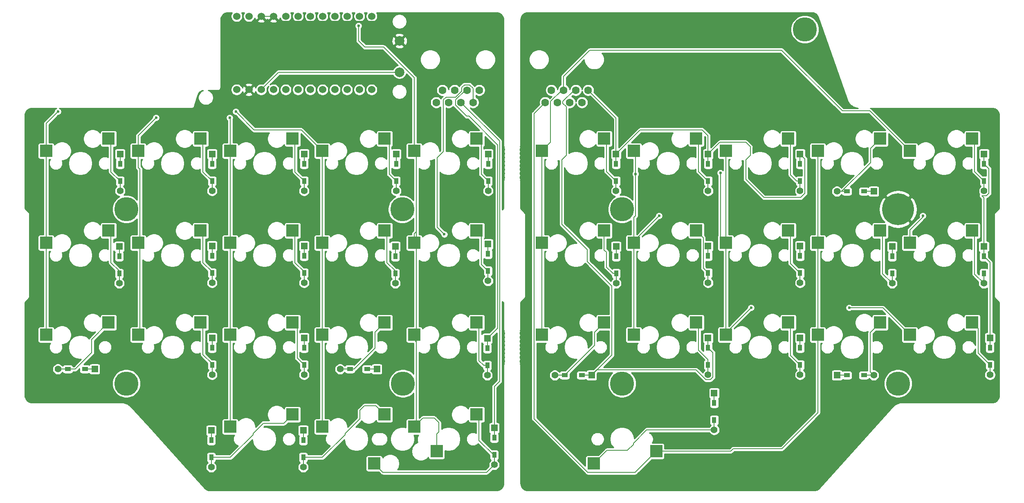
<source format=gbr>
G04 #@! TF.GenerationSoftware,KiCad,Pcbnew,(5.1.9)-1*
G04 #@! TF.CreationDate,2021-01-26T21:27:30-05:00*
G04 #@! TF.ProjectId,reviung34-split-L,72657669-756e-4673-9334-2d73706c6974,2.0*
G04 #@! TF.SameCoordinates,Original*
G04 #@! TF.FileFunction,Copper,L2,Bot*
G04 #@! TF.FilePolarity,Positive*
%FSLAX46Y46*%
G04 Gerber Fmt 4.6, Leading zero omitted, Abs format (unit mm)*
G04 Created by KiCad (PCBNEW (5.1.9)-1) date 2021-01-26 21:27:30*
%MOMM*%
%LPD*%
G01*
G04 APERTURE LIST*
G04 #@! TA.AperFunction,SMDPad,CuDef*
%ADD10R,2.550000X2.500000*%
G04 #@! TD*
G04 #@! TA.AperFunction,ComponentPad*
%ADD11C,5.000000*%
G04 #@! TD*
G04 #@! TA.AperFunction,ComponentPad*
%ADD12C,1.600000*%
G04 #@! TD*
G04 #@! TA.AperFunction,ComponentPad*
%ADD13C,6.600000*%
G04 #@! TD*
G04 #@! TA.AperFunction,ComponentPad*
%ADD14C,2.000000*%
G04 #@! TD*
G04 #@! TA.AperFunction,ComponentPad*
%ADD15C,1.524000*%
G04 #@! TD*
G04 #@! TA.AperFunction,SMDPad,CuDef*
%ADD16R,0.950000X1.300000*%
G04 #@! TD*
G04 #@! TA.AperFunction,ComponentPad*
%ADD17R,1.397000X1.397000*%
G04 #@! TD*
G04 #@! TA.AperFunction,ComponentPad*
%ADD18C,1.397000*%
G04 #@! TD*
G04 #@! TA.AperFunction,SMDPad,CuDef*
%ADD19R,1.300000X0.950000*%
G04 #@! TD*
G04 #@! TA.AperFunction,ViaPad*
%ADD20C,0.600000*%
G04 #@! TD*
G04 #@! TA.AperFunction,Conductor*
%ADD21C,0.200000*%
G04 #@! TD*
G04 #@! TA.AperFunction,Conductor*
%ADD22C,0.254000*%
G04 #@! TD*
G04 #@! TA.AperFunction,Conductor*
%ADD23C,0.100000*%
G04 #@! TD*
G04 APERTURE END LIST*
D10*
X122633000Y-144030000D03*
X135560000Y-141490000D03*
X168093000Y-144030000D03*
X181020000Y-141490000D03*
X246452000Y-114820000D03*
X233525000Y-117360000D03*
X246452000Y-95770000D03*
X233525000Y-98310000D03*
X246452000Y-76720000D03*
X233525000Y-79260000D03*
X227402000Y-114820000D03*
X214475000Y-117360000D03*
X208352000Y-114820000D03*
X195425000Y-117360000D03*
X189302000Y-114820000D03*
X176375000Y-117360000D03*
X170252000Y-114820000D03*
X157325000Y-117360000D03*
X227402000Y-95770000D03*
X214475000Y-98310000D03*
X208352000Y-95770000D03*
X195425000Y-98310000D03*
X189302000Y-95770000D03*
X176375000Y-98310000D03*
X170252000Y-95770000D03*
X157325000Y-98310000D03*
X227402000Y-76720000D03*
X214475000Y-79260000D03*
X208352000Y-76720000D03*
X195425000Y-79260000D03*
X189302000Y-76720000D03*
X176375000Y-79260000D03*
X170252000Y-76720000D03*
X157325000Y-79260000D03*
X143842000Y-133870000D03*
X130915000Y-136410000D03*
X124792000Y-133870000D03*
X111865000Y-136410000D03*
X105742000Y-133870000D03*
X92815000Y-136410000D03*
X143842000Y-114820000D03*
X130915000Y-117360000D03*
X124792000Y-114820000D03*
X111865000Y-117360000D03*
X105742000Y-114820000D03*
X92815000Y-117360000D03*
X86692000Y-114820000D03*
X73765000Y-117360000D03*
X67642000Y-114820000D03*
X54715000Y-117360000D03*
X143842000Y-95770000D03*
X130915000Y-98310000D03*
X124792000Y-95770000D03*
X111865000Y-98310000D03*
X105742000Y-95770000D03*
X92815000Y-98310000D03*
X86692000Y-95770000D03*
X73765000Y-98310000D03*
X67642000Y-95770000D03*
X54715000Y-98310000D03*
X143842000Y-76720000D03*
X130915000Y-79260000D03*
X124792000Y-76720000D03*
X111865000Y-79260000D03*
X105742000Y-76720000D03*
X92815000Y-79260000D03*
X86692000Y-76720000D03*
X73765000Y-79260000D03*
X67642000Y-76720000D03*
X54715000Y-79260000D03*
D11*
X211800000Y-54070000D03*
X231080000Y-127440000D03*
X173930000Y-91340000D03*
X173930000Y-127440000D03*
X128440000Y-91340000D03*
X128570000Y-127440000D03*
X71320000Y-127440000D03*
X71320000Y-91340000D03*
D12*
X144380000Y-66660000D03*
X143110000Y-69200000D03*
X141840000Y-66660000D03*
X140570000Y-69200000D03*
X139300000Y-66660000D03*
X138030000Y-69200000D03*
X136760000Y-66660000D03*
X135490000Y-69200000D03*
D13*
X231080000Y-91340000D03*
D12*
X166920000Y-66660000D03*
X165650000Y-69200000D03*
X164380000Y-66660000D03*
X163110000Y-69200000D03*
X161840000Y-66660000D03*
X160570000Y-69200000D03*
X159300000Y-66660000D03*
X158030000Y-69200000D03*
D14*
X127860000Y-56440000D03*
X127860000Y-62940000D03*
D15*
X94162000Y-66548600D03*
X96702000Y-66548600D03*
X99242000Y-66548600D03*
X101782000Y-66548600D03*
X104322000Y-66548600D03*
X106862000Y-66548600D03*
X109402000Y-66548600D03*
X111942000Y-66548600D03*
X114482000Y-66548600D03*
X117022000Y-66548600D03*
X119562000Y-66548600D03*
X122102000Y-66548600D03*
X122102000Y-51328600D03*
X119562000Y-51328600D03*
X117022000Y-51328600D03*
X114482000Y-51328600D03*
X111942000Y-51328600D03*
X109402000Y-51328600D03*
X106862000Y-51328600D03*
X104322000Y-51328600D03*
X101782000Y-51328600D03*
X99242000Y-51328600D03*
X96702000Y-51328600D03*
X94162000Y-51328600D03*
D16*
X70020000Y-81945000D03*
D17*
X70020000Y-79910000D03*
D18*
X70020000Y-87530000D03*
D16*
X70020000Y-85495000D03*
X89070000Y-85495000D03*
D18*
X89070000Y-87530000D03*
D17*
X89070000Y-79910000D03*
D16*
X89070000Y-81945000D03*
X108120000Y-81945000D03*
D17*
X108120000Y-79910000D03*
D18*
X108120000Y-87530000D03*
D16*
X108120000Y-85495000D03*
X127170000Y-85495000D03*
D18*
X127170000Y-87530000D03*
D17*
X127170000Y-79910000D03*
D16*
X127170000Y-81945000D03*
X146220000Y-85495000D03*
D18*
X146220000Y-87530000D03*
D17*
X146220000Y-79910000D03*
D16*
X146220000Y-81945000D03*
X69850000Y-104645000D03*
D18*
X69850000Y-106680000D03*
D17*
X69850000Y-99060000D03*
D16*
X69850000Y-101095000D03*
X89070000Y-104545000D03*
D18*
X89070000Y-106580000D03*
D17*
X89070000Y-98960000D03*
D16*
X89070000Y-100995000D03*
X108120000Y-104545000D03*
D18*
X108120000Y-106580000D03*
D17*
X108120000Y-98960000D03*
D16*
X108120000Y-100995000D03*
X127000000Y-104645000D03*
D18*
X127000000Y-106680000D03*
D17*
X127000000Y-99060000D03*
D16*
X127000000Y-101095000D03*
X146200000Y-104140000D03*
D18*
X146200000Y-106175000D03*
D17*
X146200000Y-98555000D03*
D16*
X146200000Y-100590000D03*
D19*
X62735000Y-124460000D03*
D17*
X64770000Y-124460000D03*
D18*
X57150000Y-124460000D03*
D19*
X59185000Y-124460000D03*
D16*
X89070000Y-120045000D03*
D17*
X89070000Y-118010000D03*
D18*
X89070000Y-125630000D03*
D16*
X89070000Y-123595000D03*
X108120000Y-120045000D03*
D17*
X108120000Y-118010000D03*
D18*
X108120000Y-125630000D03*
D16*
X108120000Y-123595000D03*
D19*
X121155000Y-124460000D03*
D17*
X123190000Y-124460000D03*
D18*
X115570000Y-124460000D03*
D19*
X117605000Y-124460000D03*
D16*
X146050000Y-120145000D03*
D17*
X146050000Y-118110000D03*
D18*
X146050000Y-125730000D03*
D16*
X146050000Y-123695000D03*
X88900000Y-139195000D03*
D17*
X88900000Y-137160000D03*
D18*
X88900000Y-144780000D03*
D16*
X88900000Y-142745000D03*
X107950000Y-139195000D03*
D17*
X107950000Y-137160000D03*
D18*
X107950000Y-144780000D03*
D16*
X107950000Y-142745000D03*
X147490000Y-142240000D03*
D18*
X147490000Y-144275000D03*
D17*
X147490000Y-136655000D03*
D16*
X147490000Y-138690000D03*
X172710000Y-81945000D03*
D17*
X172710000Y-79910000D03*
D18*
X172710000Y-87530000D03*
D16*
X172710000Y-85495000D03*
X191760000Y-85495000D03*
D18*
X191760000Y-87530000D03*
D17*
X191760000Y-79910000D03*
D16*
X191760000Y-81945000D03*
X210810000Y-81945000D03*
D17*
X210810000Y-79910000D03*
D18*
X210810000Y-87530000D03*
D16*
X210810000Y-85495000D03*
D19*
X220475000Y-87630000D03*
D18*
X218440000Y-87630000D03*
D17*
X226060000Y-87630000D03*
D19*
X224025000Y-87630000D03*
D16*
X172720000Y-101095000D03*
D17*
X172720000Y-99060000D03*
D18*
X172720000Y-106680000D03*
D16*
X172720000Y-104645000D03*
X191760000Y-104545000D03*
D18*
X191760000Y-106580000D03*
D17*
X191760000Y-98960000D03*
D16*
X191760000Y-100995000D03*
X210810000Y-100995000D03*
D17*
X210810000Y-98960000D03*
D18*
X210810000Y-106580000D03*
D16*
X210810000Y-104545000D03*
X229870000Y-104645000D03*
D18*
X229870000Y-106680000D03*
D17*
X229870000Y-99060000D03*
D16*
X229870000Y-101095000D03*
D19*
X162055000Y-125730000D03*
D18*
X160020000Y-125730000D03*
D17*
X167640000Y-125730000D03*
D19*
X165605000Y-125730000D03*
D16*
X191760000Y-120045000D03*
D17*
X191760000Y-118010000D03*
D18*
X191760000Y-125630000D03*
D16*
X191760000Y-123595000D03*
X210810000Y-123595000D03*
D18*
X210810000Y-125630000D03*
D17*
X210810000Y-118010000D03*
D16*
X210810000Y-120045000D03*
D19*
X220475000Y-125730000D03*
D17*
X218440000Y-125730000D03*
D18*
X226060000Y-125730000D03*
D19*
X224025000Y-125730000D03*
D16*
X248910000Y-85495000D03*
D18*
X248910000Y-87530000D03*
D17*
X248910000Y-79910000D03*
D16*
X248910000Y-81945000D03*
X248850000Y-101095000D03*
D17*
X248850000Y-99060000D03*
D18*
X248850000Y-106680000D03*
D16*
X248850000Y-104645000D03*
X250120000Y-123595000D03*
D18*
X250120000Y-125630000D03*
D17*
X250120000Y-118010000D03*
D16*
X250120000Y-120045000D03*
X193030000Y-131475000D03*
D17*
X193030000Y-129440000D03*
D18*
X193030000Y-137060000D03*
D16*
X193030000Y-135025000D03*
D20*
X137154001Y-96525999D03*
X57150000Y-71120000D03*
X57150000Y-71120000D03*
X57150000Y-71120000D03*
X77470000Y-72390000D03*
X77470000Y-72390000D03*
X92710000Y-72390000D03*
X93980000Y-71120000D03*
X119380000Y-53340000D03*
X220980000Y-111760000D03*
X200660000Y-111760000D03*
X194310000Y-83820000D03*
X176730001Y-84020001D03*
X236220000Y-92710000D03*
X181610000Y-92710000D03*
D21*
X70020000Y-85495000D02*
X70020000Y-87530000D01*
X68130001Y-83605001D02*
X70020000Y-85495000D01*
X68130001Y-77208001D02*
X68130001Y-83605001D01*
X67642000Y-76720000D02*
X68130001Y-77208001D01*
X70020000Y-81945000D02*
X70020000Y-79910000D01*
X89070000Y-81945000D02*
X89070000Y-79910000D01*
X108120000Y-81945000D02*
X108120000Y-79910000D01*
X127170000Y-79910000D02*
X127170000Y-81945000D01*
X146220000Y-81945000D02*
X146220000Y-79910000D01*
X89070000Y-85495000D02*
X89070000Y-87530000D01*
X87180001Y-83605001D02*
X89070000Y-85495000D01*
X87180001Y-77208001D02*
X87180001Y-83605001D01*
X86692000Y-76720000D02*
X87180001Y-77208001D01*
X106230001Y-83605001D02*
X108120000Y-85495000D01*
X106230001Y-77208001D02*
X106230001Y-83605001D01*
X105742000Y-76720000D02*
X106230001Y-77208001D01*
X108120000Y-85495000D02*
X108120000Y-87530000D01*
X127170000Y-85495000D02*
X127170000Y-87530000D01*
X124792000Y-76720000D02*
X125730000Y-77658000D01*
X125730000Y-84055000D02*
X127170000Y-85495000D01*
X125730000Y-77658000D02*
X125730000Y-84055000D01*
X146220000Y-85495000D02*
X146220000Y-87530000D01*
X143842000Y-76720000D02*
X144780000Y-77658000D01*
X144780000Y-84055000D02*
X146220000Y-85495000D01*
X144780000Y-77658000D02*
X144780000Y-84055000D01*
X69850000Y-104645000D02*
X69850000Y-106680000D01*
X69850000Y-104645000D02*
X69850000Y-104140000D01*
X68130001Y-96258001D02*
X67642000Y-95770000D01*
X68130001Y-102420001D02*
X68130001Y-96258001D01*
X69850000Y-104140000D02*
X68130001Y-102420001D01*
X146200000Y-100590000D02*
X146200000Y-98555000D01*
X127000000Y-101095000D02*
X127000000Y-99060000D01*
X108120000Y-98960000D02*
X108120000Y-100995000D01*
X89070000Y-98960000D02*
X89070000Y-100995000D01*
X69850000Y-99060000D02*
X69850000Y-101095000D01*
X143110000Y-66301998D02*
X143110000Y-69200000D01*
X142368001Y-65559999D02*
X143110000Y-66301998D01*
X141311999Y-65559999D02*
X142368001Y-65559999D01*
X140739999Y-66131999D02*
X141311999Y-65559999D01*
X139476301Y-68099999D02*
X140739999Y-66836301D01*
X140739999Y-66836301D02*
X140739999Y-66131999D01*
X136929999Y-68671999D02*
X137501999Y-68099999D01*
X136929999Y-79394001D02*
X136929999Y-68671999D01*
X137501999Y-68099999D02*
X139476301Y-68099999D01*
X135649999Y-80674001D02*
X136929999Y-79394001D01*
X135649999Y-95021997D02*
X135649999Y-80674001D01*
X137154001Y-96525999D02*
X135649999Y-95021997D01*
X89070000Y-104545000D02*
X89070000Y-106580000D01*
X89070000Y-104545000D02*
X89070000Y-104310000D01*
X87180001Y-96258001D02*
X86692000Y-95770000D01*
X87180001Y-102420001D02*
X87180001Y-96258001D01*
X89070000Y-104310000D02*
X87180001Y-102420001D01*
X108120000Y-105240000D02*
X108120000Y-104310000D01*
X108120000Y-104545000D02*
X108120000Y-105240000D01*
X108120000Y-105240000D02*
X108120000Y-106580000D01*
X106230001Y-96258001D02*
X105742000Y-95770000D01*
X106230001Y-102420001D02*
X106230001Y-96258001D01*
X108120000Y-104310000D02*
X106230001Y-102420001D01*
X127000000Y-104645000D02*
X127000000Y-106680000D01*
X127000000Y-104645000D02*
X127000000Y-104140000D01*
X125280001Y-96258001D02*
X124792000Y-95770000D01*
X125280001Y-102420001D02*
X125280001Y-96258001D01*
X127000000Y-104140000D02*
X125280001Y-102420001D01*
X146200000Y-104140000D02*
X146200000Y-106175000D01*
X146200000Y-104140000D02*
X144780000Y-102720000D01*
X144780000Y-96708000D02*
X143842000Y-95770000D01*
X144780000Y-102720000D02*
X144780000Y-96708000D01*
X57150000Y-124460000D02*
X59185000Y-124460000D01*
X64150001Y-118311999D02*
X67642000Y-114820000D01*
X64150001Y-121028001D02*
X64150001Y-118311999D01*
X60718002Y-124460000D02*
X64150001Y-121028001D01*
X59185000Y-124460000D02*
X60718002Y-124460000D01*
X62735000Y-124460000D02*
X64770000Y-124460000D01*
X89070000Y-120045000D02*
X89070000Y-118010000D01*
X108120000Y-120045000D02*
X108120000Y-118010000D01*
X121155000Y-124460000D02*
X123190000Y-124460000D01*
X146050000Y-120145000D02*
X146050000Y-118110000D01*
X141481998Y-66660000D02*
X141840000Y-66660000D01*
X139469999Y-68671999D02*
X141481998Y-66660000D01*
X139469999Y-69728001D02*
X139469999Y-68671999D01*
X141794996Y-72052998D02*
X139469999Y-69728001D01*
X142240000Y-72052998D02*
X141794996Y-72052998D01*
X148189990Y-78002988D02*
X142240000Y-72052998D01*
X148189990Y-115970010D02*
X148189990Y-78002988D01*
X146050000Y-118110000D02*
X148189990Y-115970010D01*
X89070000Y-123595000D02*
X89070000Y-125630000D01*
X89070000Y-123595000D02*
X89070000Y-123360000D01*
X87180001Y-115308001D02*
X86692000Y-114820000D01*
X87180001Y-121470001D02*
X87180001Y-115308001D01*
X89070000Y-123360000D02*
X87180001Y-121470001D01*
X105742000Y-114820000D02*
X106680000Y-115758000D01*
X106680000Y-122155000D02*
X108120000Y-123595000D01*
X106680000Y-115758000D02*
X106680000Y-122155000D01*
X108120000Y-123595000D02*
X108120000Y-125630000D01*
X117605000Y-124460000D02*
X115570000Y-124460000D01*
X122779999Y-116832001D02*
X124792000Y-114820000D01*
X122779999Y-120135001D02*
X122779999Y-116832001D01*
X118455000Y-124460000D02*
X122779999Y-120135001D01*
X117605000Y-124460000D02*
X118455000Y-124460000D01*
X146050000Y-123695000D02*
X146050000Y-125730000D01*
X146050000Y-123695000D02*
X145285000Y-123695000D01*
X144330001Y-115308001D02*
X143842000Y-114820000D01*
X144330001Y-122740001D02*
X144330001Y-115308001D01*
X145285000Y-123695000D02*
X144330001Y-122740001D01*
X88900000Y-142745000D02*
X88900000Y-144780000D01*
X97549999Y-137821999D02*
X99701997Y-135670001D01*
X97549999Y-138070003D02*
X97549999Y-137821999D01*
X99701997Y-135670001D02*
X103941999Y-135670001D01*
X92875002Y-142745000D02*
X97549999Y-138070003D01*
X103941999Y-135670001D02*
X105742000Y-133870000D01*
X88900000Y-142745000D02*
X92875002Y-142745000D01*
X147490000Y-136655000D02*
X147490000Y-138690000D01*
X107950000Y-139195000D02*
X107950000Y-137160000D01*
X88900000Y-137160000D02*
X88900000Y-139195000D01*
X148590000Y-77220000D02*
X140570000Y-69200000D01*
X148590000Y-127000000D02*
X148590000Y-77220000D01*
X147490000Y-128100000D02*
X148590000Y-127000000D01*
X147490000Y-136655000D02*
X147490000Y-128100000D01*
X107950000Y-142745000D02*
X107950000Y-144780000D01*
X120625999Y-132069999D02*
X122991999Y-132069999D01*
X119689999Y-133005999D02*
X120625999Y-132069999D01*
X122991999Y-132069999D02*
X124792000Y-133870000D01*
X119689999Y-134731999D02*
X119689999Y-133005999D01*
X116599999Y-137821999D02*
X119689999Y-134731999D01*
X116599999Y-138070003D02*
X116599999Y-137821999D01*
X111925002Y-142745000D02*
X116599999Y-138070003D01*
X107950000Y-142745000D02*
X111925002Y-142745000D01*
X147490000Y-142240000D02*
X147490000Y-144275000D01*
X147490000Y-142240000D02*
X147320000Y-142240000D01*
X144330001Y-134358001D02*
X143842000Y-133870000D01*
X144330001Y-139250001D02*
X144330001Y-134358001D01*
X147320000Y-142240000D02*
X144330001Y-139250001D01*
X145934999Y-145830001D02*
X147490000Y-144275000D01*
X124433001Y-145830001D02*
X145934999Y-145830001D01*
X122633000Y-144030000D02*
X124433001Y-145830001D01*
X99242000Y-51328600D02*
X101782000Y-51328600D01*
X123810601Y-52390601D02*
X127860000Y-56440000D01*
X102844001Y-52390601D02*
X123810601Y-52390601D01*
X101782000Y-51328600D02*
X102844001Y-52390601D01*
X102850600Y-62940000D02*
X101945300Y-63845300D01*
X127860000Y-62940000D02*
X102850600Y-62940000D01*
X99242000Y-66548600D02*
X101945300Y-63845300D01*
X54715000Y-79260000D02*
X54715000Y-117360000D01*
X54715000Y-79260000D02*
X54715000Y-73555000D01*
X54715000Y-73555000D02*
X57150000Y-71120000D01*
X57150000Y-71120000D02*
X57150000Y-71120000D01*
X57150000Y-71120000D02*
X57150000Y-71120000D01*
X57150000Y-71120000D02*
X57150000Y-71120000D01*
X74120001Y-117004999D02*
X73765000Y-117360000D01*
X73765000Y-82655000D02*
X74120001Y-83010001D01*
X73765000Y-79260000D02*
X73765000Y-82655000D01*
X73765000Y-97685000D02*
X74120001Y-97329999D01*
X73765000Y-98310000D02*
X73765000Y-97685000D01*
X74120001Y-97329999D02*
X74120001Y-117004999D01*
X74120001Y-83010001D02*
X74120001Y-97329999D01*
X73765000Y-79260000D02*
X73765000Y-76095000D01*
X73765000Y-76095000D02*
X77470000Y-72390000D01*
X92815000Y-79260000D02*
X92815000Y-136410000D01*
X92815000Y-72495000D02*
X92710000Y-72390000D01*
X92815000Y-79260000D02*
X92815000Y-72495000D01*
X111865000Y-79260000D02*
X111865000Y-136410000D01*
X107524999Y-74919999D02*
X97779999Y-74919999D01*
X111865000Y-79260000D02*
X107524999Y-74919999D01*
X97779999Y-74919999D02*
X93980000Y-71120000D01*
X135560000Y-137911998D02*
X135560000Y-141490000D01*
X135990001Y-135545999D02*
X135990001Y-137481997D01*
X135990001Y-137481997D02*
X135560000Y-137911998D01*
X135054001Y-134609999D02*
X135990001Y-135545999D01*
X132715001Y-134609999D02*
X135054001Y-134609999D01*
X131370001Y-135954999D02*
X130915000Y-136410000D01*
X130915000Y-79260000D02*
X131370001Y-79715001D01*
X132715001Y-134609999D02*
X130915000Y-136410000D01*
X130915000Y-118364998D02*
X131370001Y-118819999D01*
X130915000Y-117360000D02*
X130915000Y-118364998D01*
X131370001Y-118819999D02*
X131370001Y-135954999D01*
X130915000Y-96415000D02*
X131370001Y-95959999D01*
X130915000Y-98310000D02*
X130915000Y-96415000D01*
X131370001Y-95959999D02*
X131370001Y-118819999D01*
X131370001Y-79715001D02*
X131370001Y-95959999D01*
X130915000Y-79260000D02*
X130915000Y-67962998D01*
X119380000Y-56427998D02*
X119380000Y-53340000D01*
X124584003Y-57740001D02*
X130915000Y-64070998D01*
X130915000Y-64070998D02*
X130915000Y-67962998D01*
X120692003Y-57740001D02*
X124584003Y-57740001D01*
X119380000Y-56427998D02*
X120692003Y-57740001D01*
X172710000Y-81945000D02*
X172710000Y-79910000D01*
X226060000Y-87630000D02*
X224025000Y-87630000D01*
X210810000Y-81945000D02*
X210810000Y-79910000D01*
X191760000Y-81945000D02*
X191760000Y-79910000D01*
X172710000Y-72450000D02*
X166920000Y-66660000D01*
X172710000Y-79910000D02*
X172710000Y-72450000D01*
X194210001Y-77459999D02*
X191760000Y-79910000D01*
X200500001Y-78395999D02*
X199564001Y-77459999D01*
X200500001Y-80124001D02*
X200500001Y-78395999D01*
X199564001Y-81060001D02*
X200500001Y-80124001D01*
X199564001Y-85161009D02*
X199564001Y-81060001D01*
X203302992Y-88900000D02*
X199564001Y-85161009D01*
X210917782Y-88900000D02*
X203302992Y-88900000D01*
X211808501Y-88009281D02*
X210917782Y-88900000D01*
X211808501Y-80908501D02*
X211808501Y-88009281D01*
X199564001Y-77459999D02*
X194210001Y-77459999D01*
X210810000Y-79910000D02*
X211808501Y-80908501D01*
X177700001Y-74919999D02*
X172710000Y-79910000D01*
X191760000Y-76112998D02*
X190567001Y-74919999D01*
X190567001Y-74919999D02*
X177700001Y-74919999D01*
X191760000Y-79910000D02*
X191760000Y-76112998D01*
X172710000Y-85495000D02*
X172710000Y-87530000D01*
X170740001Y-77208001D02*
X170252000Y-76720000D01*
X170740001Y-83525001D02*
X170740001Y-77208001D01*
X172710000Y-85495000D02*
X170740001Y-83525001D01*
X191760000Y-85495000D02*
X191760000Y-87530000D01*
X189790001Y-77208001D02*
X189302000Y-76720000D01*
X189790001Y-83525001D02*
X189790001Y-77208001D01*
X191760000Y-85495000D02*
X189790001Y-83525001D01*
X210810000Y-85495000D02*
X210810000Y-87530000D01*
X208840001Y-77208001D02*
X208352000Y-76720000D01*
X208840001Y-84200001D02*
X208840001Y-77208001D01*
X210135000Y-85495000D02*
X208840001Y-84200001D01*
X210810000Y-85495000D02*
X210135000Y-85495000D01*
X219427828Y-87630000D02*
X218440000Y-87630000D01*
X225389999Y-81667829D02*
X219427828Y-87630000D01*
X225389999Y-78732001D02*
X225389999Y-81667829D01*
X227402000Y-76720000D02*
X225389999Y-78732001D01*
X220475000Y-87630000D02*
X218440000Y-87630000D01*
X172720000Y-99060000D02*
X172720000Y-101095000D01*
X229870000Y-101095000D02*
X229870000Y-99060000D01*
X191760000Y-100995000D02*
X191760000Y-98960000D01*
X210810000Y-98960000D02*
X210810000Y-100995000D01*
X172720000Y-104645000D02*
X172720000Y-106680000D01*
X170740001Y-103340001D02*
X170740001Y-100249999D01*
X172045000Y-104645000D02*
X170740001Y-103340001D01*
X172720000Y-104645000D02*
X172045000Y-104645000D01*
X170252000Y-99761998D02*
X170252000Y-95770000D01*
X170740001Y-100249999D02*
X170252000Y-99761998D01*
X191760000Y-104545000D02*
X191760000Y-106580000D01*
X190761499Y-97229499D02*
X189302000Y-95770000D01*
X190761499Y-103546499D02*
X190761499Y-97229499D01*
X191760000Y-104545000D02*
X190761499Y-103546499D01*
X208840001Y-96258001D02*
X208352000Y-95770000D01*
X208840001Y-102575001D02*
X208840001Y-96258001D01*
X210810000Y-104545000D02*
X208840001Y-102575001D01*
X210810000Y-104545000D02*
X210810000Y-106580000D01*
X229870000Y-104645000D02*
X229870000Y-106680000D01*
X227890001Y-96258001D02*
X227402000Y-95770000D01*
X227890001Y-104700001D02*
X227890001Y-96258001D01*
X229870000Y-106680000D02*
X227890001Y-104700001D01*
X162055000Y-125730000D02*
X160020000Y-125730000D01*
X168239999Y-116832001D02*
X170252000Y-114820000D01*
X168239999Y-119545001D02*
X168239999Y-116832001D01*
X162055000Y-125730000D02*
X168239999Y-119545001D01*
X165605000Y-125730000D02*
X167640000Y-125730000D01*
X191760000Y-120045000D02*
X191760000Y-118010000D01*
X210810000Y-120045000D02*
X210810000Y-118010000D01*
X220475000Y-125730000D02*
X218440000Y-125730000D01*
X192758501Y-121043501D02*
X191760000Y-120045000D01*
X192758501Y-126109281D02*
X192758501Y-121043501D01*
X192239281Y-126628501D02*
X192758501Y-126109281D01*
X189292217Y-124639999D02*
X191280719Y-126628501D01*
X168730001Y-124639999D02*
X189292217Y-124639999D01*
X191280719Y-126628501D02*
X192239281Y-126628501D01*
X167640000Y-125730000D02*
X168730001Y-124639999D01*
X164021998Y-66660000D02*
X164380000Y-66660000D01*
X161670001Y-69388003D02*
X161670001Y-69011997D01*
X162400001Y-70118003D02*
X161670001Y-69388003D01*
X161670001Y-69011997D02*
X164021998Y-66660000D01*
X162400001Y-80124001D02*
X162400001Y-70118003D01*
X161464001Y-94425999D02*
X161464001Y-81060001D01*
X166760001Y-99721999D02*
X161464001Y-94425999D01*
X166760001Y-102197783D02*
X166760001Y-99721999D01*
X171827001Y-107264783D02*
X166760001Y-102197783D01*
X171827001Y-121542999D02*
X171827001Y-107264783D01*
X161464001Y-81060001D02*
X162400001Y-80124001D01*
X167640000Y-125730000D02*
X171827001Y-121542999D01*
X191760000Y-123595000D02*
X191760000Y-125630000D01*
X189790001Y-115308001D02*
X189790001Y-120500001D01*
X189302000Y-114820000D02*
X189790001Y-115308001D01*
X191760000Y-122470000D02*
X191760000Y-123595000D01*
X189790001Y-120500001D02*
X191760000Y-122470000D01*
X210810000Y-123595000D02*
X210810000Y-125630000D01*
X208840001Y-115308001D02*
X208352000Y-114820000D01*
X208840001Y-121625001D02*
X208840001Y-115308001D01*
X210810000Y-123595000D02*
X208840001Y-121625001D01*
X224025000Y-125730000D02*
X226060000Y-125730000D01*
X225361501Y-116860499D02*
X227402000Y-114820000D01*
X225361501Y-125031501D02*
X225361501Y-116860499D01*
X226060000Y-125730000D02*
X225361501Y-125031501D01*
X248910000Y-85495000D02*
X248910000Y-87530000D01*
X246940001Y-77208001D02*
X246452000Y-76720000D01*
X246940001Y-83525001D02*
X246940001Y-77208001D01*
X248910000Y-85495000D02*
X246940001Y-83525001D01*
X193030000Y-131475000D02*
X193030000Y-129440000D01*
X250120000Y-120045000D02*
X250120000Y-118010000D01*
X248850000Y-101095000D02*
X248850000Y-99060000D01*
X248910000Y-81945000D02*
X248910000Y-79910000D01*
X250120000Y-102365000D02*
X248850000Y-101095000D01*
X250120000Y-120045000D02*
X250120000Y-102365000D01*
X249908501Y-82943501D02*
X248910000Y-81945000D01*
X249908501Y-88009281D02*
X249908501Y-82943501D01*
X249389281Y-88528501D02*
X249908501Y-88009281D01*
X248430719Y-88528501D02*
X249389281Y-88528501D01*
X248850000Y-88947782D02*
X248430719Y-88528501D01*
X248850000Y-101095000D02*
X248850000Y-88947782D01*
X248850000Y-104645000D02*
X248850000Y-106680000D01*
X246940001Y-96258001D02*
X246452000Y-95770000D01*
X246940001Y-104770001D02*
X246940001Y-96258001D01*
X248850000Y-106680000D02*
X246940001Y-104770001D01*
X250120000Y-123595000D02*
X250120000Y-125630000D01*
X250120000Y-123595000D02*
X247650000Y-121125000D01*
X247650000Y-116018000D02*
X246452000Y-114820000D01*
X247650000Y-121125000D02*
X247650000Y-116018000D01*
X193030000Y-135025000D02*
X193030000Y-137060000D01*
X170822999Y-141300001D02*
X168093000Y-144030000D01*
X175063001Y-141300001D02*
X170822999Y-141300001D01*
X176285001Y-140078001D02*
X175063001Y-141300001D01*
X176285001Y-139829997D02*
X176285001Y-140078001D01*
X179054998Y-137060000D02*
X176285001Y-139829997D01*
X193030000Y-137060000D02*
X179054998Y-137060000D01*
X196427782Y-141490000D02*
X196947782Y-140970000D01*
X181020000Y-141490000D02*
X196427782Y-141490000D01*
X196947782Y-140970000D02*
X207010000Y-140970000D01*
X214475000Y-133505000D02*
X214475000Y-117360000D01*
X207010000Y-140970000D02*
X214475000Y-133505000D01*
X214475000Y-117360000D02*
X214475000Y-98310000D01*
X214475000Y-98310000D02*
X214475000Y-79260000D01*
X166827999Y-145830001D02*
X176679999Y-145830001D01*
X155749999Y-134752001D02*
X166827999Y-145830001D01*
X176679999Y-145830001D02*
X181020000Y-141490000D01*
X155749999Y-71480001D02*
X155749999Y-134752001D01*
X158030000Y-69200000D02*
X155749999Y-71480001D01*
X195425000Y-79260000D02*
X195425000Y-98310000D01*
X195425000Y-98310000D02*
X195425000Y-117360000D01*
X233525000Y-117360000D02*
X227925000Y-111760000D01*
X227925000Y-111760000D02*
X220980000Y-111760000D01*
X195425000Y-116995000D02*
X200660000Y-111760000D01*
X195425000Y-117360000D02*
X195425000Y-116995000D01*
X194310000Y-97195000D02*
X195425000Y-98310000D01*
X194310000Y-83820000D02*
X194310000Y-97195000D01*
X176375000Y-117360000D02*
X176375000Y-98310000D01*
X176730001Y-79615001D02*
X176375000Y-79260000D01*
X176375000Y-93039002D02*
X176730001Y-92684001D01*
X176375000Y-98310000D02*
X176375000Y-93039002D01*
X176730001Y-84020001D02*
X176730001Y-79615001D01*
X176730001Y-92684001D02*
X176730001Y-84020001D01*
X233525000Y-95657000D02*
X236220000Y-92962000D01*
X233525000Y-98310000D02*
X233525000Y-95657000D01*
X236220000Y-92962000D02*
X236220000Y-92710000D01*
X176375000Y-97945000D02*
X176375000Y-98310000D01*
X181610000Y-92710000D02*
X176375000Y-97945000D01*
X157325000Y-79260000D02*
X157325000Y-98310000D01*
X157325000Y-98310000D02*
X157325000Y-117360000D01*
X225230000Y-70965000D02*
X219555000Y-70965000D01*
X233525000Y-79260000D02*
X225230000Y-70965000D01*
X161840000Y-63810998D02*
X161840000Y-66660000D01*
X167265999Y-58384999D02*
X161840000Y-63810998D01*
X206974999Y-58384999D02*
X167265999Y-58384999D01*
X219555000Y-70965000D02*
X206974999Y-58384999D01*
X161481998Y-66660000D02*
X161840000Y-66660000D01*
X159130001Y-69011997D02*
X161481998Y-66660000D01*
X159130001Y-77454999D02*
X159130001Y-69011997D01*
X157325000Y-79260000D02*
X159130001Y-77454999D01*
D22*
X93064012Y-50741713D02*
X92970614Y-50967197D01*
X92923000Y-51206569D01*
X92923000Y-51450631D01*
X92970614Y-51690003D01*
X93064012Y-51915487D01*
X93199606Y-52118416D01*
X93372184Y-52290994D01*
X93575113Y-52426588D01*
X93800597Y-52519986D01*
X94039969Y-52567600D01*
X94284031Y-52567600D01*
X94523403Y-52519986D01*
X94748887Y-52426588D01*
X94951816Y-52290994D01*
X95124394Y-52118416D01*
X95259988Y-51915487D01*
X95353386Y-51690003D01*
X95401000Y-51450631D01*
X95401000Y-51206569D01*
X95353386Y-50967197D01*
X95259988Y-50741713D01*
X95162672Y-50596070D01*
X95701328Y-50596070D01*
X95604012Y-50741713D01*
X95510614Y-50967197D01*
X95463000Y-51206569D01*
X95463000Y-51450631D01*
X95510614Y-51690003D01*
X95604012Y-51915487D01*
X95739606Y-52118416D01*
X95912184Y-52290994D01*
X96115113Y-52426588D01*
X96340597Y-52519986D01*
X96579969Y-52567600D01*
X96824031Y-52567600D01*
X97063403Y-52519986D01*
X97288887Y-52426588D01*
X97487070Y-52294165D01*
X98456040Y-52294165D01*
X98523020Y-52534256D01*
X98772048Y-52651356D01*
X99039135Y-52717623D01*
X99314017Y-52730510D01*
X99586133Y-52689522D01*
X99845023Y-52596236D01*
X99960980Y-52534256D01*
X100027960Y-52294165D01*
X100996040Y-52294165D01*
X101063020Y-52534256D01*
X101312048Y-52651356D01*
X101579135Y-52717623D01*
X101854017Y-52730510D01*
X102126133Y-52689522D01*
X102385023Y-52596236D01*
X102500980Y-52534256D01*
X102567960Y-52294165D01*
X101782000Y-51508205D01*
X100996040Y-52294165D01*
X100027960Y-52294165D01*
X99242000Y-51508205D01*
X98456040Y-52294165D01*
X97487070Y-52294165D01*
X97491816Y-52290994D01*
X97664394Y-52118416D01*
X97799988Y-51915487D01*
X97890132Y-51697859D01*
X97974364Y-51931623D01*
X98036344Y-52047580D01*
X98276435Y-52114560D01*
X99062395Y-51328600D01*
X99048253Y-51314458D01*
X99227858Y-51134853D01*
X99242000Y-51148995D01*
X99256143Y-51134853D01*
X99435748Y-51314458D01*
X99421605Y-51328600D01*
X100207565Y-52114560D01*
X100447656Y-52047580D01*
X100509079Y-51916956D01*
X100514364Y-51931623D01*
X100576344Y-52047580D01*
X100816435Y-52114560D01*
X101602395Y-51328600D01*
X101588253Y-51314458D01*
X101767858Y-51134853D01*
X101782000Y-51148995D01*
X101796143Y-51134853D01*
X101975748Y-51314458D01*
X101961605Y-51328600D01*
X102747565Y-52114560D01*
X102987656Y-52047580D01*
X103104756Y-51798552D01*
X103131286Y-51691625D01*
X103224012Y-51915487D01*
X103359606Y-52118416D01*
X103532184Y-52290994D01*
X103735113Y-52426588D01*
X103960597Y-52519986D01*
X104199969Y-52567600D01*
X104444031Y-52567600D01*
X104683403Y-52519986D01*
X104908887Y-52426588D01*
X105111816Y-52290994D01*
X105284394Y-52118416D01*
X105419988Y-51915487D01*
X105513386Y-51690003D01*
X105561000Y-51450631D01*
X105561000Y-51206569D01*
X105513386Y-50967197D01*
X105419988Y-50741713D01*
X105322672Y-50596070D01*
X105861328Y-50596070D01*
X105764012Y-50741713D01*
X105670614Y-50967197D01*
X105623000Y-51206569D01*
X105623000Y-51450631D01*
X105670614Y-51690003D01*
X105764012Y-51915487D01*
X105899606Y-52118416D01*
X106072184Y-52290994D01*
X106275113Y-52426588D01*
X106500597Y-52519986D01*
X106739969Y-52567600D01*
X106984031Y-52567600D01*
X107223403Y-52519986D01*
X107448887Y-52426588D01*
X107651816Y-52290994D01*
X107824394Y-52118416D01*
X107959988Y-51915487D01*
X108053386Y-51690003D01*
X108101000Y-51450631D01*
X108101000Y-51206569D01*
X108053386Y-50967197D01*
X107959988Y-50741713D01*
X107862672Y-50596070D01*
X108401328Y-50596070D01*
X108304012Y-50741713D01*
X108210614Y-50967197D01*
X108163000Y-51206569D01*
X108163000Y-51450631D01*
X108210614Y-51690003D01*
X108304012Y-51915487D01*
X108439606Y-52118416D01*
X108612184Y-52290994D01*
X108815113Y-52426588D01*
X109040597Y-52519986D01*
X109279969Y-52567600D01*
X109524031Y-52567600D01*
X109763403Y-52519986D01*
X109988887Y-52426588D01*
X110191816Y-52290994D01*
X110364394Y-52118416D01*
X110499988Y-51915487D01*
X110593386Y-51690003D01*
X110641000Y-51450631D01*
X110641000Y-51206569D01*
X110593386Y-50967197D01*
X110499988Y-50741713D01*
X110402672Y-50596070D01*
X110941328Y-50596070D01*
X110844012Y-50741713D01*
X110750614Y-50967197D01*
X110703000Y-51206569D01*
X110703000Y-51450631D01*
X110750614Y-51690003D01*
X110844012Y-51915487D01*
X110979606Y-52118416D01*
X111152184Y-52290994D01*
X111355113Y-52426588D01*
X111580597Y-52519986D01*
X111819969Y-52567600D01*
X112064031Y-52567600D01*
X112303403Y-52519986D01*
X112528887Y-52426588D01*
X112731816Y-52290994D01*
X112904394Y-52118416D01*
X113039988Y-51915487D01*
X113133386Y-51690003D01*
X113181000Y-51450631D01*
X113181000Y-51206569D01*
X113133386Y-50967197D01*
X113039988Y-50741713D01*
X112942672Y-50596070D01*
X113481328Y-50596070D01*
X113384012Y-50741713D01*
X113290614Y-50967197D01*
X113243000Y-51206569D01*
X113243000Y-51450631D01*
X113290614Y-51690003D01*
X113384012Y-51915487D01*
X113519606Y-52118416D01*
X113692184Y-52290994D01*
X113895113Y-52426588D01*
X114120597Y-52519986D01*
X114359969Y-52567600D01*
X114604031Y-52567600D01*
X114843403Y-52519986D01*
X115068887Y-52426588D01*
X115271816Y-52290994D01*
X115444394Y-52118416D01*
X115579988Y-51915487D01*
X115673386Y-51690003D01*
X115721000Y-51450631D01*
X115721000Y-51206569D01*
X115673386Y-50967197D01*
X115579988Y-50741713D01*
X115482672Y-50596070D01*
X116021328Y-50596070D01*
X115924012Y-50741713D01*
X115830614Y-50967197D01*
X115783000Y-51206569D01*
X115783000Y-51450631D01*
X115830614Y-51690003D01*
X115924012Y-51915487D01*
X116059606Y-52118416D01*
X116232184Y-52290994D01*
X116435113Y-52426588D01*
X116660597Y-52519986D01*
X116899969Y-52567600D01*
X117144031Y-52567600D01*
X117383403Y-52519986D01*
X117608887Y-52426588D01*
X117811816Y-52290994D01*
X117984394Y-52118416D01*
X118119988Y-51915487D01*
X118213386Y-51690003D01*
X118261000Y-51450631D01*
X118261000Y-51206569D01*
X118213386Y-50967197D01*
X118119988Y-50741713D01*
X118022672Y-50596070D01*
X118561328Y-50596070D01*
X118464012Y-50741713D01*
X118370614Y-50967197D01*
X118323000Y-51206569D01*
X118323000Y-51450631D01*
X118370614Y-51690003D01*
X118464012Y-51915487D01*
X118599606Y-52118416D01*
X118772184Y-52290994D01*
X118975113Y-52426588D01*
X119200597Y-52519986D01*
X119416843Y-52563000D01*
X119303472Y-52563000D01*
X119153357Y-52592859D01*
X119011952Y-52651431D01*
X118884691Y-52736464D01*
X118776464Y-52844691D01*
X118691431Y-52971952D01*
X118632859Y-53113357D01*
X118603000Y-53263472D01*
X118603000Y-53416528D01*
X118632859Y-53566643D01*
X118691431Y-53708048D01*
X118776464Y-53835309D01*
X118803001Y-53861846D01*
X118803000Y-56399667D01*
X118800210Y-56427998D01*
X118811349Y-56541109D01*
X118830796Y-56605215D01*
X118844343Y-56649873D01*
X118897921Y-56750112D01*
X118970026Y-56837972D01*
X118992038Y-56856037D01*
X120263964Y-58127963D01*
X120282029Y-58149975D01*
X120369888Y-58222080D01*
X120470127Y-58275658D01*
X120578891Y-58308651D01*
X120663667Y-58317001D01*
X120663673Y-58317001D01*
X120692002Y-58319791D01*
X120720331Y-58317001D01*
X124345002Y-58317001D01*
X127528086Y-61500085D01*
X127429175Y-61519760D01*
X127160378Y-61631099D01*
X126918467Y-61792739D01*
X126712739Y-61998467D01*
X126551099Y-62240378D01*
X126500307Y-62363000D01*
X102878939Y-62363000D01*
X102850600Y-62360209D01*
X102737488Y-62371349D01*
X102628723Y-62404343D01*
X102602828Y-62418184D01*
X102528485Y-62457921D01*
X102440626Y-62530026D01*
X102422561Y-62552038D01*
X99613290Y-65361309D01*
X99603403Y-65357214D01*
X99364031Y-65309600D01*
X99119969Y-65309600D01*
X98880597Y-65357214D01*
X98655113Y-65450612D01*
X98452184Y-65586206D01*
X98279606Y-65758784D01*
X98144012Y-65961713D01*
X98053868Y-66179341D01*
X97969636Y-65945577D01*
X97907656Y-65829620D01*
X97667565Y-65762640D01*
X96881605Y-66548600D01*
X97667565Y-67334560D01*
X97907656Y-67267580D01*
X98024756Y-67018552D01*
X98051286Y-66911625D01*
X98144012Y-67135487D01*
X98279606Y-67338416D01*
X98452184Y-67510994D01*
X98655113Y-67646588D01*
X98880597Y-67739986D01*
X99119969Y-67787600D01*
X99364031Y-67787600D01*
X99603403Y-67739986D01*
X99828887Y-67646588D01*
X100031816Y-67510994D01*
X100204394Y-67338416D01*
X100339988Y-67135487D01*
X100433386Y-66910003D01*
X100481000Y-66670631D01*
X100481000Y-66426569D01*
X100433386Y-66187197D01*
X100429291Y-66177310D01*
X100762797Y-65843804D01*
X100684012Y-65961713D01*
X100590614Y-66187197D01*
X100543000Y-66426569D01*
X100543000Y-66670631D01*
X100590614Y-66910003D01*
X100684012Y-67135487D01*
X100819606Y-67338416D01*
X100992184Y-67510994D01*
X101195113Y-67646588D01*
X101420597Y-67739986D01*
X101659969Y-67787600D01*
X101904031Y-67787600D01*
X102143403Y-67739986D01*
X102368887Y-67646588D01*
X102571816Y-67510994D01*
X102744394Y-67338416D01*
X102879988Y-67135487D01*
X102973386Y-66910003D01*
X103021000Y-66670631D01*
X103021000Y-66426569D01*
X103083000Y-66426569D01*
X103083000Y-66670631D01*
X103130614Y-66910003D01*
X103224012Y-67135487D01*
X103359606Y-67338416D01*
X103532184Y-67510994D01*
X103735113Y-67646588D01*
X103960597Y-67739986D01*
X104199969Y-67787600D01*
X104444031Y-67787600D01*
X104683403Y-67739986D01*
X104908887Y-67646588D01*
X105111816Y-67510994D01*
X105284394Y-67338416D01*
X105419988Y-67135487D01*
X105513386Y-66910003D01*
X105561000Y-66670631D01*
X105561000Y-66426569D01*
X105623000Y-66426569D01*
X105623000Y-66670631D01*
X105670614Y-66910003D01*
X105764012Y-67135487D01*
X105899606Y-67338416D01*
X106072184Y-67510994D01*
X106275113Y-67646588D01*
X106500597Y-67739986D01*
X106739969Y-67787600D01*
X106984031Y-67787600D01*
X107223403Y-67739986D01*
X107448887Y-67646588D01*
X107651816Y-67510994D01*
X107824394Y-67338416D01*
X107959988Y-67135487D01*
X108053386Y-66910003D01*
X108101000Y-66670631D01*
X108101000Y-66426569D01*
X108163000Y-66426569D01*
X108163000Y-66670631D01*
X108210614Y-66910003D01*
X108304012Y-67135487D01*
X108439606Y-67338416D01*
X108612184Y-67510994D01*
X108815113Y-67646588D01*
X109040597Y-67739986D01*
X109279969Y-67787600D01*
X109524031Y-67787600D01*
X109763403Y-67739986D01*
X109988887Y-67646588D01*
X110191816Y-67510994D01*
X110364394Y-67338416D01*
X110499988Y-67135487D01*
X110593386Y-66910003D01*
X110641000Y-66670631D01*
X110641000Y-66426569D01*
X110703000Y-66426569D01*
X110703000Y-66670631D01*
X110750614Y-66910003D01*
X110844012Y-67135487D01*
X110979606Y-67338416D01*
X111152184Y-67510994D01*
X111355113Y-67646588D01*
X111580597Y-67739986D01*
X111819969Y-67787600D01*
X112064031Y-67787600D01*
X112303403Y-67739986D01*
X112528887Y-67646588D01*
X112731816Y-67510994D01*
X112904394Y-67338416D01*
X113039988Y-67135487D01*
X113133386Y-66910003D01*
X113181000Y-66670631D01*
X113181000Y-66426569D01*
X113243000Y-66426569D01*
X113243000Y-66670631D01*
X113290614Y-66910003D01*
X113384012Y-67135487D01*
X113519606Y-67338416D01*
X113692184Y-67510994D01*
X113895113Y-67646588D01*
X114120597Y-67739986D01*
X114359969Y-67787600D01*
X114604031Y-67787600D01*
X114843403Y-67739986D01*
X115068887Y-67646588D01*
X115271816Y-67510994D01*
X115444394Y-67338416D01*
X115579988Y-67135487D01*
X115673386Y-66910003D01*
X115721000Y-66670631D01*
X115721000Y-66426569D01*
X115783000Y-66426569D01*
X115783000Y-66670631D01*
X115830614Y-66910003D01*
X115924012Y-67135487D01*
X116059606Y-67338416D01*
X116232184Y-67510994D01*
X116435113Y-67646588D01*
X116660597Y-67739986D01*
X116899969Y-67787600D01*
X117144031Y-67787600D01*
X117383403Y-67739986D01*
X117608887Y-67646588D01*
X117811816Y-67510994D01*
X117984394Y-67338416D01*
X118119988Y-67135487D01*
X118213386Y-66910003D01*
X118261000Y-66670631D01*
X118261000Y-66426569D01*
X118323000Y-66426569D01*
X118323000Y-66670631D01*
X118370614Y-66910003D01*
X118464012Y-67135487D01*
X118599606Y-67338416D01*
X118772184Y-67510994D01*
X118975113Y-67646588D01*
X119200597Y-67739986D01*
X119439969Y-67787600D01*
X119684031Y-67787600D01*
X119923403Y-67739986D01*
X120148887Y-67646588D01*
X120351816Y-67510994D01*
X120524394Y-67338416D01*
X120659988Y-67135487D01*
X120753386Y-66910003D01*
X120801000Y-66670631D01*
X120801000Y-66426569D01*
X120863000Y-66426569D01*
X120863000Y-66670631D01*
X120910614Y-66910003D01*
X121004012Y-67135487D01*
X121139606Y-67338416D01*
X121312184Y-67510994D01*
X121515113Y-67646588D01*
X121740597Y-67739986D01*
X121979969Y-67787600D01*
X122224031Y-67787600D01*
X122463403Y-67739986D01*
X122688887Y-67646588D01*
X122891816Y-67510994D01*
X123064394Y-67338416D01*
X123199988Y-67135487D01*
X123293386Y-66910003D01*
X123312347Y-66814679D01*
X126273000Y-66814679D01*
X126273000Y-67125321D01*
X126333604Y-67429994D01*
X126452481Y-67716989D01*
X126625064Y-67975279D01*
X126844721Y-68194936D01*
X127103011Y-68367519D01*
X127390006Y-68486396D01*
X127694679Y-68547000D01*
X128005321Y-68547000D01*
X128309994Y-68486396D01*
X128596989Y-68367519D01*
X128855279Y-68194936D01*
X129074936Y-67975279D01*
X129247519Y-67716989D01*
X129366396Y-67429994D01*
X129427000Y-67125321D01*
X129427000Y-66814679D01*
X129366396Y-66510006D01*
X129247519Y-66223011D01*
X129074936Y-65964721D01*
X128855279Y-65745064D01*
X128596989Y-65572481D01*
X128309994Y-65453604D01*
X128005321Y-65393000D01*
X127694679Y-65393000D01*
X127390006Y-65453604D01*
X127103011Y-65572481D01*
X126844721Y-65745064D01*
X126625064Y-65964721D01*
X126452481Y-66223011D01*
X126333604Y-66510006D01*
X126273000Y-66814679D01*
X123312347Y-66814679D01*
X123341000Y-66670631D01*
X123341000Y-66426569D01*
X123293386Y-66187197D01*
X123199988Y-65961713D01*
X123064394Y-65758784D01*
X122891816Y-65586206D01*
X122688887Y-65450612D01*
X122463403Y-65357214D01*
X122224031Y-65309600D01*
X121979969Y-65309600D01*
X121740597Y-65357214D01*
X121515113Y-65450612D01*
X121312184Y-65586206D01*
X121139606Y-65758784D01*
X121004012Y-65961713D01*
X120910614Y-66187197D01*
X120863000Y-66426569D01*
X120801000Y-66426569D01*
X120753386Y-66187197D01*
X120659988Y-65961713D01*
X120524394Y-65758784D01*
X120351816Y-65586206D01*
X120148887Y-65450612D01*
X119923403Y-65357214D01*
X119684031Y-65309600D01*
X119439969Y-65309600D01*
X119200597Y-65357214D01*
X118975113Y-65450612D01*
X118772184Y-65586206D01*
X118599606Y-65758784D01*
X118464012Y-65961713D01*
X118370614Y-66187197D01*
X118323000Y-66426569D01*
X118261000Y-66426569D01*
X118213386Y-66187197D01*
X118119988Y-65961713D01*
X117984394Y-65758784D01*
X117811816Y-65586206D01*
X117608887Y-65450612D01*
X117383403Y-65357214D01*
X117144031Y-65309600D01*
X116899969Y-65309600D01*
X116660597Y-65357214D01*
X116435113Y-65450612D01*
X116232184Y-65586206D01*
X116059606Y-65758784D01*
X115924012Y-65961713D01*
X115830614Y-66187197D01*
X115783000Y-66426569D01*
X115721000Y-66426569D01*
X115673386Y-66187197D01*
X115579988Y-65961713D01*
X115444394Y-65758784D01*
X115271816Y-65586206D01*
X115068887Y-65450612D01*
X114843403Y-65357214D01*
X114604031Y-65309600D01*
X114359969Y-65309600D01*
X114120597Y-65357214D01*
X113895113Y-65450612D01*
X113692184Y-65586206D01*
X113519606Y-65758784D01*
X113384012Y-65961713D01*
X113290614Y-66187197D01*
X113243000Y-66426569D01*
X113181000Y-66426569D01*
X113133386Y-66187197D01*
X113039988Y-65961713D01*
X112904394Y-65758784D01*
X112731816Y-65586206D01*
X112528887Y-65450612D01*
X112303403Y-65357214D01*
X112064031Y-65309600D01*
X111819969Y-65309600D01*
X111580597Y-65357214D01*
X111355113Y-65450612D01*
X111152184Y-65586206D01*
X110979606Y-65758784D01*
X110844012Y-65961713D01*
X110750614Y-66187197D01*
X110703000Y-66426569D01*
X110641000Y-66426569D01*
X110593386Y-66187197D01*
X110499988Y-65961713D01*
X110364394Y-65758784D01*
X110191816Y-65586206D01*
X109988887Y-65450612D01*
X109763403Y-65357214D01*
X109524031Y-65309600D01*
X109279969Y-65309600D01*
X109040597Y-65357214D01*
X108815113Y-65450612D01*
X108612184Y-65586206D01*
X108439606Y-65758784D01*
X108304012Y-65961713D01*
X108210614Y-66187197D01*
X108163000Y-66426569D01*
X108101000Y-66426569D01*
X108053386Y-66187197D01*
X107959988Y-65961713D01*
X107824394Y-65758784D01*
X107651816Y-65586206D01*
X107448887Y-65450612D01*
X107223403Y-65357214D01*
X106984031Y-65309600D01*
X106739969Y-65309600D01*
X106500597Y-65357214D01*
X106275113Y-65450612D01*
X106072184Y-65586206D01*
X105899606Y-65758784D01*
X105764012Y-65961713D01*
X105670614Y-66187197D01*
X105623000Y-66426569D01*
X105561000Y-66426569D01*
X105513386Y-66187197D01*
X105419988Y-65961713D01*
X105284394Y-65758784D01*
X105111816Y-65586206D01*
X104908887Y-65450612D01*
X104683403Y-65357214D01*
X104444031Y-65309600D01*
X104199969Y-65309600D01*
X103960597Y-65357214D01*
X103735113Y-65450612D01*
X103532184Y-65586206D01*
X103359606Y-65758784D01*
X103224012Y-65961713D01*
X103130614Y-66187197D01*
X103083000Y-66426569D01*
X103021000Y-66426569D01*
X102973386Y-66187197D01*
X102879988Y-65961713D01*
X102744394Y-65758784D01*
X102571816Y-65586206D01*
X102368887Y-65450612D01*
X102143403Y-65357214D01*
X101904031Y-65309600D01*
X101659969Y-65309600D01*
X101420597Y-65357214D01*
X101195113Y-65450612D01*
X101077204Y-65529397D01*
X103089601Y-63517000D01*
X126500307Y-63517000D01*
X126551099Y-63639622D01*
X126712739Y-63881533D01*
X126918467Y-64087261D01*
X127160378Y-64248901D01*
X127429175Y-64360240D01*
X127714528Y-64417000D01*
X128005472Y-64417000D01*
X128290825Y-64360240D01*
X128559622Y-64248901D01*
X128801533Y-64087261D01*
X129007261Y-63881533D01*
X129168901Y-63639622D01*
X129280240Y-63370825D01*
X129299915Y-63271914D01*
X130338000Y-64309999D01*
X130338001Y-67934662D01*
X130338000Y-77530693D01*
X129640000Y-77530693D01*
X129546492Y-77539903D01*
X129456577Y-77567178D01*
X129373711Y-77611471D01*
X129301079Y-77671079D01*
X129241471Y-77743711D01*
X129197178Y-77826577D01*
X129169903Y-77916492D01*
X129160693Y-78010000D01*
X129160693Y-80510000D01*
X129169903Y-80603508D01*
X129197178Y-80693423D01*
X129241471Y-80776289D01*
X129301079Y-80848921D01*
X129373711Y-80908529D01*
X129456577Y-80952822D01*
X129546492Y-80980097D01*
X129640000Y-80989307D01*
X130793001Y-80989307D01*
X130793002Y-89503057D01*
X130752387Y-89442273D01*
X130337727Y-89027613D01*
X129850138Y-88701817D01*
X129308359Y-88477405D01*
X128733209Y-88363000D01*
X128146791Y-88363000D01*
X127962813Y-88399596D01*
X128083071Y-88279338D01*
X128211715Y-88086808D01*
X128300326Y-87872881D01*
X128345500Y-87645777D01*
X128345500Y-87414223D01*
X128300326Y-87187119D01*
X128211715Y-86973192D01*
X128083071Y-86780662D01*
X127919338Y-86616929D01*
X127854731Y-86573760D01*
X127911289Y-86543529D01*
X127983921Y-86483921D01*
X128043529Y-86411289D01*
X128087822Y-86328423D01*
X128115097Y-86238508D01*
X128124307Y-86145000D01*
X128124307Y-84845000D01*
X128115097Y-84751492D01*
X128087822Y-84661577D01*
X128043529Y-84578711D01*
X127983921Y-84506079D01*
X127911289Y-84446471D01*
X127828423Y-84402178D01*
X127738508Y-84374903D01*
X127645000Y-84365693D01*
X126856694Y-84365693D01*
X126307000Y-83815999D01*
X126307000Y-82874119D01*
X126356079Y-82933921D01*
X126428711Y-82993529D01*
X126511577Y-83037822D01*
X126601492Y-83065097D01*
X126695000Y-83074307D01*
X127645000Y-83074307D01*
X127738508Y-83065097D01*
X127828423Y-83037822D01*
X127911289Y-82993529D01*
X127983921Y-82933921D01*
X128043529Y-82861289D01*
X128087822Y-82778423D01*
X128115097Y-82688508D01*
X128124307Y-82595000D01*
X128124307Y-81295000D01*
X128115097Y-81201492D01*
X128087822Y-81111577D01*
X128054794Y-81049787D01*
X128134789Y-81007029D01*
X128207421Y-80947421D01*
X128267029Y-80874789D01*
X128311322Y-80791923D01*
X128338597Y-80702008D01*
X128347807Y-80608500D01*
X128347807Y-79211500D01*
X128338597Y-79117992D01*
X128311322Y-79028077D01*
X128267029Y-78945211D01*
X128207421Y-78872579D01*
X128134789Y-78812971D01*
X128051923Y-78768678D01*
X127962008Y-78741403D01*
X127868500Y-78732193D01*
X126471500Y-78732193D01*
X126377992Y-78741403D01*
X126307000Y-78762938D01*
X126307000Y-78382581D01*
X126333289Y-78368529D01*
X126405921Y-78308921D01*
X126465529Y-78236289D01*
X126509822Y-78153423D01*
X126537097Y-78063508D01*
X126546307Y-77970000D01*
X126546307Y-75470000D01*
X126537097Y-75376492D01*
X126509822Y-75286577D01*
X126465529Y-75203711D01*
X126405921Y-75131079D01*
X126333289Y-75071471D01*
X126250423Y-75027178D01*
X126160508Y-74999903D01*
X126067000Y-74990693D01*
X123517000Y-74990693D01*
X123423492Y-74999903D01*
X123333577Y-75027178D01*
X123250711Y-75071471D01*
X123178079Y-75131079D01*
X123118471Y-75203711D01*
X123074178Y-75286577D01*
X123046903Y-75376492D01*
X123037693Y-75470000D01*
X123037693Y-75477781D01*
X123025636Y-75459736D01*
X122750264Y-75184364D01*
X122426461Y-74968005D01*
X122066670Y-74818975D01*
X121684718Y-74743000D01*
X121295282Y-74743000D01*
X120913330Y-74818975D01*
X120553539Y-74968005D01*
X120229736Y-75184364D01*
X119954364Y-75459736D01*
X119738005Y-75783539D01*
X119588975Y-76143330D01*
X119513000Y-76525282D01*
X119513000Y-76914718D01*
X119588975Y-77296670D01*
X119738005Y-77656461D01*
X119954364Y-77980264D01*
X120229736Y-78255636D01*
X120553539Y-78471995D01*
X120913330Y-78621025D01*
X121295282Y-78697000D01*
X121684718Y-78697000D01*
X122066670Y-78621025D01*
X122426461Y-78471995D01*
X122750264Y-78255636D01*
X123025636Y-77980264D01*
X123037693Y-77962219D01*
X123037693Y-77970000D01*
X123046903Y-78063508D01*
X123074178Y-78153423D01*
X123118471Y-78236289D01*
X123178079Y-78308921D01*
X123250711Y-78368529D01*
X123333577Y-78412822D01*
X123423492Y-78440097D01*
X123517000Y-78449307D01*
X125153000Y-78449307D01*
X125153001Y-80912155D01*
X125138424Y-80890340D01*
X124939660Y-80691576D01*
X124705938Y-80535409D01*
X124446241Y-80427838D01*
X124170547Y-80373000D01*
X123889453Y-80373000D01*
X123613759Y-80427838D01*
X123354062Y-80535409D01*
X123120340Y-80691576D01*
X122921576Y-80890340D01*
X122765409Y-81124062D01*
X122657838Y-81383759D01*
X122603000Y-81659453D01*
X122603000Y-81940547D01*
X122657838Y-82216241D01*
X122765409Y-82475938D01*
X122921576Y-82709660D01*
X123120340Y-82908424D01*
X123354062Y-83064591D01*
X123613759Y-83172162D01*
X123889453Y-83227000D01*
X124170547Y-83227000D01*
X124446241Y-83172162D01*
X124705938Y-83064591D01*
X124939660Y-82908424D01*
X125138424Y-82709660D01*
X125153001Y-82687844D01*
X125153001Y-84026659D01*
X125150210Y-84055000D01*
X125161349Y-84168111D01*
X125183727Y-84241877D01*
X125194344Y-84276876D01*
X125247922Y-84377115D01*
X125268491Y-84402178D01*
X125301963Y-84442964D01*
X125301966Y-84442967D01*
X125320027Y-84464974D01*
X125342034Y-84483035D01*
X126215693Y-85356694D01*
X126215693Y-86145000D01*
X126224903Y-86238508D01*
X126252178Y-86328423D01*
X126296471Y-86411289D01*
X126356079Y-86483921D01*
X126428711Y-86543529D01*
X126485269Y-86573760D01*
X126420662Y-86616929D01*
X126256929Y-86780662D01*
X126128285Y-86973192D01*
X126039674Y-87187119D01*
X125994500Y-87414223D01*
X125994500Y-87645777D01*
X126039674Y-87872881D01*
X126128285Y-88086808D01*
X126256929Y-88279338D01*
X126420662Y-88443071D01*
X126613192Y-88571715D01*
X126827119Y-88660326D01*
X127031758Y-88701031D01*
X127029862Y-88701817D01*
X126542273Y-89027613D01*
X126127613Y-89442273D01*
X125801817Y-89929862D01*
X125577405Y-90471641D01*
X125463000Y-91046791D01*
X125463000Y-91633209D01*
X125577405Y-92208359D01*
X125801817Y-92750138D01*
X126127613Y-93237727D01*
X126542273Y-93652387D01*
X127029862Y-93978183D01*
X127571641Y-94202595D01*
X128146791Y-94317000D01*
X128733209Y-94317000D01*
X129308359Y-94202595D01*
X129850138Y-93978183D01*
X130337727Y-93652387D01*
X130752387Y-93237727D01*
X130793002Y-93176943D01*
X130793002Y-95720997D01*
X130527034Y-95986965D01*
X130505027Y-96005026D01*
X130486966Y-96027033D01*
X130486963Y-96027036D01*
X130479505Y-96036124D01*
X130432922Y-96092885D01*
X130385357Y-96181875D01*
X130379344Y-96193124D01*
X130346349Y-96301889D01*
X130335210Y-96415000D01*
X130338001Y-96443341D01*
X130338001Y-96580693D01*
X129640000Y-96580693D01*
X129546492Y-96589903D01*
X129456577Y-96617178D01*
X129373711Y-96661471D01*
X129301079Y-96721079D01*
X129241471Y-96793711D01*
X129197178Y-96876577D01*
X129169903Y-96966492D01*
X129160693Y-97060000D01*
X129160693Y-99560000D01*
X129169903Y-99653508D01*
X129197178Y-99743423D01*
X129241471Y-99826289D01*
X129301079Y-99898921D01*
X129373711Y-99958529D01*
X129456577Y-100002822D01*
X129546492Y-100030097D01*
X129640000Y-100039307D01*
X130793001Y-100039307D01*
X130793002Y-115630693D01*
X129640000Y-115630693D01*
X129546492Y-115639903D01*
X129456577Y-115667178D01*
X129373711Y-115711471D01*
X129301079Y-115771079D01*
X129241471Y-115843711D01*
X129197178Y-115926577D01*
X129169903Y-116016492D01*
X129160693Y-116110000D01*
X129160693Y-118610000D01*
X129169903Y-118703508D01*
X129197178Y-118793423D01*
X129241471Y-118876289D01*
X129301079Y-118948921D01*
X129373711Y-119008529D01*
X129456577Y-119052822D01*
X129546492Y-119080097D01*
X129640000Y-119089307D01*
X130793001Y-119089307D01*
X130793001Y-125452887D01*
X130467727Y-125127613D01*
X129980138Y-124801817D01*
X129438359Y-124577405D01*
X128863209Y-124463000D01*
X128276791Y-124463000D01*
X127701641Y-124577405D01*
X127159862Y-124801817D01*
X126672273Y-125127613D01*
X126257613Y-125542273D01*
X125931817Y-126029862D01*
X125707405Y-126571641D01*
X125593000Y-127146791D01*
X125593000Y-127733209D01*
X125707405Y-128308359D01*
X125931817Y-128850138D01*
X126257613Y-129337727D01*
X126672273Y-129752387D01*
X127159862Y-130078183D01*
X127701641Y-130302595D01*
X128276791Y-130417000D01*
X128863209Y-130417000D01*
X129438359Y-130302595D01*
X129980138Y-130078183D01*
X130467727Y-129752387D01*
X130793002Y-129427112D01*
X130793002Y-134680693D01*
X129640000Y-134680693D01*
X129546492Y-134689903D01*
X129456577Y-134717178D01*
X129373711Y-134761471D01*
X129301079Y-134821079D01*
X129241471Y-134893711D01*
X129197178Y-134976577D01*
X129169903Y-135066492D01*
X129160693Y-135160000D01*
X129160693Y-136509886D01*
X128723888Y-136423000D01*
X128226112Y-136423000D01*
X127737901Y-136520111D01*
X127278017Y-136710602D01*
X126864131Y-136987151D01*
X126512151Y-137339131D01*
X126235602Y-137753017D01*
X126045111Y-138212901D01*
X125948000Y-138701112D01*
X125948000Y-139198888D01*
X126045111Y-139687099D01*
X126235602Y-140146983D01*
X126512151Y-140560869D01*
X126864131Y-140912849D01*
X127278017Y-141189398D01*
X127737901Y-141379889D01*
X128226112Y-141477000D01*
X128723888Y-141477000D01*
X129212099Y-141379889D01*
X129671983Y-141189398D01*
X130085869Y-140912849D01*
X130437849Y-140560869D01*
X130714398Y-140146983D01*
X130904889Y-139687099D01*
X131002000Y-139198888D01*
X131002000Y-138701112D01*
X130904889Y-138212901D01*
X130874405Y-138139307D01*
X131745449Y-138139307D01*
X131655409Y-138274062D01*
X131547838Y-138533759D01*
X131493000Y-138809453D01*
X131493000Y-139090547D01*
X131547838Y-139366241D01*
X131650091Y-139613098D01*
X131348539Y-139738005D01*
X131024736Y-139954364D01*
X130749364Y-140229736D01*
X130533005Y-140553539D01*
X130383975Y-140913330D01*
X130308000Y-141295282D01*
X130308000Y-141684718D01*
X130383975Y-142066670D01*
X130533005Y-142426461D01*
X130749364Y-142750264D01*
X131024736Y-143025636D01*
X131348539Y-143241995D01*
X131708330Y-143391025D01*
X132090282Y-143467000D01*
X132479718Y-143467000D01*
X132861670Y-143391025D01*
X133221461Y-143241995D01*
X133545264Y-143025636D01*
X133807953Y-142762947D01*
X133814903Y-142833508D01*
X133842178Y-142923423D01*
X133886471Y-143006289D01*
X133946079Y-143078921D01*
X134018711Y-143138529D01*
X134101577Y-143182822D01*
X134191492Y-143210097D01*
X134285000Y-143219307D01*
X136835000Y-143219307D01*
X136928508Y-143210097D01*
X137018423Y-143182822D01*
X137101289Y-143138529D01*
X137173921Y-143078921D01*
X137233529Y-143006289D01*
X137277822Y-142923423D01*
X137305097Y-142833508D01*
X137314307Y-142740000D01*
X137314307Y-141390114D01*
X137751112Y-141477000D01*
X138248888Y-141477000D01*
X138737099Y-141379889D01*
X139196983Y-141189398D01*
X139610869Y-140912849D01*
X139962849Y-140560869D01*
X140239398Y-140146983D01*
X140429889Y-139687099D01*
X140527000Y-139198888D01*
X140527000Y-138701112D01*
X140429889Y-138212901D01*
X140239398Y-137753017D01*
X139962849Y-137339131D01*
X139610869Y-136987151D01*
X139196983Y-136710602D01*
X138737099Y-136520111D01*
X138248888Y-136423000D01*
X137751112Y-136423000D01*
X137262901Y-136520111D01*
X136803017Y-136710602D01*
X136567001Y-136868302D01*
X136567001Y-135574330D01*
X136569791Y-135545999D01*
X136558652Y-135432887D01*
X136539205Y-135368781D01*
X136525658Y-135324123D01*
X136472080Y-135223884D01*
X136399975Y-135136025D01*
X136377964Y-135117961D01*
X135482040Y-134222037D01*
X135463975Y-134200025D01*
X135376116Y-134127920D01*
X135275877Y-134074342D01*
X135211771Y-134054896D01*
X135167112Y-134041348D01*
X135111648Y-134035886D01*
X135082337Y-134032999D01*
X135082332Y-134032999D01*
X135054001Y-134030209D01*
X135025670Y-134032999D01*
X132743332Y-134032999D01*
X132715001Y-134030209D01*
X132686670Y-134032999D01*
X132686665Y-134032999D01*
X132659887Y-134035636D01*
X132601889Y-134041348D01*
X132537783Y-134060795D01*
X132493125Y-134074342D01*
X132392886Y-134127920D01*
X132305027Y-134200025D01*
X132286962Y-134222037D01*
X131947001Y-134561998D01*
X131947001Y-120945085D01*
X132010340Y-121008424D01*
X132244062Y-121164591D01*
X132503759Y-121272162D01*
X132779453Y-121327000D01*
X133060547Y-121327000D01*
X133336241Y-121272162D01*
X133595938Y-121164591D01*
X133829660Y-121008424D01*
X134028424Y-120809660D01*
X134184591Y-120575938D01*
X134292162Y-120316241D01*
X134347000Y-120040547D01*
X134347000Y-119759453D01*
X134325451Y-119651112D01*
X135473000Y-119651112D01*
X135473000Y-120148888D01*
X135570111Y-120637099D01*
X135760602Y-121096983D01*
X136037151Y-121510869D01*
X136389131Y-121862849D01*
X136803017Y-122139398D01*
X137262901Y-122329889D01*
X137751112Y-122427000D01*
X138248888Y-122427000D01*
X138737099Y-122329889D01*
X139196983Y-122139398D01*
X139610869Y-121862849D01*
X139962849Y-121510869D01*
X140239398Y-121096983D01*
X140429889Y-120637099D01*
X140527000Y-120148888D01*
X140527000Y-119651112D01*
X140429889Y-119162901D01*
X140239398Y-118703017D01*
X139962849Y-118289131D01*
X139610869Y-117937151D01*
X139196983Y-117660602D01*
X138737099Y-117470111D01*
X138248888Y-117373000D01*
X137751112Y-117373000D01*
X137262901Y-117470111D01*
X136803017Y-117660602D01*
X136389131Y-117937151D01*
X136037151Y-118289131D01*
X135760602Y-118703017D01*
X135570111Y-119162901D01*
X135473000Y-119651112D01*
X134325451Y-119651112D01*
X134292162Y-119483759D01*
X134231372Y-119337000D01*
X134384718Y-119337000D01*
X134766670Y-119261025D01*
X135126461Y-119111995D01*
X135450264Y-118895636D01*
X135725636Y-118620264D01*
X135941995Y-118296461D01*
X136091025Y-117936670D01*
X136167000Y-117554718D01*
X136167000Y-117165282D01*
X136091025Y-116783330D01*
X135941995Y-116423539D01*
X135725636Y-116099736D01*
X135450264Y-115824364D01*
X135126461Y-115608005D01*
X134766670Y-115458975D01*
X134384718Y-115383000D01*
X133995282Y-115383000D01*
X133613330Y-115458975D01*
X133253539Y-115608005D01*
X132929736Y-115824364D01*
X132667047Y-116087053D01*
X132660097Y-116016492D01*
X132632822Y-115926577D01*
X132588529Y-115843711D01*
X132528921Y-115771079D01*
X132456289Y-115711471D01*
X132373423Y-115667178D01*
X132283508Y-115639903D01*
X132190000Y-115630693D01*
X131947001Y-115630693D01*
X131947001Y-101895085D01*
X132010340Y-101958424D01*
X132244062Y-102114591D01*
X132503759Y-102222162D01*
X132779453Y-102277000D01*
X133060547Y-102277000D01*
X133336241Y-102222162D01*
X133595938Y-102114591D01*
X133829660Y-101958424D01*
X134028424Y-101759660D01*
X134184591Y-101525938D01*
X134292162Y-101266241D01*
X134347000Y-100990547D01*
X134347000Y-100709453D01*
X134325451Y-100601112D01*
X135473000Y-100601112D01*
X135473000Y-101098888D01*
X135570111Y-101587099D01*
X135760602Y-102046983D01*
X136037151Y-102460869D01*
X136389131Y-102812849D01*
X136803017Y-103089398D01*
X137262901Y-103279889D01*
X137751112Y-103377000D01*
X138248888Y-103377000D01*
X138737099Y-103279889D01*
X139196983Y-103089398D01*
X139610869Y-102812849D01*
X139962849Y-102460869D01*
X140239398Y-102046983D01*
X140429889Y-101587099D01*
X140527000Y-101098888D01*
X140527000Y-100601112D01*
X140429889Y-100112901D01*
X140239398Y-99653017D01*
X139962849Y-99239131D01*
X139610869Y-98887151D01*
X139196983Y-98610602D01*
X138737099Y-98420111D01*
X138248888Y-98323000D01*
X137751112Y-98323000D01*
X137262901Y-98420111D01*
X136803017Y-98610602D01*
X136389131Y-98887151D01*
X136037151Y-99239131D01*
X135760602Y-99653017D01*
X135570111Y-100112901D01*
X135473000Y-100601112D01*
X134325451Y-100601112D01*
X134292162Y-100433759D01*
X134231372Y-100287000D01*
X134384718Y-100287000D01*
X134766670Y-100211025D01*
X135126461Y-100061995D01*
X135450264Y-99845636D01*
X135725636Y-99570264D01*
X135941995Y-99246461D01*
X136091025Y-98886670D01*
X136167000Y-98504718D01*
X136167000Y-98115282D01*
X136091025Y-97733330D01*
X135941995Y-97373539D01*
X135725636Y-97049736D01*
X135450264Y-96774364D01*
X135126461Y-96558005D01*
X134766670Y-96408975D01*
X134384718Y-96333000D01*
X133995282Y-96333000D01*
X133613330Y-96408975D01*
X133253539Y-96558005D01*
X132929736Y-96774364D01*
X132667047Y-97037053D01*
X132660097Y-96966492D01*
X132632822Y-96876577D01*
X132588529Y-96793711D01*
X132528921Y-96721079D01*
X132456289Y-96661471D01*
X132373423Y-96617178D01*
X132283508Y-96589903D01*
X132190000Y-96580693D01*
X131947001Y-96580693D01*
X131947001Y-95988335D01*
X131949792Y-95959999D01*
X131947001Y-95931660D01*
X131947001Y-82845085D01*
X132010340Y-82908424D01*
X132244062Y-83064591D01*
X132503759Y-83172162D01*
X132779453Y-83227000D01*
X133060547Y-83227000D01*
X133336241Y-83172162D01*
X133595938Y-83064591D01*
X133829660Y-82908424D01*
X134028424Y-82709660D01*
X134184591Y-82475938D01*
X134292162Y-82216241D01*
X134347000Y-81940547D01*
X134347000Y-81659453D01*
X134292162Y-81383759D01*
X134231372Y-81237000D01*
X134384718Y-81237000D01*
X134766670Y-81161025D01*
X135073000Y-81034139D01*
X135072999Y-94993666D01*
X135070209Y-95021997D01*
X135081348Y-95135108D01*
X135098064Y-95190210D01*
X135114342Y-95243872D01*
X135167920Y-95344111D01*
X135240025Y-95431971D01*
X135262037Y-95450036D01*
X136377001Y-96565001D01*
X136377001Y-96602527D01*
X136406860Y-96752642D01*
X136465432Y-96894047D01*
X136550465Y-97021308D01*
X136658692Y-97129535D01*
X136785953Y-97214568D01*
X136927358Y-97273140D01*
X137077473Y-97302999D01*
X137230529Y-97302999D01*
X137380644Y-97273140D01*
X137522049Y-97214568D01*
X137649310Y-97129535D01*
X137757537Y-97021308D01*
X137842570Y-96894047D01*
X137901142Y-96752642D01*
X137931001Y-96602527D01*
X137931001Y-96449471D01*
X137901142Y-96299356D01*
X137842570Y-96157951D01*
X137757537Y-96030690D01*
X137649310Y-95922463D01*
X137522049Y-95837430D01*
X137380644Y-95778858D01*
X137230529Y-95748999D01*
X137193003Y-95748999D01*
X137019286Y-95575282D01*
X138563000Y-95575282D01*
X138563000Y-95964718D01*
X138638975Y-96346670D01*
X138788005Y-96706461D01*
X139004364Y-97030264D01*
X139279736Y-97305636D01*
X139603539Y-97521995D01*
X139963330Y-97671025D01*
X140345282Y-97747000D01*
X140734718Y-97747000D01*
X141116670Y-97671025D01*
X141476461Y-97521995D01*
X141800264Y-97305636D01*
X142075636Y-97030264D01*
X142087693Y-97012219D01*
X142087693Y-97020000D01*
X142096903Y-97113508D01*
X142124178Y-97203423D01*
X142168471Y-97286289D01*
X142228079Y-97358921D01*
X142300711Y-97418529D01*
X142383577Y-97462822D01*
X142473492Y-97490097D01*
X142567000Y-97499307D01*
X144203001Y-97499307D01*
X144203000Y-99962155D01*
X144188424Y-99940340D01*
X143989660Y-99741576D01*
X143755938Y-99585409D01*
X143496241Y-99477838D01*
X143220547Y-99423000D01*
X142939453Y-99423000D01*
X142663759Y-99477838D01*
X142404062Y-99585409D01*
X142170340Y-99741576D01*
X141971576Y-99940340D01*
X141815409Y-100174062D01*
X141707838Y-100433759D01*
X141653000Y-100709453D01*
X141653000Y-100990547D01*
X141707838Y-101266241D01*
X141815409Y-101525938D01*
X141971576Y-101759660D01*
X142170340Y-101958424D01*
X142404062Y-102114591D01*
X142663759Y-102222162D01*
X142939453Y-102277000D01*
X143220547Y-102277000D01*
X143496241Y-102222162D01*
X143755938Y-102114591D01*
X143989660Y-101958424D01*
X144188424Y-101759660D01*
X144203000Y-101737845D01*
X144203000Y-102691669D01*
X144200210Y-102720000D01*
X144211349Y-102833111D01*
X144230765Y-102897115D01*
X144244343Y-102941875D01*
X144297921Y-103042114D01*
X144370026Y-103129974D01*
X144392038Y-103148039D01*
X145245693Y-104001695D01*
X145245693Y-104790000D01*
X145254903Y-104883508D01*
X145282178Y-104973423D01*
X145326471Y-105056289D01*
X145386079Y-105128921D01*
X145458711Y-105188529D01*
X145515269Y-105218760D01*
X145450662Y-105261929D01*
X145286929Y-105425662D01*
X145158285Y-105618192D01*
X145069674Y-105832119D01*
X145024500Y-106059223D01*
X145024500Y-106290777D01*
X145069674Y-106517881D01*
X145158285Y-106731808D01*
X145286929Y-106924338D01*
X145450662Y-107088071D01*
X145643192Y-107216715D01*
X145857119Y-107305326D01*
X146084223Y-107350500D01*
X146315777Y-107350500D01*
X146542881Y-107305326D01*
X146756808Y-107216715D01*
X146949338Y-107088071D01*
X147113071Y-106924338D01*
X147241715Y-106731808D01*
X147330326Y-106517881D01*
X147375500Y-106290777D01*
X147375500Y-106059223D01*
X147330326Y-105832119D01*
X147241715Y-105618192D01*
X147113071Y-105425662D01*
X146949338Y-105261929D01*
X146884731Y-105218760D01*
X146941289Y-105188529D01*
X147013921Y-105128921D01*
X147073529Y-105056289D01*
X147117822Y-104973423D01*
X147145097Y-104883508D01*
X147154307Y-104790000D01*
X147154307Y-103490000D01*
X147145097Y-103396492D01*
X147117822Y-103306577D01*
X147073529Y-103223711D01*
X147013921Y-103151079D01*
X146941289Y-103091471D01*
X146858423Y-103047178D01*
X146768508Y-103019903D01*
X146675000Y-103010693D01*
X145886694Y-103010693D01*
X145357000Y-102480999D01*
X145357000Y-101543488D01*
X145386079Y-101578921D01*
X145458711Y-101638529D01*
X145541577Y-101682822D01*
X145631492Y-101710097D01*
X145725000Y-101719307D01*
X146675000Y-101719307D01*
X146768508Y-101710097D01*
X146858423Y-101682822D01*
X146941289Y-101638529D01*
X147013921Y-101578921D01*
X147073529Y-101506289D01*
X147117822Y-101423423D01*
X147145097Y-101333508D01*
X147154307Y-101240000D01*
X147154307Y-99940000D01*
X147145097Y-99846492D01*
X147117822Y-99756577D01*
X147084794Y-99694787D01*
X147164789Y-99652029D01*
X147237421Y-99592421D01*
X147297029Y-99519789D01*
X147341322Y-99436923D01*
X147368597Y-99347008D01*
X147377807Y-99253500D01*
X147377807Y-97856500D01*
X147368597Y-97762992D01*
X147341322Y-97673077D01*
X147297029Y-97590211D01*
X147237421Y-97517579D01*
X147164789Y-97457971D01*
X147081923Y-97413678D01*
X146992008Y-97386403D01*
X146898500Y-97377193D01*
X145501500Y-97377193D01*
X145424404Y-97384787D01*
X145455921Y-97358921D01*
X145515529Y-97286289D01*
X145559822Y-97203423D01*
X145587097Y-97113508D01*
X145596307Y-97020000D01*
X145596307Y-94520000D01*
X145587097Y-94426492D01*
X145559822Y-94336577D01*
X145515529Y-94253711D01*
X145455921Y-94181079D01*
X145383289Y-94121471D01*
X145300423Y-94077178D01*
X145210508Y-94049903D01*
X145117000Y-94040693D01*
X142567000Y-94040693D01*
X142473492Y-94049903D01*
X142383577Y-94077178D01*
X142300711Y-94121471D01*
X142228079Y-94181079D01*
X142168471Y-94253711D01*
X142124178Y-94336577D01*
X142096903Y-94426492D01*
X142087693Y-94520000D01*
X142087693Y-94527781D01*
X142075636Y-94509736D01*
X141800264Y-94234364D01*
X141476461Y-94018005D01*
X141116670Y-93868975D01*
X140734718Y-93793000D01*
X140345282Y-93793000D01*
X139963330Y-93868975D01*
X139603539Y-94018005D01*
X139279736Y-94234364D01*
X139004364Y-94509736D01*
X138788005Y-94833539D01*
X138638975Y-95193330D01*
X138563000Y-95575282D01*
X137019286Y-95575282D01*
X136226999Y-94782996D01*
X136226999Y-83600717D01*
X136389131Y-83762849D01*
X136803017Y-84039398D01*
X137262901Y-84229889D01*
X137751112Y-84327000D01*
X138248888Y-84327000D01*
X138737099Y-84229889D01*
X139196983Y-84039398D01*
X139610869Y-83762849D01*
X139962849Y-83410869D01*
X140239398Y-82996983D01*
X140429889Y-82537099D01*
X140527000Y-82048888D01*
X140527000Y-81551112D01*
X140429889Y-81062901D01*
X140239398Y-80603017D01*
X139962849Y-80189131D01*
X139610869Y-79837151D01*
X139196983Y-79560602D01*
X138737099Y-79370111D01*
X138248888Y-79273000D01*
X137751112Y-79273000D01*
X137506999Y-79321557D01*
X137506999Y-70365581D01*
X137657513Y-70427926D01*
X137904226Y-70477000D01*
X138155774Y-70477000D01*
X138402487Y-70427926D01*
X138634886Y-70331663D01*
X138844040Y-70191911D01*
X138987194Y-70048757D01*
X138987920Y-70050115D01*
X139060025Y-70137975D01*
X139082037Y-70156040D01*
X141366957Y-72440960D01*
X141385022Y-72462972D01*
X141472881Y-72535077D01*
X141573120Y-72588655D01*
X141681884Y-72621648D01*
X141766660Y-72629998D01*
X141766666Y-72629998D01*
X141794995Y-72632788D01*
X141823324Y-72629998D01*
X142000999Y-72629998D01*
X144361694Y-74990693D01*
X142567000Y-74990693D01*
X142473492Y-74999903D01*
X142383577Y-75027178D01*
X142300711Y-75071471D01*
X142228079Y-75131079D01*
X142168471Y-75203711D01*
X142124178Y-75286577D01*
X142096903Y-75376492D01*
X142087693Y-75470000D01*
X142087693Y-75477781D01*
X142075636Y-75459736D01*
X141800264Y-75184364D01*
X141476461Y-74968005D01*
X141116670Y-74818975D01*
X140734718Y-74743000D01*
X140345282Y-74743000D01*
X139963330Y-74818975D01*
X139603539Y-74968005D01*
X139279736Y-75184364D01*
X139004364Y-75459736D01*
X138788005Y-75783539D01*
X138638975Y-76143330D01*
X138563000Y-76525282D01*
X138563000Y-76914718D01*
X138638975Y-77296670D01*
X138788005Y-77656461D01*
X139004364Y-77980264D01*
X139279736Y-78255636D01*
X139603539Y-78471995D01*
X139963330Y-78621025D01*
X140345282Y-78697000D01*
X140734718Y-78697000D01*
X141116670Y-78621025D01*
X141476461Y-78471995D01*
X141800264Y-78255636D01*
X142075636Y-77980264D01*
X142087693Y-77962219D01*
X142087693Y-77970000D01*
X142096903Y-78063508D01*
X142124178Y-78153423D01*
X142168471Y-78236289D01*
X142228079Y-78308921D01*
X142300711Y-78368529D01*
X142383577Y-78412822D01*
X142473492Y-78440097D01*
X142567000Y-78449307D01*
X144203000Y-78449307D01*
X144203001Y-80912155D01*
X144188424Y-80890340D01*
X143989660Y-80691576D01*
X143755938Y-80535409D01*
X143496241Y-80427838D01*
X143220547Y-80373000D01*
X142939453Y-80373000D01*
X142663759Y-80427838D01*
X142404062Y-80535409D01*
X142170340Y-80691576D01*
X141971576Y-80890340D01*
X141815409Y-81124062D01*
X141707838Y-81383759D01*
X141653000Y-81659453D01*
X141653000Y-81940547D01*
X141707838Y-82216241D01*
X141815409Y-82475938D01*
X141971576Y-82709660D01*
X142170340Y-82908424D01*
X142404062Y-83064591D01*
X142663759Y-83172162D01*
X142939453Y-83227000D01*
X143220547Y-83227000D01*
X143496241Y-83172162D01*
X143755938Y-83064591D01*
X143989660Y-82908424D01*
X144188424Y-82709660D01*
X144203001Y-82687844D01*
X144203001Y-84026659D01*
X144200210Y-84055000D01*
X144211349Y-84168111D01*
X144233727Y-84241877D01*
X144244344Y-84276876D01*
X144297922Y-84377115D01*
X144318491Y-84402178D01*
X144351963Y-84442964D01*
X144351966Y-84442967D01*
X144370027Y-84464974D01*
X144392034Y-84483035D01*
X145265693Y-85356694D01*
X145265693Y-86145000D01*
X145274903Y-86238508D01*
X145302178Y-86328423D01*
X145346471Y-86411289D01*
X145406079Y-86483921D01*
X145478711Y-86543529D01*
X145535269Y-86573760D01*
X145470662Y-86616929D01*
X145306929Y-86780662D01*
X145178285Y-86973192D01*
X145089674Y-87187119D01*
X145044500Y-87414223D01*
X145044500Y-87645777D01*
X145089674Y-87872881D01*
X145178285Y-88086808D01*
X145306929Y-88279338D01*
X145470662Y-88443071D01*
X145663192Y-88571715D01*
X145877119Y-88660326D01*
X146104223Y-88705500D01*
X146335777Y-88705500D01*
X146562881Y-88660326D01*
X146776808Y-88571715D01*
X146969338Y-88443071D01*
X147133071Y-88279338D01*
X147261715Y-88086808D01*
X147350326Y-87872881D01*
X147395500Y-87645777D01*
X147395500Y-87414223D01*
X147350326Y-87187119D01*
X147261715Y-86973192D01*
X147133071Y-86780662D01*
X146969338Y-86616929D01*
X146904731Y-86573760D01*
X146961289Y-86543529D01*
X147033921Y-86483921D01*
X147093529Y-86411289D01*
X147137822Y-86328423D01*
X147165097Y-86238508D01*
X147174307Y-86145000D01*
X147174307Y-84845000D01*
X147165097Y-84751492D01*
X147137822Y-84661577D01*
X147093529Y-84578711D01*
X147033921Y-84506079D01*
X146961289Y-84446471D01*
X146878423Y-84402178D01*
X146788508Y-84374903D01*
X146695000Y-84365693D01*
X145906694Y-84365693D01*
X145357000Y-83815999D01*
X145357000Y-82874119D01*
X145406079Y-82933921D01*
X145478711Y-82993529D01*
X145561577Y-83037822D01*
X145651492Y-83065097D01*
X145745000Y-83074307D01*
X146695000Y-83074307D01*
X146788508Y-83065097D01*
X146878423Y-83037822D01*
X146961289Y-82993529D01*
X147033921Y-82933921D01*
X147093529Y-82861289D01*
X147137822Y-82778423D01*
X147165097Y-82688508D01*
X147174307Y-82595000D01*
X147174307Y-81295000D01*
X147165097Y-81201492D01*
X147137822Y-81111577D01*
X147104794Y-81049787D01*
X147184789Y-81007029D01*
X147257421Y-80947421D01*
X147317029Y-80874789D01*
X147361322Y-80791923D01*
X147388597Y-80702008D01*
X147397807Y-80608500D01*
X147397807Y-79211500D01*
X147388597Y-79117992D01*
X147361322Y-79028077D01*
X147317029Y-78945211D01*
X147257421Y-78872579D01*
X147184789Y-78812971D01*
X147101923Y-78768678D01*
X147012008Y-78741403D01*
X146918500Y-78732193D01*
X145521500Y-78732193D01*
X145427992Y-78741403D01*
X145357000Y-78762938D01*
X145357000Y-78382581D01*
X145383289Y-78368529D01*
X145455921Y-78308921D01*
X145515529Y-78236289D01*
X145559822Y-78153423D01*
X145587097Y-78063508D01*
X145596307Y-77970000D01*
X145596307Y-76225306D01*
X147612991Y-78241990D01*
X147612990Y-115731009D01*
X146411806Y-116932193D01*
X145351500Y-116932193D01*
X145257992Y-116941403D01*
X145168077Y-116968678D01*
X145085211Y-117012971D01*
X145012579Y-117072579D01*
X144952971Y-117145211D01*
X144908678Y-117228077D01*
X144907001Y-117233605D01*
X144907001Y-116549307D01*
X145117000Y-116549307D01*
X145210508Y-116540097D01*
X145300423Y-116512822D01*
X145383289Y-116468529D01*
X145455921Y-116408921D01*
X145515529Y-116336289D01*
X145559822Y-116253423D01*
X145587097Y-116163508D01*
X145596307Y-116070000D01*
X145596307Y-113570000D01*
X145587097Y-113476492D01*
X145559822Y-113386577D01*
X145515529Y-113303711D01*
X145455921Y-113231079D01*
X145383289Y-113171471D01*
X145300423Y-113127178D01*
X145210508Y-113099903D01*
X145117000Y-113090693D01*
X142567000Y-113090693D01*
X142473492Y-113099903D01*
X142383577Y-113127178D01*
X142300711Y-113171471D01*
X142228079Y-113231079D01*
X142168471Y-113303711D01*
X142124178Y-113386577D01*
X142096903Y-113476492D01*
X142087693Y-113570000D01*
X142087693Y-113577781D01*
X142075636Y-113559736D01*
X141800264Y-113284364D01*
X141476461Y-113068005D01*
X141116670Y-112918975D01*
X140734718Y-112843000D01*
X140345282Y-112843000D01*
X139963330Y-112918975D01*
X139603539Y-113068005D01*
X139279736Y-113284364D01*
X139004364Y-113559736D01*
X138788005Y-113883539D01*
X138638975Y-114243330D01*
X138563000Y-114625282D01*
X138563000Y-115014718D01*
X138638975Y-115396670D01*
X138788005Y-115756461D01*
X139004364Y-116080264D01*
X139279736Y-116355636D01*
X139603539Y-116571995D01*
X139963330Y-116721025D01*
X140345282Y-116797000D01*
X140734718Y-116797000D01*
X141116670Y-116721025D01*
X141476461Y-116571995D01*
X141800264Y-116355636D01*
X142075636Y-116080264D01*
X142087693Y-116062219D01*
X142087693Y-116070000D01*
X142096903Y-116163508D01*
X142124178Y-116253423D01*
X142168471Y-116336289D01*
X142228079Y-116408921D01*
X142300711Y-116468529D01*
X142383577Y-116512822D01*
X142473492Y-116540097D01*
X142567000Y-116549307D01*
X143753002Y-116549307D01*
X143753002Y-118634193D01*
X143496241Y-118527838D01*
X143220547Y-118473000D01*
X142939453Y-118473000D01*
X142663759Y-118527838D01*
X142404062Y-118635409D01*
X142170340Y-118791576D01*
X141971576Y-118990340D01*
X141815409Y-119224062D01*
X141707838Y-119483759D01*
X141653000Y-119759453D01*
X141653000Y-120040547D01*
X141707838Y-120316241D01*
X141815409Y-120575938D01*
X141971576Y-120809660D01*
X142170340Y-121008424D01*
X142404062Y-121164591D01*
X142663759Y-121272162D01*
X142939453Y-121327000D01*
X143220547Y-121327000D01*
X143496241Y-121272162D01*
X143753001Y-121165807D01*
X143753001Y-122711670D01*
X143750211Y-122740001D01*
X143753001Y-122768332D01*
X143753001Y-122768336D01*
X143755268Y-122791350D01*
X143761350Y-122853112D01*
X143769499Y-122879973D01*
X143794344Y-122961876D01*
X143847922Y-123062115D01*
X143920027Y-123149975D01*
X143942039Y-123168040D01*
X144856961Y-124082962D01*
X144875026Y-124104974D01*
X144962885Y-124177079D01*
X145028148Y-124211962D01*
X145063123Y-124230657D01*
X145095693Y-124240537D01*
X145095693Y-124345000D01*
X145104903Y-124438508D01*
X145132178Y-124528423D01*
X145176471Y-124611289D01*
X145236079Y-124683921D01*
X145308711Y-124743529D01*
X145365269Y-124773760D01*
X145300662Y-124816929D01*
X145136929Y-124980662D01*
X145008285Y-125173192D01*
X144919674Y-125387119D01*
X144874500Y-125614223D01*
X144874500Y-125845777D01*
X144919674Y-126072881D01*
X145008285Y-126286808D01*
X145136929Y-126479338D01*
X145300662Y-126643071D01*
X145493192Y-126771715D01*
X145707119Y-126860326D01*
X145934223Y-126905500D01*
X146165777Y-126905500D01*
X146392881Y-126860326D01*
X146606808Y-126771715D01*
X146799338Y-126643071D01*
X146963071Y-126479338D01*
X147091715Y-126286808D01*
X147180326Y-126072881D01*
X147225500Y-125845777D01*
X147225500Y-125614223D01*
X147180326Y-125387119D01*
X147091715Y-125173192D01*
X146963071Y-124980662D01*
X146799338Y-124816929D01*
X146734731Y-124773760D01*
X146791289Y-124743529D01*
X146863921Y-124683921D01*
X146923529Y-124611289D01*
X146967822Y-124528423D01*
X146995097Y-124438508D01*
X147004307Y-124345000D01*
X147004307Y-123045000D01*
X146995097Y-122951492D01*
X146967822Y-122861577D01*
X146923529Y-122778711D01*
X146863921Y-122706079D01*
X146791289Y-122646471D01*
X146708423Y-122602178D01*
X146618508Y-122574903D01*
X146525000Y-122565693D01*
X145575000Y-122565693D01*
X145481492Y-122574903D01*
X145391577Y-122602178D01*
X145308711Y-122646471D01*
X145236079Y-122706079D01*
X145180186Y-122774185D01*
X144907001Y-122501000D01*
X144907001Y-118986395D01*
X144908678Y-118991923D01*
X144952971Y-119074789D01*
X145012579Y-119147421D01*
X145085211Y-119207029D01*
X145165206Y-119249787D01*
X145132178Y-119311577D01*
X145104903Y-119401492D01*
X145095693Y-119495000D01*
X145095693Y-120795000D01*
X145104903Y-120888508D01*
X145132178Y-120978423D01*
X145176471Y-121061289D01*
X145236079Y-121133921D01*
X145308711Y-121193529D01*
X145391577Y-121237822D01*
X145481492Y-121265097D01*
X145575000Y-121274307D01*
X146525000Y-121274307D01*
X146618508Y-121265097D01*
X146708423Y-121237822D01*
X146791289Y-121193529D01*
X146863921Y-121133921D01*
X146923529Y-121061289D01*
X146967822Y-120978423D01*
X146995097Y-120888508D01*
X147004307Y-120795000D01*
X147004307Y-119495000D01*
X146995097Y-119401492D01*
X146967822Y-119311577D01*
X146934794Y-119249787D01*
X147014789Y-119207029D01*
X147087421Y-119147421D01*
X147147029Y-119074789D01*
X147191322Y-118991923D01*
X147218597Y-118902008D01*
X147227807Y-118808500D01*
X147227807Y-117748194D01*
X148013000Y-116963001D01*
X148013000Y-126760999D01*
X147102034Y-127671965D01*
X147080027Y-127690026D01*
X147061966Y-127712033D01*
X147061963Y-127712036D01*
X147044587Y-127733209D01*
X147007922Y-127777885D01*
X146954344Y-127878124D01*
X146921349Y-127986889D01*
X146910210Y-128100000D01*
X146913001Y-128128341D01*
X146913000Y-135477193D01*
X146791500Y-135477193D01*
X146697992Y-135486403D01*
X146608077Y-135513678D01*
X146525211Y-135557971D01*
X146452579Y-135617579D01*
X146392971Y-135690211D01*
X146348678Y-135773077D01*
X146321403Y-135862992D01*
X146312193Y-135956500D01*
X146312193Y-137353500D01*
X146321403Y-137447008D01*
X146348678Y-137536923D01*
X146392971Y-137619789D01*
X146452579Y-137692421D01*
X146525211Y-137752029D01*
X146605206Y-137794787D01*
X146572178Y-137856577D01*
X146544903Y-137946492D01*
X146535693Y-138040000D01*
X146535693Y-139340000D01*
X146544903Y-139433508D01*
X146572178Y-139523423D01*
X146616471Y-139606289D01*
X146676079Y-139678921D01*
X146748711Y-139738529D01*
X146831577Y-139782822D01*
X146921492Y-139810097D01*
X147015000Y-139819307D01*
X147965000Y-139819307D01*
X148058508Y-139810097D01*
X148148423Y-139782822D01*
X148231289Y-139738529D01*
X148303921Y-139678921D01*
X148363529Y-139606289D01*
X148407822Y-139523423D01*
X148435097Y-139433508D01*
X148444307Y-139340000D01*
X148444307Y-138040000D01*
X148435097Y-137946492D01*
X148407822Y-137856577D01*
X148374794Y-137794787D01*
X148454789Y-137752029D01*
X148527421Y-137692421D01*
X148587029Y-137619789D01*
X148631322Y-137536923D01*
X148658597Y-137447008D01*
X148667807Y-137353500D01*
X148667807Y-135956500D01*
X148658597Y-135862992D01*
X148631322Y-135773077D01*
X148587029Y-135690211D01*
X148527421Y-135617579D01*
X148454789Y-135557971D01*
X148371923Y-135513678D01*
X148282008Y-135486403D01*
X148188500Y-135477193D01*
X148067000Y-135477193D01*
X148067000Y-128339001D01*
X148977963Y-127428038D01*
X148999974Y-127409974D01*
X149072079Y-127322115D01*
X149125657Y-127221876D01*
X149139204Y-127177218D01*
X149158651Y-127113112D01*
X149169790Y-127000000D01*
X149167000Y-126971669D01*
X149167000Y-110430799D01*
X149383487Y-110662204D01*
X149383508Y-116084090D01*
X149380958Y-116109979D01*
X149391133Y-116213289D01*
X149421268Y-116312629D01*
X149470203Y-116404181D01*
X149483504Y-116420388D01*
X149463000Y-116523472D01*
X149463000Y-116676528D01*
X149492859Y-116826643D01*
X149551431Y-116968048D01*
X149576133Y-117005017D01*
X149541431Y-117056952D01*
X149482859Y-117198357D01*
X149453000Y-117348472D01*
X149453000Y-117501528D01*
X149482859Y-117651643D01*
X149541431Y-117793048D01*
X149571133Y-117837500D01*
X149541431Y-117881952D01*
X149482859Y-118023357D01*
X149453000Y-118173472D01*
X149453000Y-118326528D01*
X149482859Y-118476643D01*
X149541431Y-118618048D01*
X149571133Y-118662500D01*
X149541431Y-118706952D01*
X149482859Y-118848357D01*
X149453000Y-118998472D01*
X149453000Y-119151528D01*
X149482859Y-119301643D01*
X149541431Y-119443048D01*
X149571133Y-119487500D01*
X149541431Y-119531952D01*
X149482859Y-119673357D01*
X149453000Y-119823472D01*
X149453000Y-119976528D01*
X149482859Y-120126643D01*
X149541431Y-120268048D01*
X149571133Y-120312500D01*
X149541431Y-120356952D01*
X149482859Y-120498357D01*
X149453000Y-120648472D01*
X149453000Y-120801528D01*
X149482859Y-120951643D01*
X149541431Y-121093048D01*
X149571133Y-121137500D01*
X149541431Y-121181952D01*
X149482859Y-121323357D01*
X149453000Y-121473472D01*
X149453000Y-121626528D01*
X149482859Y-121776643D01*
X149541431Y-121918048D01*
X149571133Y-121962500D01*
X149541431Y-122006952D01*
X149482859Y-122148357D01*
X149453000Y-122298472D01*
X149453000Y-122451528D01*
X149482859Y-122601643D01*
X149541431Y-122743048D01*
X149571133Y-122787500D01*
X149541431Y-122831952D01*
X149482859Y-122973357D01*
X149453000Y-123123472D01*
X149453000Y-123276528D01*
X149482380Y-123424237D01*
X149475671Y-123432233D01*
X149474780Y-123433853D01*
X149473604Y-123435275D01*
X149450017Y-123478898D01*
X149426122Y-123522364D01*
X149425564Y-123524124D01*
X149424685Y-123525749D01*
X149410018Y-123573132D01*
X149395023Y-123620402D01*
X149394817Y-123622238D01*
X149394271Y-123624002D01*
X149389092Y-123673280D01*
X149383558Y-123722613D01*
X149383533Y-123726164D01*
X149383520Y-123726291D01*
X149383532Y-123726419D01*
X149383507Y-123729971D01*
X149383572Y-148115283D01*
X149381473Y-148198249D01*
X149375764Y-148273283D01*
X149366384Y-148347058D01*
X149354585Y-148413086D01*
X149316695Y-148560358D01*
X149267265Y-148695330D01*
X149205305Y-148823866D01*
X149131497Y-148945274D01*
X149046556Y-149058778D01*
X148951260Y-149163544D01*
X148846404Y-149258755D01*
X148732838Y-149343586D01*
X148611360Y-149417291D01*
X148482769Y-149479138D01*
X148347754Y-149528451D01*
X148200449Y-149566212D01*
X148134424Y-149577950D01*
X148060639Y-149587266D01*
X147985601Y-149592909D01*
X147902376Y-149594942D01*
X88642322Y-149594964D01*
X88557471Y-149592722D01*
X88480218Y-149586596D01*
X88403751Y-149576469D01*
X88328156Y-149562399D01*
X88253581Y-149544450D01*
X88180195Y-149522690D01*
X88108092Y-149497169D01*
X88037495Y-149467977D01*
X87968457Y-149435142D01*
X87901211Y-149398768D01*
X87835856Y-149358897D01*
X87772549Y-149315602D01*
X87711428Y-149268943D01*
X87652638Y-149218984D01*
X87596319Y-149165786D01*
X87537754Y-149104312D01*
X83526019Y-144664223D01*
X87724500Y-144664223D01*
X87724500Y-144895777D01*
X87769674Y-145122881D01*
X87858285Y-145336808D01*
X87986929Y-145529338D01*
X88150662Y-145693071D01*
X88343192Y-145821715D01*
X88557119Y-145910326D01*
X88784223Y-145955500D01*
X89015777Y-145955500D01*
X89242881Y-145910326D01*
X89456808Y-145821715D01*
X89649338Y-145693071D01*
X89813071Y-145529338D01*
X89941715Y-145336808D01*
X90030326Y-145122881D01*
X90075500Y-144895777D01*
X90075500Y-144664223D01*
X90030326Y-144437119D01*
X89941715Y-144223192D01*
X89813071Y-144030662D01*
X89649338Y-143866929D01*
X89584731Y-143823760D01*
X89641289Y-143793529D01*
X89713921Y-143733921D01*
X89773529Y-143661289D01*
X89817822Y-143578423D01*
X89845097Y-143488508D01*
X89854307Y-143395000D01*
X89854307Y-143322000D01*
X92846671Y-143322000D01*
X92875002Y-143324790D01*
X92903333Y-143322000D01*
X92903338Y-143322000D01*
X92933047Y-143319074D01*
X92988113Y-143313651D01*
X93032772Y-143300103D01*
X93096878Y-143280657D01*
X93197117Y-143227079D01*
X93284976Y-143154974D01*
X93303041Y-143132962D01*
X97373000Y-139063004D01*
X97373000Y-139198888D01*
X97470111Y-139687099D01*
X97660602Y-140146983D01*
X97937151Y-140560869D01*
X98289131Y-140912849D01*
X98703017Y-141189398D01*
X99162901Y-141379889D01*
X99651112Y-141477000D01*
X100148888Y-141477000D01*
X100637099Y-141379889D01*
X101096983Y-141189398D01*
X101510869Y-140912849D01*
X101862849Y-140560869D01*
X102139398Y-140146983D01*
X102329889Y-139687099D01*
X102427000Y-139198888D01*
X102427000Y-138809453D01*
X103553000Y-138809453D01*
X103553000Y-139090547D01*
X103607838Y-139366241D01*
X103715409Y-139625938D01*
X103871576Y-139859660D01*
X104070340Y-140058424D01*
X104304062Y-140214591D01*
X104563759Y-140322162D01*
X104839453Y-140377000D01*
X105120547Y-140377000D01*
X105396241Y-140322162D01*
X105655938Y-140214591D01*
X105889660Y-140058424D01*
X106088424Y-139859660D01*
X106244591Y-139625938D01*
X106352162Y-139366241D01*
X106407000Y-139090547D01*
X106407000Y-138809453D01*
X106352162Y-138533759D01*
X106244591Y-138274062D01*
X106088424Y-138040340D01*
X105889660Y-137841576D01*
X105655938Y-137685409D01*
X105396241Y-137577838D01*
X105120547Y-137523000D01*
X104839453Y-137523000D01*
X104563759Y-137577838D01*
X104304062Y-137685409D01*
X104070340Y-137841576D01*
X103871576Y-138040340D01*
X103715409Y-138274062D01*
X103607838Y-138533759D01*
X103553000Y-138809453D01*
X102427000Y-138809453D01*
X102427000Y-138701112D01*
X102329889Y-138212901D01*
X102139398Y-137753017D01*
X101862849Y-137339131D01*
X101510869Y-136987151D01*
X101096983Y-136710602D01*
X100637099Y-136520111D01*
X100342441Y-136461500D01*
X106772193Y-136461500D01*
X106772193Y-137858500D01*
X106781403Y-137952008D01*
X106808678Y-138041923D01*
X106852971Y-138124789D01*
X106912579Y-138197421D01*
X106985211Y-138257029D01*
X107065206Y-138299787D01*
X107032178Y-138361577D01*
X107004903Y-138451492D01*
X106995693Y-138545000D01*
X106995693Y-139845000D01*
X107004903Y-139938508D01*
X107032178Y-140028423D01*
X107076471Y-140111289D01*
X107136079Y-140183921D01*
X107208711Y-140243529D01*
X107291577Y-140287822D01*
X107381492Y-140315097D01*
X107475000Y-140324307D01*
X108425000Y-140324307D01*
X108518508Y-140315097D01*
X108608423Y-140287822D01*
X108691289Y-140243529D01*
X108763921Y-140183921D01*
X108823529Y-140111289D01*
X108867822Y-140028423D01*
X108895097Y-139938508D01*
X108904307Y-139845000D01*
X108904307Y-138545000D01*
X108895097Y-138451492D01*
X108867822Y-138361577D01*
X108834794Y-138299787D01*
X108914789Y-138257029D01*
X108987421Y-138197421D01*
X109047029Y-138124789D01*
X109091322Y-138041923D01*
X109118597Y-137952008D01*
X109127807Y-137858500D01*
X109127807Y-136461500D01*
X109118597Y-136367992D01*
X109091322Y-136278077D01*
X109047029Y-136195211D01*
X108987421Y-136122579D01*
X108914789Y-136062971D01*
X108831923Y-136018678D01*
X108742008Y-135991403D01*
X108648500Y-135982193D01*
X107251500Y-135982193D01*
X107157992Y-135991403D01*
X107068077Y-136018678D01*
X106985211Y-136062971D01*
X106912579Y-136122579D01*
X106852971Y-136195211D01*
X106808678Y-136278077D01*
X106781403Y-136367992D01*
X106772193Y-136461500D01*
X100342441Y-136461500D01*
X100148888Y-136423000D01*
X99764999Y-136423000D01*
X99940998Y-136247001D01*
X103913668Y-136247001D01*
X103941999Y-136249791D01*
X103970330Y-136247001D01*
X103970335Y-136247001D01*
X104000044Y-136244075D01*
X104055110Y-136238652D01*
X104099769Y-136225104D01*
X104163875Y-136205658D01*
X104264114Y-136152080D01*
X104351973Y-136079975D01*
X104370038Y-136057963D01*
X104828694Y-135599307D01*
X107017000Y-135599307D01*
X107110508Y-135590097D01*
X107200423Y-135562822D01*
X107283289Y-135518529D01*
X107355921Y-135458921D01*
X107415529Y-135386289D01*
X107459822Y-135303423D01*
X107487097Y-135213508D01*
X107496307Y-135120000D01*
X107496307Y-132620000D01*
X107487097Y-132526492D01*
X107459822Y-132436577D01*
X107415529Y-132353711D01*
X107355921Y-132281079D01*
X107283289Y-132221471D01*
X107200423Y-132177178D01*
X107110508Y-132149903D01*
X107017000Y-132140693D01*
X104467000Y-132140693D01*
X104373492Y-132149903D01*
X104283577Y-132177178D01*
X104200711Y-132221471D01*
X104128079Y-132281079D01*
X104068471Y-132353711D01*
X104024178Y-132436577D01*
X103996903Y-132526492D01*
X103987693Y-132620000D01*
X103987693Y-132627781D01*
X103975636Y-132609736D01*
X103700264Y-132334364D01*
X103376461Y-132118005D01*
X103016670Y-131968975D01*
X102634718Y-131893000D01*
X102245282Y-131893000D01*
X101863330Y-131968975D01*
X101503539Y-132118005D01*
X101179736Y-132334364D01*
X100904364Y-132609736D01*
X100688005Y-132933539D01*
X100538975Y-133293330D01*
X100463000Y-133675282D01*
X100463000Y-134064718D01*
X100538975Y-134446670D01*
X100688005Y-134806461D01*
X100879466Y-135093001D01*
X99730328Y-135093001D01*
X99701997Y-135090211D01*
X99673666Y-135093001D01*
X99673661Y-135093001D01*
X99646883Y-135095638D01*
X99588885Y-135101350D01*
X99527529Y-135119963D01*
X99480121Y-135134344D01*
X99379882Y-135187922D01*
X99292023Y-135260027D01*
X99273960Y-135282037D01*
X98067000Y-136488997D01*
X98067000Y-136215282D01*
X97991025Y-135833330D01*
X97841995Y-135473539D01*
X97625636Y-135149736D01*
X97350264Y-134874364D01*
X97026461Y-134658005D01*
X96666670Y-134508975D01*
X96284718Y-134433000D01*
X95895282Y-134433000D01*
X95513330Y-134508975D01*
X95153539Y-134658005D01*
X94829736Y-134874364D01*
X94567047Y-135137053D01*
X94560097Y-135066492D01*
X94532822Y-134976577D01*
X94488529Y-134893711D01*
X94428921Y-134821079D01*
X94356289Y-134761471D01*
X94273423Y-134717178D01*
X94183508Y-134689903D01*
X94090000Y-134680693D01*
X93392000Y-134680693D01*
X93392000Y-119089307D01*
X93645449Y-119089307D01*
X93555409Y-119224062D01*
X93447838Y-119483759D01*
X93393000Y-119759453D01*
X93393000Y-120040547D01*
X93447838Y-120316241D01*
X93555409Y-120575938D01*
X93711576Y-120809660D01*
X93910340Y-121008424D01*
X94144062Y-121164591D01*
X94403759Y-121272162D01*
X94679453Y-121327000D01*
X94960547Y-121327000D01*
X95236241Y-121272162D01*
X95495938Y-121164591D01*
X95729660Y-121008424D01*
X95928424Y-120809660D01*
X96084591Y-120575938D01*
X96192162Y-120316241D01*
X96247000Y-120040547D01*
X96247000Y-119759453D01*
X96225451Y-119651112D01*
X97373000Y-119651112D01*
X97373000Y-120148888D01*
X97470111Y-120637099D01*
X97660602Y-121096983D01*
X97937151Y-121510869D01*
X98289131Y-121862849D01*
X98703017Y-122139398D01*
X99162901Y-122329889D01*
X99651112Y-122427000D01*
X100148888Y-122427000D01*
X100637099Y-122329889D01*
X101096983Y-122139398D01*
X101510869Y-121862849D01*
X101862849Y-121510869D01*
X102139398Y-121096983D01*
X102329889Y-120637099D01*
X102427000Y-120148888D01*
X102427000Y-119651112D01*
X102329889Y-119162901D01*
X102139398Y-118703017D01*
X101862849Y-118289131D01*
X101510869Y-117937151D01*
X101096983Y-117660602D01*
X100637099Y-117470111D01*
X100148888Y-117373000D01*
X99651112Y-117373000D01*
X99162901Y-117470111D01*
X98703017Y-117660602D01*
X98289131Y-117937151D01*
X97937151Y-118289131D01*
X97660602Y-118703017D01*
X97470111Y-119162901D01*
X97373000Y-119651112D01*
X96225451Y-119651112D01*
X96192162Y-119483759D01*
X96131372Y-119337000D01*
X96284718Y-119337000D01*
X96666670Y-119261025D01*
X97026461Y-119111995D01*
X97350264Y-118895636D01*
X97625636Y-118620264D01*
X97841995Y-118296461D01*
X97991025Y-117936670D01*
X98067000Y-117554718D01*
X98067000Y-117165282D01*
X97991025Y-116783330D01*
X97841995Y-116423539D01*
X97625636Y-116099736D01*
X97350264Y-115824364D01*
X97026461Y-115608005D01*
X96666670Y-115458975D01*
X96284718Y-115383000D01*
X95895282Y-115383000D01*
X95513330Y-115458975D01*
X95153539Y-115608005D01*
X94829736Y-115824364D01*
X94567047Y-116087053D01*
X94560097Y-116016492D01*
X94532822Y-115926577D01*
X94488529Y-115843711D01*
X94428921Y-115771079D01*
X94356289Y-115711471D01*
X94273423Y-115667178D01*
X94183508Y-115639903D01*
X94090000Y-115630693D01*
X93392000Y-115630693D01*
X93392000Y-114625282D01*
X100463000Y-114625282D01*
X100463000Y-115014718D01*
X100538975Y-115396670D01*
X100688005Y-115756461D01*
X100904364Y-116080264D01*
X101179736Y-116355636D01*
X101503539Y-116571995D01*
X101863330Y-116721025D01*
X102245282Y-116797000D01*
X102634718Y-116797000D01*
X103016670Y-116721025D01*
X103376461Y-116571995D01*
X103700264Y-116355636D01*
X103975636Y-116080264D01*
X103987693Y-116062219D01*
X103987693Y-116070000D01*
X103996903Y-116163508D01*
X104024178Y-116253423D01*
X104068471Y-116336289D01*
X104128079Y-116408921D01*
X104200711Y-116468529D01*
X104283577Y-116512822D01*
X104373492Y-116540097D01*
X104467000Y-116549307D01*
X106103000Y-116549307D01*
X106103001Y-119012155D01*
X106088424Y-118990340D01*
X105889660Y-118791576D01*
X105655938Y-118635409D01*
X105396241Y-118527838D01*
X105120547Y-118473000D01*
X104839453Y-118473000D01*
X104563759Y-118527838D01*
X104304062Y-118635409D01*
X104070340Y-118791576D01*
X103871576Y-118990340D01*
X103715409Y-119224062D01*
X103607838Y-119483759D01*
X103553000Y-119759453D01*
X103553000Y-120040547D01*
X103607838Y-120316241D01*
X103715409Y-120575938D01*
X103871576Y-120809660D01*
X104070340Y-121008424D01*
X104304062Y-121164591D01*
X104563759Y-121272162D01*
X104839453Y-121327000D01*
X105120547Y-121327000D01*
X105396241Y-121272162D01*
X105655938Y-121164591D01*
X105889660Y-121008424D01*
X106088424Y-120809660D01*
X106103001Y-120787844D01*
X106103001Y-122126659D01*
X106100210Y-122155000D01*
X106111349Y-122268111D01*
X106138281Y-122356889D01*
X106144344Y-122376876D01*
X106197922Y-122477115D01*
X106218491Y-122502178D01*
X106251963Y-122542964D01*
X106251966Y-122542967D01*
X106270027Y-122564974D01*
X106292034Y-122583035D01*
X107165693Y-123456694D01*
X107165693Y-124245000D01*
X107174903Y-124338508D01*
X107202178Y-124428423D01*
X107246471Y-124511289D01*
X107306079Y-124583921D01*
X107378711Y-124643529D01*
X107435269Y-124673760D01*
X107370662Y-124716929D01*
X107206929Y-124880662D01*
X107078285Y-125073192D01*
X106989674Y-125287119D01*
X106944500Y-125514223D01*
X106944500Y-125745777D01*
X106989674Y-125972881D01*
X107078285Y-126186808D01*
X107206929Y-126379338D01*
X107370662Y-126543071D01*
X107563192Y-126671715D01*
X107777119Y-126760326D01*
X108004223Y-126805500D01*
X108235777Y-126805500D01*
X108462881Y-126760326D01*
X108676808Y-126671715D01*
X108869338Y-126543071D01*
X109033071Y-126379338D01*
X109161715Y-126186808D01*
X109250326Y-125972881D01*
X109295500Y-125745777D01*
X109295500Y-125514223D01*
X109250326Y-125287119D01*
X109161715Y-125073192D01*
X109033071Y-124880662D01*
X108869338Y-124716929D01*
X108804731Y-124673760D01*
X108861289Y-124643529D01*
X108933921Y-124583921D01*
X108993529Y-124511289D01*
X109037822Y-124428423D01*
X109065097Y-124338508D01*
X109074307Y-124245000D01*
X109074307Y-122945000D01*
X109065097Y-122851492D01*
X109037822Y-122761577D01*
X108993529Y-122678711D01*
X108933921Y-122606079D01*
X108861289Y-122546471D01*
X108778423Y-122502178D01*
X108688508Y-122474903D01*
X108595000Y-122465693D01*
X107806694Y-122465693D01*
X107257000Y-121915999D01*
X107257000Y-120974119D01*
X107306079Y-121033921D01*
X107378711Y-121093529D01*
X107461577Y-121137822D01*
X107551492Y-121165097D01*
X107645000Y-121174307D01*
X108595000Y-121174307D01*
X108688508Y-121165097D01*
X108778423Y-121137822D01*
X108861289Y-121093529D01*
X108933921Y-121033921D01*
X108993529Y-120961289D01*
X109037822Y-120878423D01*
X109065097Y-120788508D01*
X109074307Y-120695000D01*
X109074307Y-119395000D01*
X109065097Y-119301492D01*
X109037822Y-119211577D01*
X109004794Y-119149787D01*
X109084789Y-119107029D01*
X109157421Y-119047421D01*
X109217029Y-118974789D01*
X109261322Y-118891923D01*
X109288597Y-118802008D01*
X109297807Y-118708500D01*
X109297807Y-117311500D01*
X109288597Y-117217992D01*
X109261322Y-117128077D01*
X109217029Y-117045211D01*
X109157421Y-116972579D01*
X109084789Y-116912971D01*
X109001923Y-116868678D01*
X108912008Y-116841403D01*
X108818500Y-116832193D01*
X107421500Y-116832193D01*
X107327992Y-116841403D01*
X107257000Y-116862938D01*
X107257000Y-116482581D01*
X107283289Y-116468529D01*
X107355921Y-116408921D01*
X107415529Y-116336289D01*
X107459822Y-116253423D01*
X107487097Y-116163508D01*
X107496307Y-116070000D01*
X107496307Y-113570000D01*
X107487097Y-113476492D01*
X107459822Y-113386577D01*
X107415529Y-113303711D01*
X107355921Y-113231079D01*
X107283289Y-113171471D01*
X107200423Y-113127178D01*
X107110508Y-113099903D01*
X107017000Y-113090693D01*
X104467000Y-113090693D01*
X104373492Y-113099903D01*
X104283577Y-113127178D01*
X104200711Y-113171471D01*
X104128079Y-113231079D01*
X104068471Y-113303711D01*
X104024178Y-113386577D01*
X103996903Y-113476492D01*
X103987693Y-113570000D01*
X103987693Y-113577781D01*
X103975636Y-113559736D01*
X103700264Y-113284364D01*
X103376461Y-113068005D01*
X103016670Y-112918975D01*
X102634718Y-112843000D01*
X102245282Y-112843000D01*
X101863330Y-112918975D01*
X101503539Y-113068005D01*
X101179736Y-113284364D01*
X100904364Y-113559736D01*
X100688005Y-113883539D01*
X100538975Y-114243330D01*
X100463000Y-114625282D01*
X93392000Y-114625282D01*
X93392000Y-100039307D01*
X93645449Y-100039307D01*
X93555409Y-100174062D01*
X93447838Y-100433759D01*
X93393000Y-100709453D01*
X93393000Y-100990547D01*
X93447838Y-101266241D01*
X93555409Y-101525938D01*
X93711576Y-101759660D01*
X93910340Y-101958424D01*
X94144062Y-102114591D01*
X94403759Y-102222162D01*
X94679453Y-102277000D01*
X94960547Y-102277000D01*
X95236241Y-102222162D01*
X95495938Y-102114591D01*
X95729660Y-101958424D01*
X95928424Y-101759660D01*
X96084591Y-101525938D01*
X96192162Y-101266241D01*
X96247000Y-100990547D01*
X96247000Y-100709453D01*
X96225451Y-100601112D01*
X97373000Y-100601112D01*
X97373000Y-101098888D01*
X97470111Y-101587099D01*
X97660602Y-102046983D01*
X97937151Y-102460869D01*
X98289131Y-102812849D01*
X98703017Y-103089398D01*
X99162901Y-103279889D01*
X99651112Y-103377000D01*
X100148888Y-103377000D01*
X100637099Y-103279889D01*
X101096983Y-103089398D01*
X101510869Y-102812849D01*
X101862849Y-102460869D01*
X102139398Y-102046983D01*
X102329889Y-101587099D01*
X102427000Y-101098888D01*
X102427000Y-100601112D01*
X102329889Y-100112901D01*
X102139398Y-99653017D01*
X101862849Y-99239131D01*
X101510869Y-98887151D01*
X101096983Y-98610602D01*
X100637099Y-98420111D01*
X100148888Y-98323000D01*
X99651112Y-98323000D01*
X99162901Y-98420111D01*
X98703017Y-98610602D01*
X98289131Y-98887151D01*
X97937151Y-99239131D01*
X97660602Y-99653017D01*
X97470111Y-100112901D01*
X97373000Y-100601112D01*
X96225451Y-100601112D01*
X96192162Y-100433759D01*
X96131372Y-100287000D01*
X96284718Y-100287000D01*
X96666670Y-100211025D01*
X97026461Y-100061995D01*
X97350264Y-99845636D01*
X97625636Y-99570264D01*
X97841995Y-99246461D01*
X97991025Y-98886670D01*
X98067000Y-98504718D01*
X98067000Y-98115282D01*
X97991025Y-97733330D01*
X97841995Y-97373539D01*
X97625636Y-97049736D01*
X97350264Y-96774364D01*
X97026461Y-96558005D01*
X96666670Y-96408975D01*
X96284718Y-96333000D01*
X95895282Y-96333000D01*
X95513330Y-96408975D01*
X95153539Y-96558005D01*
X94829736Y-96774364D01*
X94567047Y-97037053D01*
X94560097Y-96966492D01*
X94532822Y-96876577D01*
X94488529Y-96793711D01*
X94428921Y-96721079D01*
X94356289Y-96661471D01*
X94273423Y-96617178D01*
X94183508Y-96589903D01*
X94090000Y-96580693D01*
X93392000Y-96580693D01*
X93392000Y-95575282D01*
X100463000Y-95575282D01*
X100463000Y-95964718D01*
X100538975Y-96346670D01*
X100688005Y-96706461D01*
X100904364Y-97030264D01*
X101179736Y-97305636D01*
X101503539Y-97521995D01*
X101863330Y-97671025D01*
X102245282Y-97747000D01*
X102634718Y-97747000D01*
X103016670Y-97671025D01*
X103376461Y-97521995D01*
X103700264Y-97305636D01*
X103975636Y-97030264D01*
X103987693Y-97012219D01*
X103987693Y-97020000D01*
X103996903Y-97113508D01*
X104024178Y-97203423D01*
X104068471Y-97286289D01*
X104128079Y-97358921D01*
X104200711Y-97418529D01*
X104283577Y-97462822D01*
X104373492Y-97490097D01*
X104467000Y-97499307D01*
X105653002Y-97499307D01*
X105653001Y-99584193D01*
X105396241Y-99477838D01*
X105120547Y-99423000D01*
X104839453Y-99423000D01*
X104563759Y-99477838D01*
X104304062Y-99585409D01*
X104070340Y-99741576D01*
X103871576Y-99940340D01*
X103715409Y-100174062D01*
X103607838Y-100433759D01*
X103553000Y-100709453D01*
X103553000Y-100990547D01*
X103607838Y-101266241D01*
X103715409Y-101525938D01*
X103871576Y-101759660D01*
X104070340Y-101958424D01*
X104304062Y-102114591D01*
X104563759Y-102222162D01*
X104839453Y-102277000D01*
X105120547Y-102277000D01*
X105396241Y-102222162D01*
X105653001Y-102115808D01*
X105653001Y-102391670D01*
X105650211Y-102420001D01*
X105653001Y-102448332D01*
X105653001Y-102448336D01*
X105654336Y-102461890D01*
X105661350Y-102533112D01*
X105677660Y-102586876D01*
X105694344Y-102641876D01*
X105747922Y-102742115D01*
X105820027Y-102829975D01*
X105842039Y-102848040D01*
X107165693Y-104171695D01*
X107165693Y-105195000D01*
X107174903Y-105288508D01*
X107202178Y-105378423D01*
X107246471Y-105461289D01*
X107306079Y-105533921D01*
X107378711Y-105593529D01*
X107435269Y-105623760D01*
X107370662Y-105666929D01*
X107206929Y-105830662D01*
X107078285Y-106023192D01*
X106989674Y-106237119D01*
X106944500Y-106464223D01*
X106944500Y-106695777D01*
X106989674Y-106922881D01*
X107078285Y-107136808D01*
X107206929Y-107329338D01*
X107370662Y-107493071D01*
X107563192Y-107621715D01*
X107777119Y-107710326D01*
X108004223Y-107755500D01*
X108235777Y-107755500D01*
X108462881Y-107710326D01*
X108676808Y-107621715D01*
X108869338Y-107493071D01*
X109033071Y-107329338D01*
X109161715Y-107136808D01*
X109250326Y-106922881D01*
X109295500Y-106695777D01*
X109295500Y-106464223D01*
X109250326Y-106237119D01*
X109161715Y-106023192D01*
X109033071Y-105830662D01*
X108869338Y-105666929D01*
X108804731Y-105623760D01*
X108861289Y-105593529D01*
X108933921Y-105533921D01*
X108993529Y-105461289D01*
X109037822Y-105378423D01*
X109065097Y-105288508D01*
X109074307Y-105195000D01*
X109074307Y-103895000D01*
X109065097Y-103801492D01*
X109037822Y-103711577D01*
X108993529Y-103628711D01*
X108933921Y-103556079D01*
X108861289Y-103496471D01*
X108778423Y-103452178D01*
X108688508Y-103424903D01*
X108595000Y-103415693D01*
X108041695Y-103415693D01*
X106807001Y-102181000D01*
X106807001Y-98261500D01*
X106942193Y-98261500D01*
X106942193Y-99658500D01*
X106951403Y-99752008D01*
X106978678Y-99841923D01*
X107022971Y-99924789D01*
X107082579Y-99997421D01*
X107155211Y-100057029D01*
X107235206Y-100099787D01*
X107202178Y-100161577D01*
X107174903Y-100251492D01*
X107165693Y-100345000D01*
X107165693Y-101645000D01*
X107174903Y-101738508D01*
X107202178Y-101828423D01*
X107246471Y-101911289D01*
X107306079Y-101983921D01*
X107378711Y-102043529D01*
X107461577Y-102087822D01*
X107551492Y-102115097D01*
X107645000Y-102124307D01*
X108595000Y-102124307D01*
X108688508Y-102115097D01*
X108778423Y-102087822D01*
X108861289Y-102043529D01*
X108933921Y-101983921D01*
X108993529Y-101911289D01*
X109037822Y-101828423D01*
X109065097Y-101738508D01*
X109074307Y-101645000D01*
X109074307Y-100345000D01*
X109065097Y-100251492D01*
X109037822Y-100161577D01*
X109004794Y-100099787D01*
X109084789Y-100057029D01*
X109157421Y-99997421D01*
X109217029Y-99924789D01*
X109261322Y-99841923D01*
X109288597Y-99752008D01*
X109297807Y-99658500D01*
X109297807Y-98261500D01*
X109288597Y-98167992D01*
X109261322Y-98078077D01*
X109217029Y-97995211D01*
X109157421Y-97922579D01*
X109084789Y-97862971D01*
X109001923Y-97818678D01*
X108912008Y-97791403D01*
X108818500Y-97782193D01*
X107421500Y-97782193D01*
X107327992Y-97791403D01*
X107238077Y-97818678D01*
X107155211Y-97862971D01*
X107082579Y-97922579D01*
X107022971Y-97995211D01*
X106978678Y-98078077D01*
X106951403Y-98167992D01*
X106942193Y-98261500D01*
X106807001Y-98261500D01*
X106807001Y-97499307D01*
X107017000Y-97499307D01*
X107110508Y-97490097D01*
X107200423Y-97462822D01*
X107283289Y-97418529D01*
X107355921Y-97358921D01*
X107415529Y-97286289D01*
X107459822Y-97203423D01*
X107487097Y-97113508D01*
X107496307Y-97020000D01*
X107496307Y-94520000D01*
X107487097Y-94426492D01*
X107459822Y-94336577D01*
X107415529Y-94253711D01*
X107355921Y-94181079D01*
X107283289Y-94121471D01*
X107200423Y-94077178D01*
X107110508Y-94049903D01*
X107017000Y-94040693D01*
X104467000Y-94040693D01*
X104373492Y-94049903D01*
X104283577Y-94077178D01*
X104200711Y-94121471D01*
X104128079Y-94181079D01*
X104068471Y-94253711D01*
X104024178Y-94336577D01*
X103996903Y-94426492D01*
X103987693Y-94520000D01*
X103987693Y-94527781D01*
X103975636Y-94509736D01*
X103700264Y-94234364D01*
X103376461Y-94018005D01*
X103016670Y-93868975D01*
X102634718Y-93793000D01*
X102245282Y-93793000D01*
X101863330Y-93868975D01*
X101503539Y-94018005D01*
X101179736Y-94234364D01*
X100904364Y-94509736D01*
X100688005Y-94833539D01*
X100538975Y-95193330D01*
X100463000Y-95575282D01*
X93392000Y-95575282D01*
X93392000Y-80989307D01*
X93645449Y-80989307D01*
X93555409Y-81124062D01*
X93447838Y-81383759D01*
X93393000Y-81659453D01*
X93393000Y-81940547D01*
X93447838Y-82216241D01*
X93555409Y-82475938D01*
X93711576Y-82709660D01*
X93910340Y-82908424D01*
X94144062Y-83064591D01*
X94403759Y-83172162D01*
X94679453Y-83227000D01*
X94960547Y-83227000D01*
X95236241Y-83172162D01*
X95495938Y-83064591D01*
X95729660Y-82908424D01*
X95928424Y-82709660D01*
X96084591Y-82475938D01*
X96192162Y-82216241D01*
X96247000Y-81940547D01*
X96247000Y-81659453D01*
X96225451Y-81551112D01*
X97373000Y-81551112D01*
X97373000Y-82048888D01*
X97470111Y-82537099D01*
X97660602Y-82996983D01*
X97937151Y-83410869D01*
X98289131Y-83762849D01*
X98703017Y-84039398D01*
X99162901Y-84229889D01*
X99651112Y-84327000D01*
X100148888Y-84327000D01*
X100637099Y-84229889D01*
X101096983Y-84039398D01*
X101510869Y-83762849D01*
X101862849Y-83410869D01*
X102139398Y-82996983D01*
X102329889Y-82537099D01*
X102427000Y-82048888D01*
X102427000Y-81551112D01*
X102329889Y-81062901D01*
X102139398Y-80603017D01*
X101862849Y-80189131D01*
X101510869Y-79837151D01*
X101096983Y-79560602D01*
X100637099Y-79370111D01*
X100148888Y-79273000D01*
X99651112Y-79273000D01*
X99162901Y-79370111D01*
X98703017Y-79560602D01*
X98289131Y-79837151D01*
X97937151Y-80189131D01*
X97660602Y-80603017D01*
X97470111Y-81062901D01*
X97373000Y-81551112D01*
X96225451Y-81551112D01*
X96192162Y-81383759D01*
X96131372Y-81237000D01*
X96284718Y-81237000D01*
X96666670Y-81161025D01*
X97026461Y-81011995D01*
X97350264Y-80795636D01*
X97625636Y-80520264D01*
X97841995Y-80196461D01*
X97991025Y-79836670D01*
X98067000Y-79454718D01*
X98067000Y-79065282D01*
X97991025Y-78683330D01*
X97841995Y-78323539D01*
X97625636Y-77999736D01*
X97350264Y-77724364D01*
X97026461Y-77508005D01*
X96666670Y-77358975D01*
X96284718Y-77283000D01*
X95895282Y-77283000D01*
X95513330Y-77358975D01*
X95153539Y-77508005D01*
X94829736Y-77724364D01*
X94567047Y-77987053D01*
X94560097Y-77916492D01*
X94532822Y-77826577D01*
X94488529Y-77743711D01*
X94428921Y-77671079D01*
X94356289Y-77611471D01*
X94273423Y-77567178D01*
X94183508Y-77539903D01*
X94090000Y-77530693D01*
X93392000Y-77530693D01*
X93392000Y-72767879D01*
X93398569Y-72758048D01*
X93457141Y-72616643D01*
X93487000Y-72466528D01*
X93487000Y-72313472D01*
X93457141Y-72163357D01*
X93398569Y-72021952D01*
X93313536Y-71894691D01*
X93205309Y-71786464D01*
X93078048Y-71701431D01*
X92936643Y-71642859D01*
X92786528Y-71613000D01*
X92633472Y-71613000D01*
X92483357Y-71642859D01*
X92341952Y-71701431D01*
X92214691Y-71786464D01*
X92106464Y-71894691D01*
X92021431Y-72021952D01*
X91962859Y-72163357D01*
X91933000Y-72313472D01*
X91933000Y-72466528D01*
X91962859Y-72616643D01*
X92021431Y-72758048D01*
X92106464Y-72885309D01*
X92214691Y-72993536D01*
X92238001Y-73009111D01*
X92238000Y-77530693D01*
X91540000Y-77530693D01*
X91446492Y-77539903D01*
X91356577Y-77567178D01*
X91273711Y-77611471D01*
X91201079Y-77671079D01*
X91141471Y-77743711D01*
X91097178Y-77826577D01*
X91069903Y-77916492D01*
X91060693Y-78010000D01*
X91060693Y-80510000D01*
X91069903Y-80603508D01*
X91097178Y-80693423D01*
X91141471Y-80776289D01*
X91201079Y-80848921D01*
X91273711Y-80908529D01*
X91356577Y-80952822D01*
X91446492Y-80980097D01*
X91540000Y-80989307D01*
X92238000Y-80989307D01*
X92238000Y-96580693D01*
X91540000Y-96580693D01*
X91446492Y-96589903D01*
X91356577Y-96617178D01*
X91273711Y-96661471D01*
X91201079Y-96721079D01*
X91141471Y-96793711D01*
X91097178Y-96876577D01*
X91069903Y-96966492D01*
X91060693Y-97060000D01*
X91060693Y-99560000D01*
X91069903Y-99653508D01*
X91097178Y-99743423D01*
X91141471Y-99826289D01*
X91201079Y-99898921D01*
X91273711Y-99958529D01*
X91356577Y-100002822D01*
X91446492Y-100030097D01*
X91540000Y-100039307D01*
X92238000Y-100039307D01*
X92238001Y-115630693D01*
X91540000Y-115630693D01*
X91446492Y-115639903D01*
X91356577Y-115667178D01*
X91273711Y-115711471D01*
X91201079Y-115771079D01*
X91141471Y-115843711D01*
X91097178Y-115926577D01*
X91069903Y-116016492D01*
X91060693Y-116110000D01*
X91060693Y-118610000D01*
X91069903Y-118703508D01*
X91097178Y-118793423D01*
X91141471Y-118876289D01*
X91201079Y-118948921D01*
X91273711Y-119008529D01*
X91356577Y-119052822D01*
X91446492Y-119080097D01*
X91540000Y-119089307D01*
X92238001Y-119089307D01*
X92238001Y-134680693D01*
X91540000Y-134680693D01*
X91446492Y-134689903D01*
X91356577Y-134717178D01*
X91273711Y-134761471D01*
X91201079Y-134821079D01*
X91141471Y-134893711D01*
X91097178Y-134976577D01*
X91069903Y-135066492D01*
X91060693Y-135160000D01*
X91060693Y-137660000D01*
X91069903Y-137753508D01*
X91097178Y-137843423D01*
X91141471Y-137926289D01*
X91201079Y-137998921D01*
X91273711Y-138058529D01*
X91356577Y-138102822D01*
X91446492Y-138130097D01*
X91540000Y-138139307D01*
X93645449Y-138139307D01*
X93555409Y-138274062D01*
X93447838Y-138533759D01*
X93393000Y-138809453D01*
X93393000Y-139090547D01*
X93447838Y-139366241D01*
X93555409Y-139625938D01*
X93711576Y-139859660D01*
X93910340Y-140058424D01*
X94144062Y-140214591D01*
X94403759Y-140322162D01*
X94468885Y-140335116D01*
X92636001Y-142168000D01*
X89854307Y-142168000D01*
X89854307Y-142095000D01*
X89845097Y-142001492D01*
X89817822Y-141911577D01*
X89773529Y-141828711D01*
X89713921Y-141756079D01*
X89641289Y-141696471D01*
X89558423Y-141652178D01*
X89468508Y-141624903D01*
X89375000Y-141615693D01*
X88425000Y-141615693D01*
X88331492Y-141624903D01*
X88241577Y-141652178D01*
X88158711Y-141696471D01*
X88086079Y-141756079D01*
X88026471Y-141828711D01*
X87982178Y-141911577D01*
X87954903Y-142001492D01*
X87945693Y-142095000D01*
X87945693Y-143395000D01*
X87954903Y-143488508D01*
X87982178Y-143578423D01*
X88026471Y-143661289D01*
X88086079Y-143733921D01*
X88158711Y-143793529D01*
X88215269Y-143823760D01*
X88150662Y-143866929D01*
X87986929Y-144030662D01*
X87858285Y-144223192D01*
X87769674Y-144437119D01*
X87724500Y-144664223D01*
X83526019Y-144664223D01*
X76114647Y-136461500D01*
X87722193Y-136461500D01*
X87722193Y-137858500D01*
X87731403Y-137952008D01*
X87758678Y-138041923D01*
X87802971Y-138124789D01*
X87862579Y-138197421D01*
X87935211Y-138257029D01*
X88015206Y-138299787D01*
X87982178Y-138361577D01*
X87954903Y-138451492D01*
X87945693Y-138545000D01*
X87945693Y-139845000D01*
X87954903Y-139938508D01*
X87982178Y-140028423D01*
X88026471Y-140111289D01*
X88086079Y-140183921D01*
X88158711Y-140243529D01*
X88241577Y-140287822D01*
X88331492Y-140315097D01*
X88425000Y-140324307D01*
X89375000Y-140324307D01*
X89468508Y-140315097D01*
X89558423Y-140287822D01*
X89641289Y-140243529D01*
X89713921Y-140183921D01*
X89773529Y-140111289D01*
X89817822Y-140028423D01*
X89845097Y-139938508D01*
X89854307Y-139845000D01*
X89854307Y-138545000D01*
X89845097Y-138451492D01*
X89817822Y-138361577D01*
X89784794Y-138299787D01*
X89864789Y-138257029D01*
X89937421Y-138197421D01*
X89997029Y-138124789D01*
X90041322Y-138041923D01*
X90068597Y-137952008D01*
X90077807Y-137858500D01*
X90077807Y-136461500D01*
X90068597Y-136367992D01*
X90041322Y-136278077D01*
X89997029Y-136195211D01*
X89937421Y-136122579D01*
X89864789Y-136062971D01*
X89781923Y-136018678D01*
X89692008Y-135991403D01*
X89598500Y-135982193D01*
X88201500Y-135982193D01*
X88107992Y-135991403D01*
X88018077Y-136018678D01*
X87935211Y-136062971D01*
X87862579Y-136122579D01*
X87802971Y-136195211D01*
X87758678Y-136278077D01*
X87731403Y-136367992D01*
X87722193Y-136461500D01*
X76114647Y-136461500D01*
X72279685Y-132217060D01*
X72277252Y-132214846D01*
X72275257Y-132212219D01*
X72270218Y-132206856D01*
X72197274Y-132130290D01*
X72189520Y-132123600D01*
X72182899Y-132115774D01*
X72177585Y-132110684D01*
X72101088Y-132038428D01*
X72093034Y-132032188D01*
X72086050Y-132024762D01*
X72080476Y-132019958D01*
X72000621Y-131952098D01*
X71992287Y-131946315D01*
X71984958Y-131939297D01*
X71979140Y-131934792D01*
X71896122Y-131871416D01*
X71887534Y-131866100D01*
X71879878Y-131859499D01*
X71873834Y-131855304D01*
X71787848Y-131796499D01*
X71779030Y-131791658D01*
X71771076Y-131785491D01*
X71764821Y-131781615D01*
X71676065Y-131727468D01*
X71667027Y-131723101D01*
X71658776Y-131717365D01*
X71652329Y-131713820D01*
X71560996Y-131664417D01*
X71551761Y-131660533D01*
X71543246Y-131655246D01*
X71536623Y-131652040D01*
X71442910Y-131607468D01*
X71433488Y-131604069D01*
X71424711Y-131599231D01*
X71417931Y-131596372D01*
X71322034Y-131556719D01*
X71312444Y-131553812D01*
X71303423Y-131549433D01*
X71296504Y-131546930D01*
X71198617Y-131512282D01*
X71188873Y-131509872D01*
X71179621Y-131505961D01*
X71172581Y-131503821D01*
X71072902Y-131474266D01*
X71063023Y-131472361D01*
X71053557Y-131468928D01*
X71046415Y-131467157D01*
X70945138Y-131442780D01*
X70935135Y-131441386D01*
X70925468Y-131438441D01*
X70918244Y-131437044D01*
X70815564Y-131417933D01*
X70805457Y-131417059D01*
X70795614Y-131414615D01*
X70788327Y-131413598D01*
X70684440Y-131399839D01*
X70674248Y-131399493D01*
X70664236Y-131397559D01*
X70656905Y-131396926D01*
X70552007Y-131388608D01*
X70541766Y-131388799D01*
X70531617Y-131387388D01*
X70524263Y-131387143D01*
X70418550Y-131384351D01*
X70415270Y-131384585D01*
X70411994Y-131384218D01*
X70404636Y-131384167D01*
X51821432Y-131384167D01*
X51738476Y-131382069D01*
X51663492Y-131376367D01*
X51589759Y-131366998D01*
X51523778Y-131355215D01*
X51376575Y-131317365D01*
X51241674Y-131267990D01*
X51113188Y-131206095D01*
X50991824Y-131132365D01*
X50878349Y-131047511D01*
X50773605Y-130952312D01*
X50678396Y-130847556D01*
X50593542Y-130734081D01*
X50519813Y-130612721D01*
X50457915Y-130484226D01*
X50408541Y-130349324D01*
X50370693Y-130202128D01*
X50358911Y-130136151D01*
X50349541Y-130062406D01*
X50343840Y-129987426D01*
X50341743Y-129904479D01*
X50341754Y-127146791D01*
X68343000Y-127146791D01*
X68343000Y-127733209D01*
X68457405Y-128308359D01*
X68681817Y-128850138D01*
X69007613Y-129337727D01*
X69422273Y-129752387D01*
X69909862Y-130078183D01*
X70451641Y-130302595D01*
X71026791Y-130417000D01*
X71613209Y-130417000D01*
X72188359Y-130302595D01*
X72730138Y-130078183D01*
X73217727Y-129752387D01*
X73632387Y-129337727D01*
X73958183Y-128850138D01*
X74182595Y-128308359D01*
X74297000Y-127733209D01*
X74297000Y-127146791D01*
X74182595Y-126571641D01*
X73958183Y-126029862D01*
X73632387Y-125542273D01*
X73217727Y-125127613D01*
X72730138Y-124801817D01*
X72188359Y-124577405D01*
X71613209Y-124463000D01*
X71026791Y-124463000D01*
X70451641Y-124577405D01*
X69909862Y-124801817D01*
X69422273Y-125127613D01*
X69007613Y-125542273D01*
X68681817Y-126029862D01*
X68457405Y-126571641D01*
X68343000Y-127146791D01*
X50341754Y-127146791D01*
X50341767Y-124344223D01*
X55974500Y-124344223D01*
X55974500Y-124575777D01*
X56019674Y-124802881D01*
X56108285Y-125016808D01*
X56236929Y-125209338D01*
X56400662Y-125373071D01*
X56593192Y-125501715D01*
X56807119Y-125590326D01*
X57034223Y-125635500D01*
X57265777Y-125635500D01*
X57492881Y-125590326D01*
X57706808Y-125501715D01*
X57899338Y-125373071D01*
X58063071Y-125209338D01*
X58106240Y-125144731D01*
X58136471Y-125201289D01*
X58196079Y-125273921D01*
X58268711Y-125333529D01*
X58351577Y-125377822D01*
X58441492Y-125405097D01*
X58535000Y-125414307D01*
X59835000Y-125414307D01*
X59928508Y-125405097D01*
X60018423Y-125377822D01*
X60101289Y-125333529D01*
X60173921Y-125273921D01*
X60233529Y-125201289D01*
X60277822Y-125118423D01*
X60302521Y-125037000D01*
X60689671Y-125037000D01*
X60718002Y-125039790D01*
X60746333Y-125037000D01*
X60746338Y-125037000D01*
X60776047Y-125034074D01*
X60831113Y-125028651D01*
X60875772Y-125015103D01*
X60939878Y-124995657D01*
X61040117Y-124942079D01*
X61127976Y-124869974D01*
X61146041Y-124847962D01*
X61605693Y-124388310D01*
X61605693Y-124935000D01*
X61614903Y-125028508D01*
X61642178Y-125118423D01*
X61686471Y-125201289D01*
X61746079Y-125273921D01*
X61818711Y-125333529D01*
X61901577Y-125377822D01*
X61991492Y-125405097D01*
X62085000Y-125414307D01*
X63385000Y-125414307D01*
X63478508Y-125405097D01*
X63568423Y-125377822D01*
X63630213Y-125344794D01*
X63672971Y-125424789D01*
X63732579Y-125497421D01*
X63805211Y-125557029D01*
X63888077Y-125601322D01*
X63977992Y-125628597D01*
X64071500Y-125637807D01*
X65468500Y-125637807D01*
X65562008Y-125628597D01*
X65651923Y-125601322D01*
X65734789Y-125557029D01*
X65807421Y-125497421D01*
X65867029Y-125424789D01*
X65911322Y-125341923D01*
X65938597Y-125252008D01*
X65947807Y-125158500D01*
X65947807Y-123761500D01*
X65938597Y-123667992D01*
X65911322Y-123578077D01*
X65867029Y-123495211D01*
X65807421Y-123422579D01*
X65734789Y-123362971D01*
X65651923Y-123318678D01*
X65562008Y-123291403D01*
X65468500Y-123282193D01*
X64071500Y-123282193D01*
X63977992Y-123291403D01*
X63888077Y-123318678D01*
X63805211Y-123362971D01*
X63732579Y-123422579D01*
X63672971Y-123495211D01*
X63630213Y-123575206D01*
X63568423Y-123542178D01*
X63478508Y-123514903D01*
X63385000Y-123505693D01*
X62488310Y-123505693D01*
X64537964Y-121456039D01*
X64559975Y-121437975D01*
X64632080Y-121350116D01*
X64677523Y-121265097D01*
X64685658Y-121249878D01*
X64718652Y-121141113D01*
X64729792Y-121028001D01*
X64727001Y-120999662D01*
X64727001Y-119759453D01*
X65453000Y-119759453D01*
X65453000Y-120040547D01*
X65507838Y-120316241D01*
X65615409Y-120575938D01*
X65771576Y-120809660D01*
X65970340Y-121008424D01*
X66204062Y-121164591D01*
X66463759Y-121272162D01*
X66739453Y-121327000D01*
X67020547Y-121327000D01*
X67296241Y-121272162D01*
X67555938Y-121164591D01*
X67789660Y-121008424D01*
X67988424Y-120809660D01*
X68144591Y-120575938D01*
X68252162Y-120316241D01*
X68307000Y-120040547D01*
X68307000Y-119759453D01*
X68252162Y-119483759D01*
X68144591Y-119224062D01*
X67988424Y-118990340D01*
X67789660Y-118791576D01*
X67555938Y-118635409D01*
X67296241Y-118527838D01*
X67020547Y-118473000D01*
X66739453Y-118473000D01*
X66463759Y-118527838D01*
X66204062Y-118635409D01*
X65970340Y-118791576D01*
X65771576Y-118990340D01*
X65615409Y-119224062D01*
X65507838Y-119483759D01*
X65453000Y-119759453D01*
X64727001Y-119759453D01*
X64727001Y-118551000D01*
X66728694Y-116549307D01*
X68917000Y-116549307D01*
X69010508Y-116540097D01*
X69100423Y-116512822D01*
X69183289Y-116468529D01*
X69255921Y-116408921D01*
X69315529Y-116336289D01*
X69359822Y-116253423D01*
X69387097Y-116163508D01*
X69396307Y-116070000D01*
X69396307Y-113570000D01*
X69387097Y-113476492D01*
X69359822Y-113386577D01*
X69315529Y-113303711D01*
X69255921Y-113231079D01*
X69183289Y-113171471D01*
X69100423Y-113127178D01*
X69010508Y-113099903D01*
X68917000Y-113090693D01*
X66367000Y-113090693D01*
X66273492Y-113099903D01*
X66183577Y-113127178D01*
X66100711Y-113171471D01*
X66028079Y-113231079D01*
X65968471Y-113303711D01*
X65924178Y-113386577D01*
X65896903Y-113476492D01*
X65887693Y-113570000D01*
X65887693Y-113577781D01*
X65875636Y-113559736D01*
X65600264Y-113284364D01*
X65276461Y-113068005D01*
X64916670Y-112918975D01*
X64534718Y-112843000D01*
X64145282Y-112843000D01*
X63763330Y-112918975D01*
X63403539Y-113068005D01*
X63079736Y-113284364D01*
X62804364Y-113559736D01*
X62588005Y-113883539D01*
X62438975Y-114243330D01*
X62363000Y-114625282D01*
X62363000Y-115014718D01*
X62438975Y-115396670D01*
X62588005Y-115756461D01*
X62804364Y-116080264D01*
X63079736Y-116355636D01*
X63403539Y-116571995D01*
X63763330Y-116721025D01*
X64145282Y-116797000D01*
X64534718Y-116797000D01*
X64916670Y-116721025D01*
X64930846Y-116715153D01*
X63762035Y-117883964D01*
X63740028Y-117902025D01*
X63721967Y-117924032D01*
X63721964Y-117924035D01*
X63709034Y-117939791D01*
X63667923Y-117989884D01*
X63618866Y-118081664D01*
X63614345Y-118090123D01*
X63602590Y-118128872D01*
X63410869Y-117937151D01*
X62996983Y-117660602D01*
X62537099Y-117470111D01*
X62048888Y-117373000D01*
X61551112Y-117373000D01*
X61062901Y-117470111D01*
X60603017Y-117660602D01*
X60189131Y-117937151D01*
X59837151Y-118289131D01*
X59560602Y-118703017D01*
X59370111Y-119162901D01*
X59273000Y-119651112D01*
X59273000Y-120148888D01*
X59370111Y-120637099D01*
X59560602Y-121096983D01*
X59837151Y-121510869D01*
X60189131Y-121862849D01*
X60603017Y-122139398D01*
X61062901Y-122329889D01*
X61551112Y-122427000D01*
X61935001Y-122427000D01*
X60479001Y-123883000D01*
X60302521Y-123883000D01*
X60277822Y-123801577D01*
X60233529Y-123718711D01*
X60173921Y-123646079D01*
X60101289Y-123586471D01*
X60018423Y-123542178D01*
X59928508Y-123514903D01*
X59835000Y-123505693D01*
X58535000Y-123505693D01*
X58441492Y-123514903D01*
X58351577Y-123542178D01*
X58268711Y-123586471D01*
X58196079Y-123646079D01*
X58136471Y-123718711D01*
X58106240Y-123775269D01*
X58063071Y-123710662D01*
X57899338Y-123546929D01*
X57706808Y-123418285D01*
X57492881Y-123329674D01*
X57265777Y-123284500D01*
X57034223Y-123284500D01*
X56807119Y-123329674D01*
X56593192Y-123418285D01*
X56400662Y-123546929D01*
X56236929Y-123710662D01*
X56108285Y-123903192D01*
X56019674Y-124117119D01*
X55974500Y-124344223D01*
X50341767Y-124344223D01*
X50341829Y-110607535D01*
X51158594Y-109734484D01*
X51182900Y-109702799D01*
X51208585Y-109672189D01*
X51214158Y-109662052D01*
X51221196Y-109652877D01*
X51238896Y-109617053D01*
X51258134Y-109582058D01*
X51261629Y-109571042D01*
X51266755Y-109560666D01*
X51277159Y-109522084D01*
X51289234Y-109484020D01*
X51290523Y-109472525D01*
X51293534Y-109461361D01*
X51296245Y-109421516D01*
X51300699Y-109381809D01*
X51300750Y-109374451D01*
X51300750Y-92392456D01*
X51297130Y-92355538D01*
X51295528Y-92318445D01*
X51292119Y-92304433D01*
X51290713Y-92290094D01*
X51279987Y-92254567D01*
X51271214Y-92218508D01*
X51265153Y-92205435D01*
X51260986Y-92191632D01*
X51243565Y-92158869D01*
X51227954Y-92125195D01*
X51219462Y-92113538D01*
X51212699Y-92100819D01*
X51189254Y-92072072D01*
X51167393Y-92042064D01*
X51162462Y-92036602D01*
X50341830Y-91140199D01*
X50341830Y-71876653D01*
X50343927Y-71793704D01*
X50349629Y-71718720D01*
X50358998Y-71644989D01*
X50370782Y-71579005D01*
X50408629Y-71431810D01*
X50458007Y-71296899D01*
X50519900Y-71168416D01*
X50593634Y-71047048D01*
X50678481Y-70933584D01*
X50773689Y-70828829D01*
X50878437Y-70733627D01*
X50991912Y-70648771D01*
X51113274Y-70575042D01*
X51241758Y-70513149D01*
X51376666Y-70463772D01*
X51523865Y-70425923D01*
X51589846Y-70414140D01*
X51663578Y-70404771D01*
X51738562Y-70399069D01*
X51821511Y-70396972D01*
X56865143Y-70396972D01*
X56781952Y-70431431D01*
X56654691Y-70516464D01*
X56546464Y-70624691D01*
X56461431Y-70751952D01*
X56402859Y-70893357D01*
X56373000Y-71043472D01*
X56373000Y-71080998D01*
X54327033Y-73126965D01*
X54305027Y-73145026D01*
X54286966Y-73167033D01*
X54286963Y-73167036D01*
X54263840Y-73195212D01*
X54232922Y-73232885D01*
X54179344Y-73333124D01*
X54146349Y-73441889D01*
X54135210Y-73555000D01*
X54138001Y-73583341D01*
X54138000Y-77530693D01*
X53440000Y-77530693D01*
X53346492Y-77539903D01*
X53256577Y-77567178D01*
X53173711Y-77611471D01*
X53101079Y-77671079D01*
X53041471Y-77743711D01*
X52997178Y-77826577D01*
X52969903Y-77916492D01*
X52960693Y-78010000D01*
X52960693Y-80510000D01*
X52969903Y-80603508D01*
X52997178Y-80693423D01*
X53041471Y-80776289D01*
X53101079Y-80848921D01*
X53173711Y-80908529D01*
X53256577Y-80952822D01*
X53346492Y-80980097D01*
X53440000Y-80989307D01*
X54138000Y-80989307D01*
X54138000Y-96580693D01*
X53440000Y-96580693D01*
X53346492Y-96589903D01*
X53256577Y-96617178D01*
X53173711Y-96661471D01*
X53101079Y-96721079D01*
X53041471Y-96793711D01*
X52997178Y-96876577D01*
X52969903Y-96966492D01*
X52960693Y-97060000D01*
X52960693Y-99560000D01*
X52969903Y-99653508D01*
X52997178Y-99743423D01*
X53041471Y-99826289D01*
X53101079Y-99898921D01*
X53173711Y-99958529D01*
X53256577Y-100002822D01*
X53346492Y-100030097D01*
X53440000Y-100039307D01*
X54138001Y-100039307D01*
X54138001Y-115630693D01*
X53440000Y-115630693D01*
X53346492Y-115639903D01*
X53256577Y-115667178D01*
X53173711Y-115711471D01*
X53101079Y-115771079D01*
X53041471Y-115843711D01*
X52997178Y-115926577D01*
X52969903Y-116016492D01*
X52960693Y-116110000D01*
X52960693Y-118610000D01*
X52969903Y-118703508D01*
X52997178Y-118793423D01*
X53041471Y-118876289D01*
X53101079Y-118948921D01*
X53173711Y-119008529D01*
X53256577Y-119052822D01*
X53346492Y-119080097D01*
X53440000Y-119089307D01*
X55545449Y-119089307D01*
X55455409Y-119224062D01*
X55347838Y-119483759D01*
X55293000Y-119759453D01*
X55293000Y-120040547D01*
X55347838Y-120316241D01*
X55455409Y-120575938D01*
X55611576Y-120809660D01*
X55810340Y-121008424D01*
X56044062Y-121164591D01*
X56303759Y-121272162D01*
X56579453Y-121327000D01*
X56860547Y-121327000D01*
X57136241Y-121272162D01*
X57395938Y-121164591D01*
X57629660Y-121008424D01*
X57828424Y-120809660D01*
X57984591Y-120575938D01*
X58092162Y-120316241D01*
X58147000Y-120040547D01*
X58147000Y-119759453D01*
X58092162Y-119483759D01*
X58031372Y-119337000D01*
X58184718Y-119337000D01*
X58566670Y-119261025D01*
X58926461Y-119111995D01*
X59250264Y-118895636D01*
X59525636Y-118620264D01*
X59741995Y-118296461D01*
X59891025Y-117936670D01*
X59967000Y-117554718D01*
X59967000Y-117165282D01*
X59891025Y-116783330D01*
X59741995Y-116423539D01*
X59525636Y-116099736D01*
X59250264Y-115824364D01*
X58926461Y-115608005D01*
X58566670Y-115458975D01*
X58184718Y-115383000D01*
X57795282Y-115383000D01*
X57413330Y-115458975D01*
X57053539Y-115608005D01*
X56729736Y-115824364D01*
X56467047Y-116087053D01*
X56460097Y-116016492D01*
X56432822Y-115926577D01*
X56388529Y-115843711D01*
X56328921Y-115771079D01*
X56256289Y-115711471D01*
X56173423Y-115667178D01*
X56083508Y-115639903D01*
X55990000Y-115630693D01*
X55292000Y-115630693D01*
X55292000Y-100039307D01*
X55545449Y-100039307D01*
X55455409Y-100174062D01*
X55347838Y-100433759D01*
X55293000Y-100709453D01*
X55293000Y-100990547D01*
X55347838Y-101266241D01*
X55455409Y-101525938D01*
X55611576Y-101759660D01*
X55810340Y-101958424D01*
X56044062Y-102114591D01*
X56303759Y-102222162D01*
X56579453Y-102277000D01*
X56860547Y-102277000D01*
X57136241Y-102222162D01*
X57395938Y-102114591D01*
X57629660Y-101958424D01*
X57828424Y-101759660D01*
X57984591Y-101525938D01*
X58092162Y-101266241D01*
X58147000Y-100990547D01*
X58147000Y-100709453D01*
X58125451Y-100601112D01*
X59273000Y-100601112D01*
X59273000Y-101098888D01*
X59370111Y-101587099D01*
X59560602Y-102046983D01*
X59837151Y-102460869D01*
X60189131Y-102812849D01*
X60603017Y-103089398D01*
X61062901Y-103279889D01*
X61551112Y-103377000D01*
X62048888Y-103377000D01*
X62537099Y-103279889D01*
X62996983Y-103089398D01*
X63410869Y-102812849D01*
X63762849Y-102460869D01*
X64039398Y-102046983D01*
X64229889Y-101587099D01*
X64327000Y-101098888D01*
X64327000Y-100601112D01*
X64229889Y-100112901D01*
X64039398Y-99653017D01*
X63762849Y-99239131D01*
X63410869Y-98887151D01*
X62996983Y-98610602D01*
X62537099Y-98420111D01*
X62048888Y-98323000D01*
X61551112Y-98323000D01*
X61062901Y-98420111D01*
X60603017Y-98610602D01*
X60189131Y-98887151D01*
X59837151Y-99239131D01*
X59560602Y-99653017D01*
X59370111Y-100112901D01*
X59273000Y-100601112D01*
X58125451Y-100601112D01*
X58092162Y-100433759D01*
X58031372Y-100287000D01*
X58184718Y-100287000D01*
X58566670Y-100211025D01*
X58926461Y-100061995D01*
X59250264Y-99845636D01*
X59525636Y-99570264D01*
X59741995Y-99246461D01*
X59891025Y-98886670D01*
X59967000Y-98504718D01*
X59967000Y-98115282D01*
X59891025Y-97733330D01*
X59741995Y-97373539D01*
X59525636Y-97049736D01*
X59250264Y-96774364D01*
X58926461Y-96558005D01*
X58566670Y-96408975D01*
X58184718Y-96333000D01*
X57795282Y-96333000D01*
X57413330Y-96408975D01*
X57053539Y-96558005D01*
X56729736Y-96774364D01*
X56467047Y-97037053D01*
X56460097Y-96966492D01*
X56432822Y-96876577D01*
X56388529Y-96793711D01*
X56328921Y-96721079D01*
X56256289Y-96661471D01*
X56173423Y-96617178D01*
X56083508Y-96589903D01*
X55990000Y-96580693D01*
X55292000Y-96580693D01*
X55292000Y-95575282D01*
X62363000Y-95575282D01*
X62363000Y-95964718D01*
X62438975Y-96346670D01*
X62588005Y-96706461D01*
X62804364Y-97030264D01*
X63079736Y-97305636D01*
X63403539Y-97521995D01*
X63763330Y-97671025D01*
X64145282Y-97747000D01*
X64534718Y-97747000D01*
X64916670Y-97671025D01*
X65276461Y-97521995D01*
X65600264Y-97305636D01*
X65875636Y-97030264D01*
X65887693Y-97012219D01*
X65887693Y-97020000D01*
X65896903Y-97113508D01*
X65924178Y-97203423D01*
X65968471Y-97286289D01*
X66028079Y-97358921D01*
X66100711Y-97418529D01*
X66183577Y-97462822D01*
X66273492Y-97490097D01*
X66367000Y-97499307D01*
X67553002Y-97499307D01*
X67553001Y-99584193D01*
X67296241Y-99477838D01*
X67020547Y-99423000D01*
X66739453Y-99423000D01*
X66463759Y-99477838D01*
X66204062Y-99585409D01*
X65970340Y-99741576D01*
X65771576Y-99940340D01*
X65615409Y-100174062D01*
X65507838Y-100433759D01*
X65453000Y-100709453D01*
X65453000Y-100990547D01*
X65507838Y-101266241D01*
X65615409Y-101525938D01*
X65771576Y-101759660D01*
X65970340Y-101958424D01*
X66204062Y-102114591D01*
X66463759Y-102222162D01*
X66739453Y-102277000D01*
X67020547Y-102277000D01*
X67296241Y-102222162D01*
X67553001Y-102115808D01*
X67553001Y-102391670D01*
X67550211Y-102420001D01*
X67553001Y-102448332D01*
X67553001Y-102448336D01*
X67554336Y-102461890D01*
X67561350Y-102533112D01*
X67577660Y-102586876D01*
X67594344Y-102641876D01*
X67647922Y-102742115D01*
X67720027Y-102829975D01*
X67742039Y-102848040D01*
X68895693Y-104001694D01*
X68895693Y-105295000D01*
X68904903Y-105388508D01*
X68932178Y-105478423D01*
X68976471Y-105561289D01*
X69036079Y-105633921D01*
X69108711Y-105693529D01*
X69165269Y-105723760D01*
X69100662Y-105766929D01*
X68936929Y-105930662D01*
X68808285Y-106123192D01*
X68719674Y-106337119D01*
X68674500Y-106564223D01*
X68674500Y-106795777D01*
X68719674Y-107022881D01*
X68808285Y-107236808D01*
X68936929Y-107429338D01*
X69100662Y-107593071D01*
X69293192Y-107721715D01*
X69507119Y-107810326D01*
X69734223Y-107855500D01*
X69965777Y-107855500D01*
X70192881Y-107810326D01*
X70406808Y-107721715D01*
X70599338Y-107593071D01*
X70763071Y-107429338D01*
X70891715Y-107236808D01*
X70980326Y-107022881D01*
X71025500Y-106795777D01*
X71025500Y-106564223D01*
X70980326Y-106337119D01*
X70891715Y-106123192D01*
X70763071Y-105930662D01*
X70599338Y-105766929D01*
X70534731Y-105723760D01*
X70591289Y-105693529D01*
X70663921Y-105633921D01*
X70723529Y-105561289D01*
X70767822Y-105478423D01*
X70795097Y-105388508D01*
X70804307Y-105295000D01*
X70804307Y-103995000D01*
X70795097Y-103901492D01*
X70767822Y-103811577D01*
X70723529Y-103728711D01*
X70663921Y-103656079D01*
X70591289Y-103596471D01*
X70508423Y-103552178D01*
X70418508Y-103524903D01*
X70325000Y-103515693D01*
X70041694Y-103515693D01*
X68707001Y-102181000D01*
X68707001Y-99936395D01*
X68708678Y-99941923D01*
X68752971Y-100024789D01*
X68812579Y-100097421D01*
X68885211Y-100157029D01*
X68965206Y-100199787D01*
X68932178Y-100261577D01*
X68904903Y-100351492D01*
X68895693Y-100445000D01*
X68895693Y-101745000D01*
X68904903Y-101838508D01*
X68932178Y-101928423D01*
X68976471Y-102011289D01*
X69036079Y-102083921D01*
X69108711Y-102143529D01*
X69191577Y-102187822D01*
X69281492Y-102215097D01*
X69375000Y-102224307D01*
X70325000Y-102224307D01*
X70418508Y-102215097D01*
X70508423Y-102187822D01*
X70591289Y-102143529D01*
X70663921Y-102083921D01*
X70723529Y-102011289D01*
X70767822Y-101928423D01*
X70795097Y-101838508D01*
X70804307Y-101745000D01*
X70804307Y-100445000D01*
X70795097Y-100351492D01*
X70767822Y-100261577D01*
X70734794Y-100199787D01*
X70814789Y-100157029D01*
X70887421Y-100097421D01*
X70947029Y-100024789D01*
X70991322Y-99941923D01*
X71018597Y-99852008D01*
X71027807Y-99758500D01*
X71027807Y-98361500D01*
X71018597Y-98267992D01*
X70991322Y-98178077D01*
X70947029Y-98095211D01*
X70887421Y-98022579D01*
X70814789Y-97962971D01*
X70731923Y-97918678D01*
X70642008Y-97891403D01*
X70548500Y-97882193D01*
X69151500Y-97882193D01*
X69057992Y-97891403D01*
X68968077Y-97918678D01*
X68885211Y-97962971D01*
X68812579Y-98022579D01*
X68752971Y-98095211D01*
X68708678Y-98178077D01*
X68707001Y-98183605D01*
X68707001Y-97499307D01*
X68917000Y-97499307D01*
X69010508Y-97490097D01*
X69100423Y-97462822D01*
X69183289Y-97418529D01*
X69255921Y-97358921D01*
X69315529Y-97286289D01*
X69359822Y-97203423D01*
X69387097Y-97113508D01*
X69396307Y-97020000D01*
X69396307Y-94520000D01*
X69387097Y-94426492D01*
X69359822Y-94336577D01*
X69315529Y-94253711D01*
X69255921Y-94181079D01*
X69183289Y-94121471D01*
X69100423Y-94077178D01*
X69010508Y-94049903D01*
X68917000Y-94040693D01*
X66367000Y-94040693D01*
X66273492Y-94049903D01*
X66183577Y-94077178D01*
X66100711Y-94121471D01*
X66028079Y-94181079D01*
X65968471Y-94253711D01*
X65924178Y-94336577D01*
X65896903Y-94426492D01*
X65887693Y-94520000D01*
X65887693Y-94527781D01*
X65875636Y-94509736D01*
X65600264Y-94234364D01*
X65276461Y-94018005D01*
X64916670Y-93868975D01*
X64534718Y-93793000D01*
X64145282Y-93793000D01*
X63763330Y-93868975D01*
X63403539Y-94018005D01*
X63079736Y-94234364D01*
X62804364Y-94509736D01*
X62588005Y-94833539D01*
X62438975Y-95193330D01*
X62363000Y-95575282D01*
X55292000Y-95575282D01*
X55292000Y-80989307D01*
X55545449Y-80989307D01*
X55455409Y-81124062D01*
X55347838Y-81383759D01*
X55293000Y-81659453D01*
X55293000Y-81940547D01*
X55347838Y-82216241D01*
X55455409Y-82475938D01*
X55611576Y-82709660D01*
X55810340Y-82908424D01*
X56044062Y-83064591D01*
X56303759Y-83172162D01*
X56579453Y-83227000D01*
X56860547Y-83227000D01*
X57136241Y-83172162D01*
X57395938Y-83064591D01*
X57629660Y-82908424D01*
X57828424Y-82709660D01*
X57984591Y-82475938D01*
X58092162Y-82216241D01*
X58147000Y-81940547D01*
X58147000Y-81659453D01*
X58125451Y-81551112D01*
X59273000Y-81551112D01*
X59273000Y-82048888D01*
X59370111Y-82537099D01*
X59560602Y-82996983D01*
X59837151Y-83410869D01*
X60189131Y-83762849D01*
X60603017Y-84039398D01*
X61062901Y-84229889D01*
X61551112Y-84327000D01*
X62048888Y-84327000D01*
X62537099Y-84229889D01*
X62996983Y-84039398D01*
X63410869Y-83762849D01*
X63762849Y-83410869D01*
X64039398Y-82996983D01*
X64229889Y-82537099D01*
X64327000Y-82048888D01*
X64327000Y-81551112D01*
X64229889Y-81062901D01*
X64039398Y-80603017D01*
X63762849Y-80189131D01*
X63410869Y-79837151D01*
X62996983Y-79560602D01*
X62537099Y-79370111D01*
X62048888Y-79273000D01*
X61551112Y-79273000D01*
X61062901Y-79370111D01*
X60603017Y-79560602D01*
X60189131Y-79837151D01*
X59837151Y-80189131D01*
X59560602Y-80603017D01*
X59370111Y-81062901D01*
X59273000Y-81551112D01*
X58125451Y-81551112D01*
X58092162Y-81383759D01*
X58031372Y-81237000D01*
X58184718Y-81237000D01*
X58566670Y-81161025D01*
X58926461Y-81011995D01*
X59250264Y-80795636D01*
X59525636Y-80520264D01*
X59741995Y-80196461D01*
X59891025Y-79836670D01*
X59967000Y-79454718D01*
X59967000Y-79065282D01*
X59891025Y-78683330D01*
X59741995Y-78323539D01*
X59525636Y-77999736D01*
X59250264Y-77724364D01*
X58926461Y-77508005D01*
X58566670Y-77358975D01*
X58184718Y-77283000D01*
X57795282Y-77283000D01*
X57413330Y-77358975D01*
X57053539Y-77508005D01*
X56729736Y-77724364D01*
X56467047Y-77987053D01*
X56460097Y-77916492D01*
X56432822Y-77826577D01*
X56388529Y-77743711D01*
X56328921Y-77671079D01*
X56256289Y-77611471D01*
X56173423Y-77567178D01*
X56083508Y-77539903D01*
X55990000Y-77530693D01*
X55292000Y-77530693D01*
X55292000Y-76525282D01*
X62363000Y-76525282D01*
X62363000Y-76914718D01*
X62438975Y-77296670D01*
X62588005Y-77656461D01*
X62804364Y-77980264D01*
X63079736Y-78255636D01*
X63403539Y-78471995D01*
X63763330Y-78621025D01*
X64145282Y-78697000D01*
X64534718Y-78697000D01*
X64916670Y-78621025D01*
X65276461Y-78471995D01*
X65600264Y-78255636D01*
X65875636Y-77980264D01*
X65887693Y-77962219D01*
X65887693Y-77970000D01*
X65896903Y-78063508D01*
X65924178Y-78153423D01*
X65968471Y-78236289D01*
X66028079Y-78308921D01*
X66100711Y-78368529D01*
X66183577Y-78412822D01*
X66273492Y-78440097D01*
X66367000Y-78449307D01*
X67553001Y-78449307D01*
X67553002Y-80534193D01*
X67296241Y-80427838D01*
X67020547Y-80373000D01*
X66739453Y-80373000D01*
X66463759Y-80427838D01*
X66204062Y-80535409D01*
X65970340Y-80691576D01*
X65771576Y-80890340D01*
X65615409Y-81124062D01*
X65507838Y-81383759D01*
X65453000Y-81659453D01*
X65453000Y-81940547D01*
X65507838Y-82216241D01*
X65615409Y-82475938D01*
X65771576Y-82709660D01*
X65970340Y-82908424D01*
X66204062Y-83064591D01*
X66463759Y-83172162D01*
X66739453Y-83227000D01*
X67020547Y-83227000D01*
X67296241Y-83172162D01*
X67553002Y-83065807D01*
X67553002Y-83576660D01*
X67550211Y-83605001D01*
X67561350Y-83718112D01*
X67584177Y-83793358D01*
X67594345Y-83826877D01*
X67647923Y-83927116D01*
X67661347Y-83943473D01*
X67701964Y-83992965D01*
X67701967Y-83992968D01*
X67720028Y-84014975D01*
X67742034Y-84033035D01*
X69065693Y-85356695D01*
X69065693Y-86145000D01*
X69074903Y-86238508D01*
X69102178Y-86328423D01*
X69146471Y-86411289D01*
X69206079Y-86483921D01*
X69278711Y-86543529D01*
X69335269Y-86573760D01*
X69270662Y-86616929D01*
X69106929Y-86780662D01*
X68978285Y-86973192D01*
X68889674Y-87187119D01*
X68844500Y-87414223D01*
X68844500Y-87645777D01*
X68889674Y-87872881D01*
X68978285Y-88086808D01*
X69106929Y-88279338D01*
X69270662Y-88443071D01*
X69463192Y-88571715D01*
X69677119Y-88660326D01*
X69904223Y-88705500D01*
X69904350Y-88705500D01*
X69422273Y-89027613D01*
X69007613Y-89442273D01*
X68681817Y-89929862D01*
X68457405Y-90471641D01*
X68343000Y-91046791D01*
X68343000Y-91633209D01*
X68457405Y-92208359D01*
X68681817Y-92750138D01*
X69007613Y-93237727D01*
X69422273Y-93652387D01*
X69909862Y-93978183D01*
X70451641Y-94202595D01*
X71026791Y-94317000D01*
X71613209Y-94317000D01*
X72188359Y-94202595D01*
X72730138Y-93978183D01*
X73217727Y-93652387D01*
X73543002Y-93327112D01*
X73543002Y-96580693D01*
X72490000Y-96580693D01*
X72396492Y-96589903D01*
X72306577Y-96617178D01*
X72223711Y-96661471D01*
X72151079Y-96721079D01*
X72091471Y-96793711D01*
X72047178Y-96876577D01*
X72019903Y-96966492D01*
X72010693Y-97060000D01*
X72010693Y-99560000D01*
X72019903Y-99653508D01*
X72047178Y-99743423D01*
X72091471Y-99826289D01*
X72151079Y-99898921D01*
X72223711Y-99958529D01*
X72306577Y-100002822D01*
X72396492Y-100030097D01*
X72490000Y-100039307D01*
X73543001Y-100039307D01*
X73543002Y-115630693D01*
X72490000Y-115630693D01*
X72396492Y-115639903D01*
X72306577Y-115667178D01*
X72223711Y-115711471D01*
X72151079Y-115771079D01*
X72091471Y-115843711D01*
X72047178Y-115926577D01*
X72019903Y-116016492D01*
X72010693Y-116110000D01*
X72010693Y-118610000D01*
X72019903Y-118703508D01*
X72047178Y-118793423D01*
X72091471Y-118876289D01*
X72151079Y-118948921D01*
X72223711Y-119008529D01*
X72306577Y-119052822D01*
X72396492Y-119080097D01*
X72490000Y-119089307D01*
X74595449Y-119089307D01*
X74505409Y-119224062D01*
X74397838Y-119483759D01*
X74343000Y-119759453D01*
X74343000Y-120040547D01*
X74397838Y-120316241D01*
X74505409Y-120575938D01*
X74661576Y-120809660D01*
X74860340Y-121008424D01*
X75094062Y-121164591D01*
X75353759Y-121272162D01*
X75629453Y-121327000D01*
X75910547Y-121327000D01*
X76186241Y-121272162D01*
X76445938Y-121164591D01*
X76679660Y-121008424D01*
X76878424Y-120809660D01*
X77034591Y-120575938D01*
X77142162Y-120316241D01*
X77197000Y-120040547D01*
X77197000Y-119759453D01*
X77175451Y-119651112D01*
X78323000Y-119651112D01*
X78323000Y-120148888D01*
X78420111Y-120637099D01*
X78610602Y-121096983D01*
X78887151Y-121510869D01*
X79239131Y-121862849D01*
X79653017Y-122139398D01*
X80112901Y-122329889D01*
X80601112Y-122427000D01*
X81098888Y-122427000D01*
X81587099Y-122329889D01*
X82046983Y-122139398D01*
X82460869Y-121862849D01*
X82812849Y-121510869D01*
X83089398Y-121096983D01*
X83279889Y-120637099D01*
X83377000Y-120148888D01*
X83377000Y-119651112D01*
X83279889Y-119162901D01*
X83089398Y-118703017D01*
X82812849Y-118289131D01*
X82460869Y-117937151D01*
X82046983Y-117660602D01*
X81587099Y-117470111D01*
X81098888Y-117373000D01*
X80601112Y-117373000D01*
X80112901Y-117470111D01*
X79653017Y-117660602D01*
X79239131Y-117937151D01*
X78887151Y-118289131D01*
X78610602Y-118703017D01*
X78420111Y-119162901D01*
X78323000Y-119651112D01*
X77175451Y-119651112D01*
X77142162Y-119483759D01*
X77081372Y-119337000D01*
X77234718Y-119337000D01*
X77616670Y-119261025D01*
X77976461Y-119111995D01*
X78300264Y-118895636D01*
X78575636Y-118620264D01*
X78791995Y-118296461D01*
X78941025Y-117936670D01*
X79017000Y-117554718D01*
X79017000Y-117165282D01*
X78941025Y-116783330D01*
X78791995Y-116423539D01*
X78575636Y-116099736D01*
X78300264Y-115824364D01*
X77976461Y-115608005D01*
X77616670Y-115458975D01*
X77234718Y-115383000D01*
X76845282Y-115383000D01*
X76463330Y-115458975D01*
X76103539Y-115608005D01*
X75779736Y-115824364D01*
X75517047Y-116087053D01*
X75510097Y-116016492D01*
X75482822Y-115926577D01*
X75438529Y-115843711D01*
X75378921Y-115771079D01*
X75306289Y-115711471D01*
X75223423Y-115667178D01*
X75133508Y-115639903D01*
X75040000Y-115630693D01*
X74697001Y-115630693D01*
X74697001Y-114625282D01*
X81413000Y-114625282D01*
X81413000Y-115014718D01*
X81488975Y-115396670D01*
X81638005Y-115756461D01*
X81854364Y-116080264D01*
X82129736Y-116355636D01*
X82453539Y-116571995D01*
X82813330Y-116721025D01*
X83195282Y-116797000D01*
X83584718Y-116797000D01*
X83966670Y-116721025D01*
X84326461Y-116571995D01*
X84650264Y-116355636D01*
X84925636Y-116080264D01*
X84937693Y-116062219D01*
X84937693Y-116070000D01*
X84946903Y-116163508D01*
X84974178Y-116253423D01*
X85018471Y-116336289D01*
X85078079Y-116408921D01*
X85150711Y-116468529D01*
X85233577Y-116512822D01*
X85323492Y-116540097D01*
X85417000Y-116549307D01*
X86603002Y-116549307D01*
X86603001Y-118634193D01*
X86346241Y-118527838D01*
X86070547Y-118473000D01*
X85789453Y-118473000D01*
X85513759Y-118527838D01*
X85254062Y-118635409D01*
X85020340Y-118791576D01*
X84821576Y-118990340D01*
X84665409Y-119224062D01*
X84557838Y-119483759D01*
X84503000Y-119759453D01*
X84503000Y-120040547D01*
X84557838Y-120316241D01*
X84665409Y-120575938D01*
X84821576Y-120809660D01*
X85020340Y-121008424D01*
X85254062Y-121164591D01*
X85513759Y-121272162D01*
X85789453Y-121327000D01*
X86070547Y-121327000D01*
X86346241Y-121272162D01*
X86603001Y-121165808D01*
X86603001Y-121441670D01*
X86600211Y-121470001D01*
X86603001Y-121498332D01*
X86603001Y-121498336D01*
X86604336Y-121511890D01*
X86611350Y-121583112D01*
X86630797Y-121647218D01*
X86644344Y-121691876D01*
X86697922Y-121792115D01*
X86770027Y-121879975D01*
X86792039Y-121898040D01*
X88115693Y-123221695D01*
X88115693Y-124245000D01*
X88124903Y-124338508D01*
X88152178Y-124428423D01*
X88196471Y-124511289D01*
X88256079Y-124583921D01*
X88328711Y-124643529D01*
X88385269Y-124673760D01*
X88320662Y-124716929D01*
X88156929Y-124880662D01*
X88028285Y-125073192D01*
X87939674Y-125287119D01*
X87894500Y-125514223D01*
X87894500Y-125745777D01*
X87939674Y-125972881D01*
X88028285Y-126186808D01*
X88156929Y-126379338D01*
X88320662Y-126543071D01*
X88513192Y-126671715D01*
X88727119Y-126760326D01*
X88954223Y-126805500D01*
X89185777Y-126805500D01*
X89412881Y-126760326D01*
X89626808Y-126671715D01*
X89819338Y-126543071D01*
X89983071Y-126379338D01*
X90111715Y-126186808D01*
X90200326Y-125972881D01*
X90245500Y-125745777D01*
X90245500Y-125514223D01*
X90200326Y-125287119D01*
X90111715Y-125073192D01*
X89983071Y-124880662D01*
X89819338Y-124716929D01*
X89754731Y-124673760D01*
X89811289Y-124643529D01*
X89883921Y-124583921D01*
X89943529Y-124511289D01*
X89987822Y-124428423D01*
X90015097Y-124338508D01*
X90024307Y-124245000D01*
X90024307Y-122945000D01*
X90015097Y-122851492D01*
X89987822Y-122761577D01*
X89943529Y-122678711D01*
X89883921Y-122606079D01*
X89811289Y-122546471D01*
X89728423Y-122502178D01*
X89638508Y-122474903D01*
X89545000Y-122465693D01*
X88991695Y-122465693D01*
X87757001Y-121231000D01*
X87757001Y-117311500D01*
X87892193Y-117311500D01*
X87892193Y-118708500D01*
X87901403Y-118802008D01*
X87928678Y-118891923D01*
X87972971Y-118974789D01*
X88032579Y-119047421D01*
X88105211Y-119107029D01*
X88185206Y-119149787D01*
X88152178Y-119211577D01*
X88124903Y-119301492D01*
X88115693Y-119395000D01*
X88115693Y-120695000D01*
X88124903Y-120788508D01*
X88152178Y-120878423D01*
X88196471Y-120961289D01*
X88256079Y-121033921D01*
X88328711Y-121093529D01*
X88411577Y-121137822D01*
X88501492Y-121165097D01*
X88595000Y-121174307D01*
X89545000Y-121174307D01*
X89638508Y-121165097D01*
X89728423Y-121137822D01*
X89811289Y-121093529D01*
X89883921Y-121033921D01*
X89943529Y-120961289D01*
X89987822Y-120878423D01*
X90015097Y-120788508D01*
X90024307Y-120695000D01*
X90024307Y-119395000D01*
X90015097Y-119301492D01*
X89987822Y-119211577D01*
X89954794Y-119149787D01*
X90034789Y-119107029D01*
X90107421Y-119047421D01*
X90167029Y-118974789D01*
X90211322Y-118891923D01*
X90238597Y-118802008D01*
X90247807Y-118708500D01*
X90247807Y-117311500D01*
X90238597Y-117217992D01*
X90211322Y-117128077D01*
X90167029Y-117045211D01*
X90107421Y-116972579D01*
X90034789Y-116912971D01*
X89951923Y-116868678D01*
X89862008Y-116841403D01*
X89768500Y-116832193D01*
X88371500Y-116832193D01*
X88277992Y-116841403D01*
X88188077Y-116868678D01*
X88105211Y-116912971D01*
X88032579Y-116972579D01*
X87972971Y-117045211D01*
X87928678Y-117128077D01*
X87901403Y-117217992D01*
X87892193Y-117311500D01*
X87757001Y-117311500D01*
X87757001Y-116549307D01*
X87967000Y-116549307D01*
X88060508Y-116540097D01*
X88150423Y-116512822D01*
X88233289Y-116468529D01*
X88305921Y-116408921D01*
X88365529Y-116336289D01*
X88409822Y-116253423D01*
X88437097Y-116163508D01*
X88446307Y-116070000D01*
X88446307Y-113570000D01*
X88437097Y-113476492D01*
X88409822Y-113386577D01*
X88365529Y-113303711D01*
X88305921Y-113231079D01*
X88233289Y-113171471D01*
X88150423Y-113127178D01*
X88060508Y-113099903D01*
X87967000Y-113090693D01*
X85417000Y-113090693D01*
X85323492Y-113099903D01*
X85233577Y-113127178D01*
X85150711Y-113171471D01*
X85078079Y-113231079D01*
X85018471Y-113303711D01*
X84974178Y-113386577D01*
X84946903Y-113476492D01*
X84937693Y-113570000D01*
X84937693Y-113577781D01*
X84925636Y-113559736D01*
X84650264Y-113284364D01*
X84326461Y-113068005D01*
X83966670Y-112918975D01*
X83584718Y-112843000D01*
X83195282Y-112843000D01*
X82813330Y-112918975D01*
X82453539Y-113068005D01*
X82129736Y-113284364D01*
X81854364Y-113559736D01*
X81638005Y-113883539D01*
X81488975Y-114243330D01*
X81413000Y-114625282D01*
X74697001Y-114625282D01*
X74697001Y-101795085D01*
X74860340Y-101958424D01*
X75094062Y-102114591D01*
X75353759Y-102222162D01*
X75629453Y-102277000D01*
X75910547Y-102277000D01*
X76186241Y-102222162D01*
X76445938Y-102114591D01*
X76679660Y-101958424D01*
X76878424Y-101759660D01*
X77034591Y-101525938D01*
X77142162Y-101266241D01*
X77197000Y-100990547D01*
X77197000Y-100709453D01*
X77175451Y-100601112D01*
X78323000Y-100601112D01*
X78323000Y-101098888D01*
X78420111Y-101587099D01*
X78610602Y-102046983D01*
X78887151Y-102460869D01*
X79239131Y-102812849D01*
X79653017Y-103089398D01*
X80112901Y-103279889D01*
X80601112Y-103377000D01*
X81098888Y-103377000D01*
X81587099Y-103279889D01*
X82046983Y-103089398D01*
X82460869Y-102812849D01*
X82812849Y-102460869D01*
X83089398Y-102046983D01*
X83279889Y-101587099D01*
X83377000Y-101098888D01*
X83377000Y-100601112D01*
X83279889Y-100112901D01*
X83089398Y-99653017D01*
X82812849Y-99239131D01*
X82460869Y-98887151D01*
X82046983Y-98610602D01*
X81587099Y-98420111D01*
X81098888Y-98323000D01*
X80601112Y-98323000D01*
X80112901Y-98420111D01*
X79653017Y-98610602D01*
X79239131Y-98887151D01*
X78887151Y-99239131D01*
X78610602Y-99653017D01*
X78420111Y-100112901D01*
X78323000Y-100601112D01*
X77175451Y-100601112D01*
X77142162Y-100433759D01*
X77081372Y-100287000D01*
X77234718Y-100287000D01*
X77616670Y-100211025D01*
X77976461Y-100061995D01*
X78300264Y-99845636D01*
X78575636Y-99570264D01*
X78791995Y-99246461D01*
X78941025Y-98886670D01*
X79017000Y-98504718D01*
X79017000Y-98115282D01*
X78941025Y-97733330D01*
X78791995Y-97373539D01*
X78575636Y-97049736D01*
X78300264Y-96774364D01*
X77976461Y-96558005D01*
X77616670Y-96408975D01*
X77234718Y-96333000D01*
X76845282Y-96333000D01*
X76463330Y-96408975D01*
X76103539Y-96558005D01*
X75779736Y-96774364D01*
X75517047Y-97037053D01*
X75510097Y-96966492D01*
X75482822Y-96876577D01*
X75438529Y-96793711D01*
X75378921Y-96721079D01*
X75306289Y-96661471D01*
X75223423Y-96617178D01*
X75133508Y-96589903D01*
X75040000Y-96580693D01*
X74697001Y-96580693D01*
X74697001Y-95575282D01*
X81413000Y-95575282D01*
X81413000Y-95964718D01*
X81488975Y-96346670D01*
X81638005Y-96706461D01*
X81854364Y-97030264D01*
X82129736Y-97305636D01*
X82453539Y-97521995D01*
X82813330Y-97671025D01*
X83195282Y-97747000D01*
X83584718Y-97747000D01*
X83966670Y-97671025D01*
X84326461Y-97521995D01*
X84650264Y-97305636D01*
X84925636Y-97030264D01*
X84937693Y-97012219D01*
X84937693Y-97020000D01*
X84946903Y-97113508D01*
X84974178Y-97203423D01*
X85018471Y-97286289D01*
X85078079Y-97358921D01*
X85150711Y-97418529D01*
X85233577Y-97462822D01*
X85323492Y-97490097D01*
X85417000Y-97499307D01*
X86603002Y-97499307D01*
X86603001Y-99584193D01*
X86346241Y-99477838D01*
X86070547Y-99423000D01*
X85789453Y-99423000D01*
X85513759Y-99477838D01*
X85254062Y-99585409D01*
X85020340Y-99741576D01*
X84821576Y-99940340D01*
X84665409Y-100174062D01*
X84557838Y-100433759D01*
X84503000Y-100709453D01*
X84503000Y-100990547D01*
X84557838Y-101266241D01*
X84665409Y-101525938D01*
X84821576Y-101759660D01*
X85020340Y-101958424D01*
X85254062Y-102114591D01*
X85513759Y-102222162D01*
X85789453Y-102277000D01*
X86070547Y-102277000D01*
X86346241Y-102222162D01*
X86603001Y-102115808D01*
X86603001Y-102391670D01*
X86600211Y-102420001D01*
X86603001Y-102448332D01*
X86603001Y-102448336D01*
X86604336Y-102461890D01*
X86611350Y-102533112D01*
X86627660Y-102586876D01*
X86644344Y-102641876D01*
X86697922Y-102742115D01*
X86770027Y-102829975D01*
X86792039Y-102848040D01*
X88115693Y-104171695D01*
X88115693Y-105195000D01*
X88124903Y-105288508D01*
X88152178Y-105378423D01*
X88196471Y-105461289D01*
X88256079Y-105533921D01*
X88328711Y-105593529D01*
X88385269Y-105623760D01*
X88320662Y-105666929D01*
X88156929Y-105830662D01*
X88028285Y-106023192D01*
X87939674Y-106237119D01*
X87894500Y-106464223D01*
X87894500Y-106695777D01*
X87939674Y-106922881D01*
X88028285Y-107136808D01*
X88156929Y-107329338D01*
X88320662Y-107493071D01*
X88513192Y-107621715D01*
X88727119Y-107710326D01*
X88954223Y-107755500D01*
X89185777Y-107755500D01*
X89412881Y-107710326D01*
X89626808Y-107621715D01*
X89819338Y-107493071D01*
X89983071Y-107329338D01*
X90111715Y-107136808D01*
X90200326Y-106922881D01*
X90245500Y-106695777D01*
X90245500Y-106464223D01*
X90200326Y-106237119D01*
X90111715Y-106023192D01*
X89983071Y-105830662D01*
X89819338Y-105666929D01*
X89754731Y-105623760D01*
X89811289Y-105593529D01*
X89883921Y-105533921D01*
X89943529Y-105461289D01*
X89987822Y-105378423D01*
X90015097Y-105288508D01*
X90024307Y-105195000D01*
X90024307Y-103895000D01*
X90015097Y-103801492D01*
X89987822Y-103711577D01*
X89943529Y-103628711D01*
X89883921Y-103556079D01*
X89811289Y-103496471D01*
X89728423Y-103452178D01*
X89638508Y-103424903D01*
X89545000Y-103415693D01*
X88991695Y-103415693D01*
X87757001Y-102181000D01*
X87757001Y-98261500D01*
X87892193Y-98261500D01*
X87892193Y-99658500D01*
X87901403Y-99752008D01*
X87928678Y-99841923D01*
X87972971Y-99924789D01*
X88032579Y-99997421D01*
X88105211Y-100057029D01*
X88185206Y-100099787D01*
X88152178Y-100161577D01*
X88124903Y-100251492D01*
X88115693Y-100345000D01*
X88115693Y-101645000D01*
X88124903Y-101738508D01*
X88152178Y-101828423D01*
X88196471Y-101911289D01*
X88256079Y-101983921D01*
X88328711Y-102043529D01*
X88411577Y-102087822D01*
X88501492Y-102115097D01*
X88595000Y-102124307D01*
X89545000Y-102124307D01*
X89638508Y-102115097D01*
X89728423Y-102087822D01*
X89811289Y-102043529D01*
X89883921Y-101983921D01*
X89943529Y-101911289D01*
X89987822Y-101828423D01*
X90015097Y-101738508D01*
X90024307Y-101645000D01*
X90024307Y-100345000D01*
X90015097Y-100251492D01*
X89987822Y-100161577D01*
X89954794Y-100099787D01*
X90034789Y-100057029D01*
X90107421Y-99997421D01*
X90167029Y-99924789D01*
X90211322Y-99841923D01*
X90238597Y-99752008D01*
X90247807Y-99658500D01*
X90247807Y-98261500D01*
X90238597Y-98167992D01*
X90211322Y-98078077D01*
X90167029Y-97995211D01*
X90107421Y-97922579D01*
X90034789Y-97862971D01*
X89951923Y-97818678D01*
X89862008Y-97791403D01*
X89768500Y-97782193D01*
X88371500Y-97782193D01*
X88277992Y-97791403D01*
X88188077Y-97818678D01*
X88105211Y-97862971D01*
X88032579Y-97922579D01*
X87972971Y-97995211D01*
X87928678Y-98078077D01*
X87901403Y-98167992D01*
X87892193Y-98261500D01*
X87757001Y-98261500D01*
X87757001Y-97499307D01*
X87967000Y-97499307D01*
X88060508Y-97490097D01*
X88150423Y-97462822D01*
X88233289Y-97418529D01*
X88305921Y-97358921D01*
X88365529Y-97286289D01*
X88409822Y-97203423D01*
X88437097Y-97113508D01*
X88446307Y-97020000D01*
X88446307Y-94520000D01*
X88437097Y-94426492D01*
X88409822Y-94336577D01*
X88365529Y-94253711D01*
X88305921Y-94181079D01*
X88233289Y-94121471D01*
X88150423Y-94077178D01*
X88060508Y-94049903D01*
X87967000Y-94040693D01*
X85417000Y-94040693D01*
X85323492Y-94049903D01*
X85233577Y-94077178D01*
X85150711Y-94121471D01*
X85078079Y-94181079D01*
X85018471Y-94253711D01*
X84974178Y-94336577D01*
X84946903Y-94426492D01*
X84937693Y-94520000D01*
X84937693Y-94527781D01*
X84925636Y-94509736D01*
X84650264Y-94234364D01*
X84326461Y-94018005D01*
X83966670Y-93868975D01*
X83584718Y-93793000D01*
X83195282Y-93793000D01*
X82813330Y-93868975D01*
X82453539Y-94018005D01*
X82129736Y-94234364D01*
X81854364Y-94509736D01*
X81638005Y-94833539D01*
X81488975Y-95193330D01*
X81413000Y-95575282D01*
X74697001Y-95575282D01*
X74697001Y-83038329D01*
X74699791Y-83010000D01*
X74697001Y-82981671D01*
X74697001Y-82981665D01*
X74688651Y-82896889D01*
X74655658Y-82788125D01*
X74602080Y-82687886D01*
X74529975Y-82600027D01*
X74507964Y-82581963D01*
X74342000Y-82415999D01*
X74342000Y-80989307D01*
X74595449Y-80989307D01*
X74505409Y-81124062D01*
X74397838Y-81383759D01*
X74343000Y-81659453D01*
X74343000Y-81940547D01*
X74397838Y-82216241D01*
X74505409Y-82475938D01*
X74661576Y-82709660D01*
X74860340Y-82908424D01*
X75094062Y-83064591D01*
X75353759Y-83172162D01*
X75629453Y-83227000D01*
X75910547Y-83227000D01*
X76186241Y-83172162D01*
X76445938Y-83064591D01*
X76679660Y-82908424D01*
X76878424Y-82709660D01*
X77034591Y-82475938D01*
X77142162Y-82216241D01*
X77197000Y-81940547D01*
X77197000Y-81659453D01*
X77175451Y-81551112D01*
X78323000Y-81551112D01*
X78323000Y-82048888D01*
X78420111Y-82537099D01*
X78610602Y-82996983D01*
X78887151Y-83410869D01*
X79239131Y-83762849D01*
X79653017Y-84039398D01*
X80112901Y-84229889D01*
X80601112Y-84327000D01*
X81098888Y-84327000D01*
X81587099Y-84229889D01*
X82046983Y-84039398D01*
X82460869Y-83762849D01*
X82812849Y-83410869D01*
X83089398Y-82996983D01*
X83279889Y-82537099D01*
X83377000Y-82048888D01*
X83377000Y-81551112D01*
X83279889Y-81062901D01*
X83089398Y-80603017D01*
X82812849Y-80189131D01*
X82460869Y-79837151D01*
X82046983Y-79560602D01*
X81587099Y-79370111D01*
X81098888Y-79273000D01*
X80601112Y-79273000D01*
X80112901Y-79370111D01*
X79653017Y-79560602D01*
X79239131Y-79837151D01*
X78887151Y-80189131D01*
X78610602Y-80603017D01*
X78420111Y-81062901D01*
X78323000Y-81551112D01*
X77175451Y-81551112D01*
X77142162Y-81383759D01*
X77081372Y-81237000D01*
X77234718Y-81237000D01*
X77616670Y-81161025D01*
X77976461Y-81011995D01*
X78300264Y-80795636D01*
X78575636Y-80520264D01*
X78791995Y-80196461D01*
X78941025Y-79836670D01*
X79017000Y-79454718D01*
X79017000Y-79065282D01*
X78941025Y-78683330D01*
X78791995Y-78323539D01*
X78575636Y-77999736D01*
X78300264Y-77724364D01*
X77976461Y-77508005D01*
X77616670Y-77358975D01*
X77234718Y-77283000D01*
X76845282Y-77283000D01*
X76463330Y-77358975D01*
X76103539Y-77508005D01*
X75779736Y-77724364D01*
X75517047Y-77987053D01*
X75510097Y-77916492D01*
X75482822Y-77826577D01*
X75438529Y-77743711D01*
X75378921Y-77671079D01*
X75306289Y-77611471D01*
X75223423Y-77567178D01*
X75133508Y-77539903D01*
X75040000Y-77530693D01*
X74342000Y-77530693D01*
X74342000Y-76525282D01*
X81413000Y-76525282D01*
X81413000Y-76914718D01*
X81488975Y-77296670D01*
X81638005Y-77656461D01*
X81854364Y-77980264D01*
X82129736Y-78255636D01*
X82453539Y-78471995D01*
X82813330Y-78621025D01*
X83195282Y-78697000D01*
X83584718Y-78697000D01*
X83966670Y-78621025D01*
X84326461Y-78471995D01*
X84650264Y-78255636D01*
X84925636Y-77980264D01*
X84937693Y-77962219D01*
X84937693Y-77970000D01*
X84946903Y-78063508D01*
X84974178Y-78153423D01*
X85018471Y-78236289D01*
X85078079Y-78308921D01*
X85150711Y-78368529D01*
X85233577Y-78412822D01*
X85323492Y-78440097D01*
X85417000Y-78449307D01*
X86603001Y-78449307D01*
X86603002Y-80534193D01*
X86346241Y-80427838D01*
X86070547Y-80373000D01*
X85789453Y-80373000D01*
X85513759Y-80427838D01*
X85254062Y-80535409D01*
X85020340Y-80691576D01*
X84821576Y-80890340D01*
X84665409Y-81124062D01*
X84557838Y-81383759D01*
X84503000Y-81659453D01*
X84503000Y-81940547D01*
X84557838Y-82216241D01*
X84665409Y-82475938D01*
X84821576Y-82709660D01*
X85020340Y-82908424D01*
X85254062Y-83064591D01*
X85513759Y-83172162D01*
X85789453Y-83227000D01*
X86070547Y-83227000D01*
X86346241Y-83172162D01*
X86603002Y-83065807D01*
X86603002Y-83576660D01*
X86600211Y-83605001D01*
X86611350Y-83718112D01*
X86634177Y-83793358D01*
X86644345Y-83826877D01*
X86697923Y-83927116D01*
X86711347Y-83943473D01*
X86751964Y-83992965D01*
X86751967Y-83992968D01*
X86770028Y-84014975D01*
X86792034Y-84033035D01*
X88115693Y-85356695D01*
X88115693Y-86145000D01*
X88124903Y-86238508D01*
X88152178Y-86328423D01*
X88196471Y-86411289D01*
X88256079Y-86483921D01*
X88328711Y-86543529D01*
X88385269Y-86573760D01*
X88320662Y-86616929D01*
X88156929Y-86780662D01*
X88028285Y-86973192D01*
X87939674Y-87187119D01*
X87894500Y-87414223D01*
X87894500Y-87645777D01*
X87939674Y-87872881D01*
X88028285Y-88086808D01*
X88156929Y-88279338D01*
X88320662Y-88443071D01*
X88513192Y-88571715D01*
X88727119Y-88660326D01*
X88954223Y-88705500D01*
X89185777Y-88705500D01*
X89412881Y-88660326D01*
X89626808Y-88571715D01*
X89819338Y-88443071D01*
X89983071Y-88279338D01*
X90111715Y-88086808D01*
X90200326Y-87872881D01*
X90245500Y-87645777D01*
X90245500Y-87414223D01*
X90200326Y-87187119D01*
X90111715Y-86973192D01*
X89983071Y-86780662D01*
X89819338Y-86616929D01*
X89754731Y-86573760D01*
X89811289Y-86543529D01*
X89883921Y-86483921D01*
X89943529Y-86411289D01*
X89987822Y-86328423D01*
X90015097Y-86238508D01*
X90024307Y-86145000D01*
X90024307Y-84845000D01*
X90015097Y-84751492D01*
X89987822Y-84661577D01*
X89943529Y-84578711D01*
X89883921Y-84506079D01*
X89811289Y-84446471D01*
X89728423Y-84402178D01*
X89638508Y-84374903D01*
X89545000Y-84365693D01*
X88756695Y-84365693D01*
X87757001Y-83366000D01*
X87757001Y-79211500D01*
X87892193Y-79211500D01*
X87892193Y-80608500D01*
X87901403Y-80702008D01*
X87928678Y-80791923D01*
X87972971Y-80874789D01*
X88032579Y-80947421D01*
X88105211Y-81007029D01*
X88185206Y-81049787D01*
X88152178Y-81111577D01*
X88124903Y-81201492D01*
X88115693Y-81295000D01*
X88115693Y-82595000D01*
X88124903Y-82688508D01*
X88152178Y-82778423D01*
X88196471Y-82861289D01*
X88256079Y-82933921D01*
X88328711Y-82993529D01*
X88411577Y-83037822D01*
X88501492Y-83065097D01*
X88595000Y-83074307D01*
X89545000Y-83074307D01*
X89638508Y-83065097D01*
X89728423Y-83037822D01*
X89811289Y-82993529D01*
X89883921Y-82933921D01*
X89943529Y-82861289D01*
X89987822Y-82778423D01*
X90015097Y-82688508D01*
X90024307Y-82595000D01*
X90024307Y-81295000D01*
X90015097Y-81201492D01*
X89987822Y-81111577D01*
X89954794Y-81049787D01*
X90034789Y-81007029D01*
X90107421Y-80947421D01*
X90167029Y-80874789D01*
X90211322Y-80791923D01*
X90238597Y-80702008D01*
X90247807Y-80608500D01*
X90247807Y-79211500D01*
X90238597Y-79117992D01*
X90211322Y-79028077D01*
X90167029Y-78945211D01*
X90107421Y-78872579D01*
X90034789Y-78812971D01*
X89951923Y-78768678D01*
X89862008Y-78741403D01*
X89768500Y-78732193D01*
X88371500Y-78732193D01*
X88277992Y-78741403D01*
X88188077Y-78768678D01*
X88105211Y-78812971D01*
X88032579Y-78872579D01*
X87972971Y-78945211D01*
X87928678Y-79028077D01*
X87901403Y-79117992D01*
X87892193Y-79211500D01*
X87757001Y-79211500D01*
X87757001Y-78449307D01*
X87967000Y-78449307D01*
X88060508Y-78440097D01*
X88150423Y-78412822D01*
X88233289Y-78368529D01*
X88305921Y-78308921D01*
X88365529Y-78236289D01*
X88409822Y-78153423D01*
X88437097Y-78063508D01*
X88446307Y-77970000D01*
X88446307Y-75470000D01*
X88437097Y-75376492D01*
X88409822Y-75286577D01*
X88365529Y-75203711D01*
X88305921Y-75131079D01*
X88233289Y-75071471D01*
X88150423Y-75027178D01*
X88060508Y-74999903D01*
X87967000Y-74990693D01*
X85417000Y-74990693D01*
X85323492Y-74999903D01*
X85233577Y-75027178D01*
X85150711Y-75071471D01*
X85078079Y-75131079D01*
X85018471Y-75203711D01*
X84974178Y-75286577D01*
X84946903Y-75376492D01*
X84937693Y-75470000D01*
X84937693Y-75477781D01*
X84925636Y-75459736D01*
X84650264Y-75184364D01*
X84326461Y-74968005D01*
X83966670Y-74818975D01*
X83584718Y-74743000D01*
X83195282Y-74743000D01*
X82813330Y-74818975D01*
X82453539Y-74968005D01*
X82129736Y-75184364D01*
X81854364Y-75459736D01*
X81638005Y-75783539D01*
X81488975Y-76143330D01*
X81413000Y-76525282D01*
X74342000Y-76525282D01*
X74342000Y-76334001D01*
X77509002Y-73167000D01*
X77546528Y-73167000D01*
X77696643Y-73137141D01*
X77838048Y-73078569D01*
X77965309Y-72993536D01*
X78073536Y-72885309D01*
X78158569Y-72758048D01*
X78217141Y-72616643D01*
X78247000Y-72466528D01*
X78247000Y-72313472D01*
X78217141Y-72163357D01*
X78158569Y-72021952D01*
X78073536Y-71894691D01*
X77965309Y-71786464D01*
X77838048Y-71701431D01*
X77696643Y-71642859D01*
X77546528Y-71613000D01*
X77393472Y-71613000D01*
X77243357Y-71642859D01*
X77101952Y-71701431D01*
X76974691Y-71786464D01*
X76866464Y-71894691D01*
X76781431Y-72021952D01*
X76722859Y-72163357D01*
X76693000Y-72313472D01*
X76693000Y-72350998D01*
X73377034Y-75666965D01*
X73355027Y-75685026D01*
X73336966Y-75707033D01*
X73336963Y-75707036D01*
X73313840Y-75735212D01*
X73282922Y-75772885D01*
X73273302Y-75790883D01*
X73229344Y-75873124D01*
X73196349Y-75981889D01*
X73185210Y-76095000D01*
X73188001Y-76123341D01*
X73188001Y-77530693D01*
X72490000Y-77530693D01*
X72396492Y-77539903D01*
X72306577Y-77567178D01*
X72223711Y-77611471D01*
X72151079Y-77671079D01*
X72091471Y-77743711D01*
X72047178Y-77826577D01*
X72019903Y-77916492D01*
X72010693Y-78010000D01*
X72010693Y-80510000D01*
X72019903Y-80603508D01*
X72047178Y-80693423D01*
X72091471Y-80776289D01*
X72151079Y-80848921D01*
X72223711Y-80908529D01*
X72306577Y-80952822D01*
X72396492Y-80980097D01*
X72490000Y-80989307D01*
X73188001Y-80989307D01*
X73188001Y-82626659D01*
X73185210Y-82655000D01*
X73196349Y-82768111D01*
X73227757Y-82871643D01*
X73229344Y-82876876D01*
X73282922Y-82977115D01*
X73309910Y-83010000D01*
X73336963Y-83042964D01*
X73336966Y-83042967D01*
X73355027Y-83064974D01*
X73377034Y-83083035D01*
X73543001Y-83249002D01*
X73543001Y-89352887D01*
X73217727Y-89027613D01*
X72730138Y-88701817D01*
X72188359Y-88477405D01*
X71613209Y-88363000D01*
X71026791Y-88363000D01*
X70805364Y-88407045D01*
X70933071Y-88279338D01*
X71061715Y-88086808D01*
X71150326Y-87872881D01*
X71195500Y-87645777D01*
X71195500Y-87414223D01*
X71150326Y-87187119D01*
X71061715Y-86973192D01*
X70933071Y-86780662D01*
X70769338Y-86616929D01*
X70704731Y-86573760D01*
X70761289Y-86543529D01*
X70833921Y-86483921D01*
X70893529Y-86411289D01*
X70937822Y-86328423D01*
X70965097Y-86238508D01*
X70974307Y-86145000D01*
X70974307Y-84845000D01*
X70965097Y-84751492D01*
X70937822Y-84661577D01*
X70893529Y-84578711D01*
X70833921Y-84506079D01*
X70761289Y-84446471D01*
X70678423Y-84402178D01*
X70588508Y-84374903D01*
X70495000Y-84365693D01*
X69706695Y-84365693D01*
X68707001Y-83366000D01*
X68707001Y-79211500D01*
X68842193Y-79211500D01*
X68842193Y-80608500D01*
X68851403Y-80702008D01*
X68878678Y-80791923D01*
X68922971Y-80874789D01*
X68982579Y-80947421D01*
X69055211Y-81007029D01*
X69135206Y-81049787D01*
X69102178Y-81111577D01*
X69074903Y-81201492D01*
X69065693Y-81295000D01*
X69065693Y-82595000D01*
X69074903Y-82688508D01*
X69102178Y-82778423D01*
X69146471Y-82861289D01*
X69206079Y-82933921D01*
X69278711Y-82993529D01*
X69361577Y-83037822D01*
X69451492Y-83065097D01*
X69545000Y-83074307D01*
X70495000Y-83074307D01*
X70588508Y-83065097D01*
X70678423Y-83037822D01*
X70761289Y-82993529D01*
X70833921Y-82933921D01*
X70893529Y-82861289D01*
X70937822Y-82778423D01*
X70965097Y-82688508D01*
X70974307Y-82595000D01*
X70974307Y-81295000D01*
X70965097Y-81201492D01*
X70937822Y-81111577D01*
X70904794Y-81049787D01*
X70984789Y-81007029D01*
X71057421Y-80947421D01*
X71117029Y-80874789D01*
X71161322Y-80791923D01*
X71188597Y-80702008D01*
X71197807Y-80608500D01*
X71197807Y-79211500D01*
X71188597Y-79117992D01*
X71161322Y-79028077D01*
X71117029Y-78945211D01*
X71057421Y-78872579D01*
X70984789Y-78812971D01*
X70901923Y-78768678D01*
X70812008Y-78741403D01*
X70718500Y-78732193D01*
X69321500Y-78732193D01*
X69227992Y-78741403D01*
X69138077Y-78768678D01*
X69055211Y-78812971D01*
X68982579Y-78872579D01*
X68922971Y-78945211D01*
X68878678Y-79028077D01*
X68851403Y-79117992D01*
X68842193Y-79211500D01*
X68707001Y-79211500D01*
X68707001Y-78449307D01*
X68917000Y-78449307D01*
X69010508Y-78440097D01*
X69100423Y-78412822D01*
X69183289Y-78368529D01*
X69255921Y-78308921D01*
X69315529Y-78236289D01*
X69359822Y-78153423D01*
X69387097Y-78063508D01*
X69396307Y-77970000D01*
X69396307Y-75470000D01*
X69387097Y-75376492D01*
X69359822Y-75286577D01*
X69315529Y-75203711D01*
X69255921Y-75131079D01*
X69183289Y-75071471D01*
X69100423Y-75027178D01*
X69010508Y-74999903D01*
X68917000Y-74990693D01*
X66367000Y-74990693D01*
X66273492Y-74999903D01*
X66183577Y-75027178D01*
X66100711Y-75071471D01*
X66028079Y-75131079D01*
X65968471Y-75203711D01*
X65924178Y-75286577D01*
X65896903Y-75376492D01*
X65887693Y-75470000D01*
X65887693Y-75477781D01*
X65875636Y-75459736D01*
X65600264Y-75184364D01*
X65276461Y-74968005D01*
X64916670Y-74818975D01*
X64534718Y-74743000D01*
X64145282Y-74743000D01*
X63763330Y-74818975D01*
X63403539Y-74968005D01*
X63079736Y-75184364D01*
X62804364Y-75459736D01*
X62588005Y-75783539D01*
X62438975Y-76143330D01*
X62363000Y-76525282D01*
X55292000Y-76525282D01*
X55292000Y-73794001D01*
X57189002Y-71897000D01*
X57226528Y-71897000D01*
X57376643Y-71867141D01*
X57518048Y-71808569D01*
X57645309Y-71723536D01*
X57753536Y-71615309D01*
X57838569Y-71488048D01*
X57897141Y-71346643D01*
X57927000Y-71196528D01*
X57927000Y-71043472D01*
X93203000Y-71043472D01*
X93203000Y-71196528D01*
X93232859Y-71346643D01*
X93291431Y-71488048D01*
X93376464Y-71615309D01*
X93484691Y-71723536D01*
X93611952Y-71808569D01*
X93753357Y-71867141D01*
X93903472Y-71897000D01*
X93940999Y-71897000D01*
X97351962Y-75307964D01*
X97370025Y-75329973D01*
X97392032Y-75348034D01*
X97392034Y-75348036D01*
X97411979Y-75364404D01*
X97457884Y-75402078D01*
X97558123Y-75455656D01*
X97666887Y-75488649D01*
X97751663Y-75496999D01*
X97751669Y-75496999D01*
X97779998Y-75499789D01*
X97808327Y-75496999D01*
X100879466Y-75496999D01*
X100688005Y-75783539D01*
X100538975Y-76143330D01*
X100463000Y-76525282D01*
X100463000Y-76914718D01*
X100538975Y-77296670D01*
X100688005Y-77656461D01*
X100904364Y-77980264D01*
X101179736Y-78255636D01*
X101503539Y-78471995D01*
X101863330Y-78621025D01*
X102245282Y-78697000D01*
X102634718Y-78697000D01*
X103016670Y-78621025D01*
X103376461Y-78471995D01*
X103700264Y-78255636D01*
X103975636Y-77980264D01*
X103987693Y-77962219D01*
X103987693Y-77970000D01*
X103996903Y-78063508D01*
X104024178Y-78153423D01*
X104068471Y-78236289D01*
X104128079Y-78308921D01*
X104200711Y-78368529D01*
X104283577Y-78412822D01*
X104373492Y-78440097D01*
X104467000Y-78449307D01*
X105653001Y-78449307D01*
X105653002Y-80534193D01*
X105396241Y-80427838D01*
X105120547Y-80373000D01*
X104839453Y-80373000D01*
X104563759Y-80427838D01*
X104304062Y-80535409D01*
X104070340Y-80691576D01*
X103871576Y-80890340D01*
X103715409Y-81124062D01*
X103607838Y-81383759D01*
X103553000Y-81659453D01*
X103553000Y-81940547D01*
X103607838Y-82216241D01*
X103715409Y-82475938D01*
X103871576Y-82709660D01*
X104070340Y-82908424D01*
X104304062Y-83064591D01*
X104563759Y-83172162D01*
X104839453Y-83227000D01*
X105120547Y-83227000D01*
X105396241Y-83172162D01*
X105653002Y-83065807D01*
X105653002Y-83576660D01*
X105650211Y-83605001D01*
X105661350Y-83718112D01*
X105684177Y-83793358D01*
X105694345Y-83826877D01*
X105747923Y-83927116D01*
X105761347Y-83943473D01*
X105801964Y-83992965D01*
X105801967Y-83992968D01*
X105820028Y-84014975D01*
X105842034Y-84033035D01*
X107165693Y-85356695D01*
X107165693Y-86145000D01*
X107174903Y-86238508D01*
X107202178Y-86328423D01*
X107246471Y-86411289D01*
X107306079Y-86483921D01*
X107378711Y-86543529D01*
X107435269Y-86573760D01*
X107370662Y-86616929D01*
X107206929Y-86780662D01*
X107078285Y-86973192D01*
X106989674Y-87187119D01*
X106944500Y-87414223D01*
X106944500Y-87645777D01*
X106989674Y-87872881D01*
X107078285Y-88086808D01*
X107206929Y-88279338D01*
X107370662Y-88443071D01*
X107563192Y-88571715D01*
X107777119Y-88660326D01*
X108004223Y-88705500D01*
X108235777Y-88705500D01*
X108462881Y-88660326D01*
X108676808Y-88571715D01*
X108869338Y-88443071D01*
X109033071Y-88279338D01*
X109161715Y-88086808D01*
X109250326Y-87872881D01*
X109295500Y-87645777D01*
X109295500Y-87414223D01*
X109250326Y-87187119D01*
X109161715Y-86973192D01*
X109033071Y-86780662D01*
X108869338Y-86616929D01*
X108804731Y-86573760D01*
X108861289Y-86543529D01*
X108933921Y-86483921D01*
X108993529Y-86411289D01*
X109037822Y-86328423D01*
X109065097Y-86238508D01*
X109074307Y-86145000D01*
X109074307Y-84845000D01*
X109065097Y-84751492D01*
X109037822Y-84661577D01*
X108993529Y-84578711D01*
X108933921Y-84506079D01*
X108861289Y-84446471D01*
X108778423Y-84402178D01*
X108688508Y-84374903D01*
X108595000Y-84365693D01*
X107806695Y-84365693D01*
X106807001Y-83366000D01*
X106807001Y-79211500D01*
X106942193Y-79211500D01*
X106942193Y-80608500D01*
X106951403Y-80702008D01*
X106978678Y-80791923D01*
X107022971Y-80874789D01*
X107082579Y-80947421D01*
X107155211Y-81007029D01*
X107235206Y-81049787D01*
X107202178Y-81111577D01*
X107174903Y-81201492D01*
X107165693Y-81295000D01*
X107165693Y-82595000D01*
X107174903Y-82688508D01*
X107202178Y-82778423D01*
X107246471Y-82861289D01*
X107306079Y-82933921D01*
X107378711Y-82993529D01*
X107461577Y-83037822D01*
X107551492Y-83065097D01*
X107645000Y-83074307D01*
X108595000Y-83074307D01*
X108688508Y-83065097D01*
X108778423Y-83037822D01*
X108861289Y-82993529D01*
X108933921Y-82933921D01*
X108993529Y-82861289D01*
X109037822Y-82778423D01*
X109065097Y-82688508D01*
X109074307Y-82595000D01*
X109074307Y-81295000D01*
X109065097Y-81201492D01*
X109037822Y-81111577D01*
X109004794Y-81049787D01*
X109084789Y-81007029D01*
X109157421Y-80947421D01*
X109217029Y-80874789D01*
X109261322Y-80791923D01*
X109288597Y-80702008D01*
X109297807Y-80608500D01*
X109297807Y-79211500D01*
X109288597Y-79117992D01*
X109261322Y-79028077D01*
X109217029Y-78945211D01*
X109157421Y-78872579D01*
X109084789Y-78812971D01*
X109001923Y-78768678D01*
X108912008Y-78741403D01*
X108818500Y-78732193D01*
X107421500Y-78732193D01*
X107327992Y-78741403D01*
X107238077Y-78768678D01*
X107155211Y-78812971D01*
X107082579Y-78872579D01*
X107022971Y-78945211D01*
X106978678Y-79028077D01*
X106951403Y-79117992D01*
X106942193Y-79211500D01*
X106807001Y-79211500D01*
X106807001Y-78449307D01*
X107017000Y-78449307D01*
X107110508Y-78440097D01*
X107200423Y-78412822D01*
X107283289Y-78368529D01*
X107355921Y-78308921D01*
X107415529Y-78236289D01*
X107459822Y-78153423D01*
X107487097Y-78063508D01*
X107496307Y-77970000D01*
X107496307Y-75707308D01*
X110110693Y-78321694D01*
X110110693Y-80510000D01*
X110119903Y-80603508D01*
X110147178Y-80693423D01*
X110191471Y-80776289D01*
X110251079Y-80848921D01*
X110323711Y-80908529D01*
X110406577Y-80952822D01*
X110496492Y-80980097D01*
X110590000Y-80989307D01*
X111288000Y-80989307D01*
X111288000Y-96580693D01*
X110590000Y-96580693D01*
X110496492Y-96589903D01*
X110406577Y-96617178D01*
X110323711Y-96661471D01*
X110251079Y-96721079D01*
X110191471Y-96793711D01*
X110147178Y-96876577D01*
X110119903Y-96966492D01*
X110110693Y-97060000D01*
X110110693Y-99560000D01*
X110119903Y-99653508D01*
X110147178Y-99743423D01*
X110191471Y-99826289D01*
X110251079Y-99898921D01*
X110323711Y-99958529D01*
X110406577Y-100002822D01*
X110496492Y-100030097D01*
X110590000Y-100039307D01*
X111288000Y-100039307D01*
X111288001Y-115630693D01*
X110590000Y-115630693D01*
X110496492Y-115639903D01*
X110406577Y-115667178D01*
X110323711Y-115711471D01*
X110251079Y-115771079D01*
X110191471Y-115843711D01*
X110147178Y-115926577D01*
X110119903Y-116016492D01*
X110110693Y-116110000D01*
X110110693Y-118610000D01*
X110119903Y-118703508D01*
X110147178Y-118793423D01*
X110191471Y-118876289D01*
X110251079Y-118948921D01*
X110323711Y-119008529D01*
X110406577Y-119052822D01*
X110496492Y-119080097D01*
X110590000Y-119089307D01*
X111288001Y-119089307D01*
X111288001Y-134680693D01*
X110590000Y-134680693D01*
X110496492Y-134689903D01*
X110406577Y-134717178D01*
X110323711Y-134761471D01*
X110251079Y-134821079D01*
X110191471Y-134893711D01*
X110147178Y-134976577D01*
X110119903Y-135066492D01*
X110110693Y-135160000D01*
X110110693Y-137660000D01*
X110119903Y-137753508D01*
X110147178Y-137843423D01*
X110191471Y-137926289D01*
X110251079Y-137998921D01*
X110323711Y-138058529D01*
X110406577Y-138102822D01*
X110496492Y-138130097D01*
X110590000Y-138139307D01*
X112695449Y-138139307D01*
X112605409Y-138274062D01*
X112497838Y-138533759D01*
X112443000Y-138809453D01*
X112443000Y-139090547D01*
X112497838Y-139366241D01*
X112605409Y-139625938D01*
X112761576Y-139859660D01*
X112960340Y-140058424D01*
X113194062Y-140214591D01*
X113453759Y-140322162D01*
X113518885Y-140335116D01*
X111686001Y-142168000D01*
X108904307Y-142168000D01*
X108904307Y-142095000D01*
X108895097Y-142001492D01*
X108867822Y-141911577D01*
X108823529Y-141828711D01*
X108763921Y-141756079D01*
X108691289Y-141696471D01*
X108608423Y-141652178D01*
X108518508Y-141624903D01*
X108425000Y-141615693D01*
X107475000Y-141615693D01*
X107381492Y-141624903D01*
X107291577Y-141652178D01*
X107208711Y-141696471D01*
X107136079Y-141756079D01*
X107076471Y-141828711D01*
X107032178Y-141911577D01*
X107004903Y-142001492D01*
X106995693Y-142095000D01*
X106995693Y-143395000D01*
X107004903Y-143488508D01*
X107032178Y-143578423D01*
X107076471Y-143661289D01*
X107136079Y-143733921D01*
X107208711Y-143793529D01*
X107265269Y-143823760D01*
X107200662Y-143866929D01*
X107036929Y-144030662D01*
X106908285Y-144223192D01*
X106819674Y-144437119D01*
X106774500Y-144664223D01*
X106774500Y-144895777D01*
X106819674Y-145122881D01*
X106908285Y-145336808D01*
X107036929Y-145529338D01*
X107200662Y-145693071D01*
X107393192Y-145821715D01*
X107607119Y-145910326D01*
X107834223Y-145955500D01*
X108065777Y-145955500D01*
X108292881Y-145910326D01*
X108506808Y-145821715D01*
X108699338Y-145693071D01*
X108863071Y-145529338D01*
X108991715Y-145336808D01*
X109080326Y-145122881D01*
X109125500Y-144895777D01*
X109125500Y-144664223D01*
X109080326Y-144437119D01*
X108991715Y-144223192D01*
X108863071Y-144030662D01*
X108699338Y-143866929D01*
X108634731Y-143823760D01*
X108691289Y-143793529D01*
X108763921Y-143733921D01*
X108823529Y-143661289D01*
X108867822Y-143578423D01*
X108895097Y-143488508D01*
X108904307Y-143395000D01*
X108904307Y-143322000D01*
X111896671Y-143322000D01*
X111925002Y-143324790D01*
X111953333Y-143322000D01*
X111953338Y-143322000D01*
X111983047Y-143319074D01*
X112038113Y-143313651D01*
X112082772Y-143300103D01*
X112146878Y-143280657D01*
X112247117Y-143227079D01*
X112334976Y-143154974D01*
X112353041Y-143132962D01*
X112706003Y-142780000D01*
X120878693Y-142780000D01*
X120878693Y-145280000D01*
X120887903Y-145373508D01*
X120915178Y-145463423D01*
X120959471Y-145546289D01*
X121019079Y-145618921D01*
X121091711Y-145678529D01*
X121174577Y-145722822D01*
X121264492Y-145750097D01*
X121358000Y-145759307D01*
X123546306Y-145759307D01*
X124004962Y-146217963D01*
X124023027Y-146239975D01*
X124110886Y-146312080D01*
X124211125Y-146365658D01*
X124255783Y-146379205D01*
X124319889Y-146398652D01*
X124377887Y-146404364D01*
X124404665Y-146407001D01*
X124404670Y-146407001D01*
X124433001Y-146409791D01*
X124461332Y-146407001D01*
X145906668Y-146407001D01*
X145934999Y-146409791D01*
X145963330Y-146407001D01*
X145963335Y-146407001D01*
X145993044Y-146404075D01*
X146048110Y-146398652D01*
X146092769Y-146385104D01*
X146156875Y-146365658D01*
X146257114Y-146312080D01*
X146344973Y-146239975D01*
X146363038Y-146217963D01*
X147170937Y-145410064D01*
X147374223Y-145450500D01*
X147605777Y-145450500D01*
X147832881Y-145405326D01*
X148046808Y-145316715D01*
X148239338Y-145188071D01*
X148403071Y-145024338D01*
X148531715Y-144831808D01*
X148620326Y-144617881D01*
X148665500Y-144390777D01*
X148665500Y-144159223D01*
X148620326Y-143932119D01*
X148531715Y-143718192D01*
X148403071Y-143525662D01*
X148239338Y-143361929D01*
X148174731Y-143318760D01*
X148231289Y-143288529D01*
X148303921Y-143228921D01*
X148363529Y-143156289D01*
X148407822Y-143073423D01*
X148435097Y-142983508D01*
X148444307Y-142890000D01*
X148444307Y-141590000D01*
X148435097Y-141496492D01*
X148407822Y-141406577D01*
X148363529Y-141323711D01*
X148303921Y-141251079D01*
X148231289Y-141191471D01*
X148148423Y-141147178D01*
X148058508Y-141119903D01*
X147965000Y-141110693D01*
X147015000Y-141110693D01*
X147007439Y-141111438D01*
X144907001Y-139011000D01*
X144907001Y-135599307D01*
X145117000Y-135599307D01*
X145210508Y-135590097D01*
X145300423Y-135562822D01*
X145383289Y-135518529D01*
X145455921Y-135458921D01*
X145515529Y-135386289D01*
X145559822Y-135303423D01*
X145587097Y-135213508D01*
X145596307Y-135120000D01*
X145596307Y-132620000D01*
X145587097Y-132526492D01*
X145559822Y-132436577D01*
X145515529Y-132353711D01*
X145455921Y-132281079D01*
X145383289Y-132221471D01*
X145300423Y-132177178D01*
X145210508Y-132149903D01*
X145117000Y-132140693D01*
X142567000Y-132140693D01*
X142473492Y-132149903D01*
X142383577Y-132177178D01*
X142300711Y-132221471D01*
X142228079Y-132281079D01*
X142168471Y-132353711D01*
X142124178Y-132436577D01*
X142096903Y-132526492D01*
X142087693Y-132620000D01*
X142087693Y-132627781D01*
X142075636Y-132609736D01*
X141800264Y-132334364D01*
X141476461Y-132118005D01*
X141116670Y-131968975D01*
X140734718Y-131893000D01*
X140345282Y-131893000D01*
X139963330Y-131968975D01*
X139603539Y-132118005D01*
X139279736Y-132334364D01*
X139004364Y-132609736D01*
X138788005Y-132933539D01*
X138638975Y-133293330D01*
X138563000Y-133675282D01*
X138563000Y-134064718D01*
X138638975Y-134446670D01*
X138788005Y-134806461D01*
X139004364Y-135130264D01*
X139279736Y-135405636D01*
X139603539Y-135621995D01*
X139963330Y-135771025D01*
X140345282Y-135847000D01*
X140734718Y-135847000D01*
X141116670Y-135771025D01*
X141476461Y-135621995D01*
X141800264Y-135405636D01*
X142075636Y-135130264D01*
X142087693Y-135112219D01*
X142087693Y-135120000D01*
X142096903Y-135213508D01*
X142124178Y-135303423D01*
X142168471Y-135386289D01*
X142228079Y-135458921D01*
X142300711Y-135518529D01*
X142383577Y-135562822D01*
X142473492Y-135590097D01*
X142567000Y-135599307D01*
X143753002Y-135599307D01*
X143753001Y-137684193D01*
X143496241Y-137577838D01*
X143220547Y-137523000D01*
X142939453Y-137523000D01*
X142663759Y-137577838D01*
X142404062Y-137685409D01*
X142170340Y-137841576D01*
X141971576Y-138040340D01*
X141815409Y-138274062D01*
X141707838Y-138533759D01*
X141653000Y-138809453D01*
X141653000Y-139090547D01*
X141707838Y-139366241D01*
X141815409Y-139625938D01*
X141971576Y-139859660D01*
X142170340Y-140058424D01*
X142404062Y-140214591D01*
X142663759Y-140322162D01*
X142939453Y-140377000D01*
X143220547Y-140377000D01*
X143496241Y-140322162D01*
X143755938Y-140214591D01*
X143989660Y-140058424D01*
X144156041Y-139892043D01*
X146535693Y-142271695D01*
X146535693Y-142890000D01*
X146544903Y-142983508D01*
X146572178Y-143073423D01*
X146616471Y-143156289D01*
X146676079Y-143228921D01*
X146748711Y-143288529D01*
X146805269Y-143318760D01*
X146740662Y-143361929D01*
X146576929Y-143525662D01*
X146448285Y-143718192D01*
X146359674Y-143932119D01*
X146314500Y-144159223D01*
X146314500Y-144390777D01*
X146354936Y-144594063D01*
X145695998Y-145253001D01*
X127495534Y-145253001D01*
X127686995Y-144966461D01*
X127836025Y-144606670D01*
X127912000Y-144224718D01*
X127912000Y-143835282D01*
X127836025Y-143453330D01*
X127686995Y-143093539D01*
X127470636Y-142769736D01*
X127195264Y-142494364D01*
X126871461Y-142278005D01*
X126511670Y-142128975D01*
X126129718Y-142053000D01*
X125740282Y-142053000D01*
X125358330Y-142128975D01*
X124998539Y-142278005D01*
X124674736Y-142494364D01*
X124399364Y-142769736D01*
X124387307Y-142787781D01*
X124387307Y-142780000D01*
X124378097Y-142686492D01*
X124350822Y-142596577D01*
X124306529Y-142513711D01*
X124246921Y-142441079D01*
X124174289Y-142381471D01*
X124091423Y-142337178D01*
X124001508Y-142309903D01*
X123908000Y-142300693D01*
X121358000Y-142300693D01*
X121264492Y-142309903D01*
X121174577Y-142337178D01*
X121091711Y-142381471D01*
X121019079Y-142441079D01*
X120959471Y-142513711D01*
X120915178Y-142596577D01*
X120887903Y-142686492D01*
X120878693Y-142780000D01*
X112706003Y-142780000D01*
X116423000Y-139063004D01*
X116423000Y-139198888D01*
X116520111Y-139687099D01*
X116710602Y-140146983D01*
X116987151Y-140560869D01*
X117339131Y-140912849D01*
X117753017Y-141189398D01*
X118212901Y-141379889D01*
X118701112Y-141477000D01*
X119198888Y-141477000D01*
X119687099Y-141379889D01*
X120146983Y-141189398D01*
X120560869Y-140912849D01*
X120912849Y-140560869D01*
X121189398Y-140146983D01*
X121379889Y-139687099D01*
X121477000Y-139198888D01*
X121477000Y-138809453D01*
X121968000Y-138809453D01*
X121968000Y-139090547D01*
X122022838Y-139366241D01*
X122130409Y-139625938D01*
X122286576Y-139859660D01*
X122485340Y-140058424D01*
X122719062Y-140214591D01*
X122978759Y-140322162D01*
X123254453Y-140377000D01*
X123535547Y-140377000D01*
X123712500Y-140341802D01*
X123889453Y-140377000D01*
X124170547Y-140377000D01*
X124446241Y-140322162D01*
X124705938Y-140214591D01*
X124939660Y-140058424D01*
X125138424Y-139859660D01*
X125294591Y-139625938D01*
X125402162Y-139366241D01*
X125457000Y-139090547D01*
X125457000Y-138809453D01*
X125402162Y-138533759D01*
X125294591Y-138274062D01*
X125138424Y-138040340D01*
X124939660Y-137841576D01*
X124705938Y-137685409D01*
X124446241Y-137577838D01*
X124170547Y-137523000D01*
X123889453Y-137523000D01*
X123712500Y-137558198D01*
X123535547Y-137523000D01*
X123254453Y-137523000D01*
X122978759Y-137577838D01*
X122719062Y-137685409D01*
X122485340Y-137841576D01*
X122286576Y-138040340D01*
X122130409Y-138274062D01*
X122022838Y-138533759D01*
X121968000Y-138809453D01*
X121477000Y-138809453D01*
X121477000Y-138701112D01*
X121379889Y-138212901D01*
X121189398Y-137753017D01*
X120912849Y-137339131D01*
X120560869Y-136987151D01*
X120146983Y-136710602D01*
X119687099Y-136520111D01*
X119198888Y-136423000D01*
X118814999Y-136423000D01*
X120031050Y-135206950D01*
X120229736Y-135405636D01*
X120553539Y-135621995D01*
X120913330Y-135771025D01*
X121295282Y-135847000D01*
X121684718Y-135847000D01*
X122066670Y-135771025D01*
X122426461Y-135621995D01*
X122750264Y-135405636D01*
X123025636Y-135130264D01*
X123037693Y-135112219D01*
X123037693Y-135120000D01*
X123046903Y-135213508D01*
X123074178Y-135303423D01*
X123118471Y-135386289D01*
X123178079Y-135458921D01*
X123250711Y-135518529D01*
X123333577Y-135562822D01*
X123423492Y-135590097D01*
X123517000Y-135599307D01*
X126067000Y-135599307D01*
X126160508Y-135590097D01*
X126250423Y-135562822D01*
X126333289Y-135518529D01*
X126405921Y-135458921D01*
X126465529Y-135386289D01*
X126509822Y-135303423D01*
X126537097Y-135213508D01*
X126546307Y-135120000D01*
X126546307Y-132620000D01*
X126537097Y-132526492D01*
X126509822Y-132436577D01*
X126465529Y-132353711D01*
X126405921Y-132281079D01*
X126333289Y-132221471D01*
X126250423Y-132177178D01*
X126160508Y-132149903D01*
X126067000Y-132140693D01*
X123878694Y-132140693D01*
X123420038Y-131682037D01*
X123401973Y-131660025D01*
X123314114Y-131587920D01*
X123213875Y-131534342D01*
X123145425Y-131513578D01*
X123105110Y-131501348D01*
X123049910Y-131495912D01*
X123020335Y-131492999D01*
X123020330Y-131492999D01*
X122991999Y-131490209D01*
X122963668Y-131492999D01*
X120654330Y-131492999D01*
X120625999Y-131490209D01*
X120597668Y-131492999D01*
X120597663Y-131492999D01*
X120570885Y-131495636D01*
X120512887Y-131501348D01*
X120462192Y-131516727D01*
X120404123Y-131534342D01*
X120303884Y-131587920D01*
X120216025Y-131660025D01*
X120197960Y-131682037D01*
X119302033Y-132577964D01*
X119280026Y-132596025D01*
X119261965Y-132618032D01*
X119261962Y-132618035D01*
X119243146Y-132640963D01*
X119207921Y-132683884D01*
X119164244Y-132765599D01*
X119154343Y-132784123D01*
X119121348Y-132892888D01*
X119110209Y-133005999D01*
X119113000Y-133034340D01*
X119112999Y-134492998D01*
X117117000Y-136488997D01*
X117117000Y-136215282D01*
X117041025Y-135833330D01*
X116891995Y-135473539D01*
X116675636Y-135149736D01*
X116400264Y-134874364D01*
X116076461Y-134658005D01*
X115716670Y-134508975D01*
X115334718Y-134433000D01*
X114945282Y-134433000D01*
X114563330Y-134508975D01*
X114203539Y-134658005D01*
X113879736Y-134874364D01*
X113617047Y-135137053D01*
X113610097Y-135066492D01*
X113582822Y-134976577D01*
X113538529Y-134893711D01*
X113478921Y-134821079D01*
X113406289Y-134761471D01*
X113323423Y-134717178D01*
X113233508Y-134689903D01*
X113140000Y-134680693D01*
X112442000Y-134680693D01*
X112442000Y-124344223D01*
X114394500Y-124344223D01*
X114394500Y-124575777D01*
X114439674Y-124802881D01*
X114528285Y-125016808D01*
X114656929Y-125209338D01*
X114820662Y-125373071D01*
X115013192Y-125501715D01*
X115227119Y-125590326D01*
X115454223Y-125635500D01*
X115685777Y-125635500D01*
X115912881Y-125590326D01*
X116126808Y-125501715D01*
X116319338Y-125373071D01*
X116483071Y-125209338D01*
X116526240Y-125144731D01*
X116556471Y-125201289D01*
X116616079Y-125273921D01*
X116688711Y-125333529D01*
X116771577Y-125377822D01*
X116861492Y-125405097D01*
X116955000Y-125414307D01*
X118255000Y-125414307D01*
X118348508Y-125405097D01*
X118438423Y-125377822D01*
X118521289Y-125333529D01*
X118593921Y-125273921D01*
X118653529Y-125201289D01*
X118697822Y-125118423D01*
X118725097Y-125028508D01*
X118731192Y-124966625D01*
X118777115Y-124942079D01*
X118864974Y-124869974D01*
X118883039Y-124847962D01*
X119746001Y-123985000D01*
X120025693Y-123985000D01*
X120025693Y-124935000D01*
X120034903Y-125028508D01*
X120062178Y-125118423D01*
X120106471Y-125201289D01*
X120166079Y-125273921D01*
X120238711Y-125333529D01*
X120321577Y-125377822D01*
X120411492Y-125405097D01*
X120505000Y-125414307D01*
X121805000Y-125414307D01*
X121898508Y-125405097D01*
X121988423Y-125377822D01*
X122050213Y-125344794D01*
X122092971Y-125424789D01*
X122152579Y-125497421D01*
X122225211Y-125557029D01*
X122308077Y-125601322D01*
X122397992Y-125628597D01*
X122491500Y-125637807D01*
X123888500Y-125637807D01*
X123982008Y-125628597D01*
X124071923Y-125601322D01*
X124154789Y-125557029D01*
X124227421Y-125497421D01*
X124287029Y-125424789D01*
X124331322Y-125341923D01*
X124358597Y-125252008D01*
X124367807Y-125158500D01*
X124367807Y-123761500D01*
X124358597Y-123667992D01*
X124331322Y-123578077D01*
X124287029Y-123495211D01*
X124227421Y-123422579D01*
X124154789Y-123362971D01*
X124071923Y-123318678D01*
X123982008Y-123291403D01*
X123888500Y-123282193D01*
X122491500Y-123282193D01*
X122397992Y-123291403D01*
X122308077Y-123318678D01*
X122225211Y-123362971D01*
X122152579Y-123422579D01*
X122092971Y-123495211D01*
X122050213Y-123575206D01*
X121988423Y-123542178D01*
X121898508Y-123514903D01*
X121805000Y-123505693D01*
X120505000Y-123505693D01*
X120411492Y-123514903D01*
X120321577Y-123542178D01*
X120238711Y-123586471D01*
X120166079Y-123646079D01*
X120106471Y-123718711D01*
X120062178Y-123801577D01*
X120034903Y-123891492D01*
X120025693Y-123985000D01*
X119746001Y-123985000D01*
X122921482Y-120809520D01*
X122921576Y-120809660D01*
X123120340Y-121008424D01*
X123354062Y-121164591D01*
X123613759Y-121272162D01*
X123889453Y-121327000D01*
X124170547Y-121327000D01*
X124446241Y-121272162D01*
X124705938Y-121164591D01*
X124939660Y-121008424D01*
X125138424Y-120809660D01*
X125294591Y-120575938D01*
X125402162Y-120316241D01*
X125457000Y-120040547D01*
X125457000Y-119759453D01*
X125402162Y-119483759D01*
X125294591Y-119224062D01*
X125138424Y-118990340D01*
X124939660Y-118791576D01*
X124705938Y-118635409D01*
X124446241Y-118527838D01*
X124170547Y-118473000D01*
X123889453Y-118473000D01*
X123613759Y-118527838D01*
X123356999Y-118634192D01*
X123356999Y-117071002D01*
X123878694Y-116549307D01*
X126067000Y-116549307D01*
X126160508Y-116540097D01*
X126250423Y-116512822D01*
X126333289Y-116468529D01*
X126405921Y-116408921D01*
X126465529Y-116336289D01*
X126509822Y-116253423D01*
X126537097Y-116163508D01*
X126546307Y-116070000D01*
X126546307Y-113570000D01*
X126537097Y-113476492D01*
X126509822Y-113386577D01*
X126465529Y-113303711D01*
X126405921Y-113231079D01*
X126333289Y-113171471D01*
X126250423Y-113127178D01*
X126160508Y-113099903D01*
X126067000Y-113090693D01*
X123517000Y-113090693D01*
X123423492Y-113099903D01*
X123333577Y-113127178D01*
X123250711Y-113171471D01*
X123178079Y-113231079D01*
X123118471Y-113303711D01*
X123074178Y-113386577D01*
X123046903Y-113476492D01*
X123037693Y-113570000D01*
X123037693Y-113577781D01*
X123025636Y-113559736D01*
X122750264Y-113284364D01*
X122426461Y-113068005D01*
X122066670Y-112918975D01*
X121684718Y-112843000D01*
X121295282Y-112843000D01*
X120913330Y-112918975D01*
X120553539Y-113068005D01*
X120229736Y-113284364D01*
X119954364Y-113559736D01*
X119738005Y-113883539D01*
X119588975Y-114243330D01*
X119513000Y-114625282D01*
X119513000Y-115014718D01*
X119588975Y-115396670D01*
X119738005Y-115756461D01*
X119954364Y-116080264D01*
X120229736Y-116355636D01*
X120553539Y-116571995D01*
X120913330Y-116721025D01*
X121295282Y-116797000D01*
X121684718Y-116797000D01*
X122066670Y-116721025D01*
X122231400Y-116652792D01*
X122211348Y-116718890D01*
X122200209Y-116832001D01*
X122203000Y-116860342D01*
X122202999Y-119895999D01*
X121321899Y-120777100D01*
X121379889Y-120637099D01*
X121477000Y-120148888D01*
X121477000Y-119651112D01*
X121379889Y-119162901D01*
X121189398Y-118703017D01*
X120912849Y-118289131D01*
X120560869Y-117937151D01*
X120146983Y-117660602D01*
X119687099Y-117470111D01*
X119198888Y-117373000D01*
X118701112Y-117373000D01*
X118212901Y-117470111D01*
X117753017Y-117660602D01*
X117339131Y-117937151D01*
X116987151Y-118289131D01*
X116710602Y-118703017D01*
X116520111Y-119162901D01*
X116423000Y-119651112D01*
X116423000Y-120148888D01*
X116520111Y-120637099D01*
X116710602Y-121096983D01*
X116987151Y-121510869D01*
X117339131Y-121862849D01*
X117753017Y-122139398D01*
X118212901Y-122329889D01*
X118701112Y-122427000D01*
X119198888Y-122427000D01*
X119687099Y-122329889D01*
X119827100Y-122271898D01*
X118515580Y-123583419D01*
X118438423Y-123542178D01*
X118348508Y-123514903D01*
X118255000Y-123505693D01*
X116955000Y-123505693D01*
X116861492Y-123514903D01*
X116771577Y-123542178D01*
X116688711Y-123586471D01*
X116616079Y-123646079D01*
X116556471Y-123718711D01*
X116526240Y-123775269D01*
X116483071Y-123710662D01*
X116319338Y-123546929D01*
X116126808Y-123418285D01*
X115912881Y-123329674D01*
X115685777Y-123284500D01*
X115454223Y-123284500D01*
X115227119Y-123329674D01*
X115013192Y-123418285D01*
X114820662Y-123546929D01*
X114656929Y-123710662D01*
X114528285Y-123903192D01*
X114439674Y-124117119D01*
X114394500Y-124344223D01*
X112442000Y-124344223D01*
X112442000Y-119089307D01*
X112695449Y-119089307D01*
X112605409Y-119224062D01*
X112497838Y-119483759D01*
X112443000Y-119759453D01*
X112443000Y-120040547D01*
X112497838Y-120316241D01*
X112605409Y-120575938D01*
X112761576Y-120809660D01*
X112960340Y-121008424D01*
X113194062Y-121164591D01*
X113453759Y-121272162D01*
X113729453Y-121327000D01*
X114010547Y-121327000D01*
X114286241Y-121272162D01*
X114545938Y-121164591D01*
X114779660Y-121008424D01*
X114978424Y-120809660D01*
X115134591Y-120575938D01*
X115242162Y-120316241D01*
X115297000Y-120040547D01*
X115297000Y-119759453D01*
X115242162Y-119483759D01*
X115181372Y-119337000D01*
X115334718Y-119337000D01*
X115716670Y-119261025D01*
X116076461Y-119111995D01*
X116400264Y-118895636D01*
X116675636Y-118620264D01*
X116891995Y-118296461D01*
X117041025Y-117936670D01*
X117117000Y-117554718D01*
X117117000Y-117165282D01*
X117041025Y-116783330D01*
X116891995Y-116423539D01*
X116675636Y-116099736D01*
X116400264Y-115824364D01*
X116076461Y-115608005D01*
X115716670Y-115458975D01*
X115334718Y-115383000D01*
X114945282Y-115383000D01*
X114563330Y-115458975D01*
X114203539Y-115608005D01*
X113879736Y-115824364D01*
X113617047Y-116087053D01*
X113610097Y-116016492D01*
X113582822Y-115926577D01*
X113538529Y-115843711D01*
X113478921Y-115771079D01*
X113406289Y-115711471D01*
X113323423Y-115667178D01*
X113233508Y-115639903D01*
X113140000Y-115630693D01*
X112442000Y-115630693D01*
X112442000Y-100039307D01*
X112695449Y-100039307D01*
X112605409Y-100174062D01*
X112497838Y-100433759D01*
X112443000Y-100709453D01*
X112443000Y-100990547D01*
X112497838Y-101266241D01*
X112605409Y-101525938D01*
X112761576Y-101759660D01*
X112960340Y-101958424D01*
X113194062Y-102114591D01*
X113453759Y-102222162D01*
X113729453Y-102277000D01*
X114010547Y-102277000D01*
X114286241Y-102222162D01*
X114545938Y-102114591D01*
X114779660Y-101958424D01*
X114978424Y-101759660D01*
X115134591Y-101525938D01*
X115242162Y-101266241D01*
X115297000Y-100990547D01*
X115297000Y-100709453D01*
X115275451Y-100601112D01*
X116423000Y-100601112D01*
X116423000Y-101098888D01*
X116520111Y-101587099D01*
X116710602Y-102046983D01*
X116987151Y-102460869D01*
X117339131Y-102812849D01*
X117753017Y-103089398D01*
X118212901Y-103279889D01*
X118701112Y-103377000D01*
X119198888Y-103377000D01*
X119687099Y-103279889D01*
X120146983Y-103089398D01*
X120560869Y-102812849D01*
X120912849Y-102460869D01*
X121189398Y-102046983D01*
X121379889Y-101587099D01*
X121477000Y-101098888D01*
X121477000Y-100601112D01*
X121379889Y-100112901D01*
X121189398Y-99653017D01*
X120912849Y-99239131D01*
X120560869Y-98887151D01*
X120146983Y-98610602D01*
X119687099Y-98420111D01*
X119198888Y-98323000D01*
X118701112Y-98323000D01*
X118212901Y-98420111D01*
X117753017Y-98610602D01*
X117339131Y-98887151D01*
X116987151Y-99239131D01*
X116710602Y-99653017D01*
X116520111Y-100112901D01*
X116423000Y-100601112D01*
X115275451Y-100601112D01*
X115242162Y-100433759D01*
X115181372Y-100287000D01*
X115334718Y-100287000D01*
X115716670Y-100211025D01*
X116076461Y-100061995D01*
X116400264Y-99845636D01*
X116675636Y-99570264D01*
X116891995Y-99246461D01*
X117041025Y-98886670D01*
X117117000Y-98504718D01*
X117117000Y-98115282D01*
X117041025Y-97733330D01*
X116891995Y-97373539D01*
X116675636Y-97049736D01*
X116400264Y-96774364D01*
X116076461Y-96558005D01*
X115716670Y-96408975D01*
X115334718Y-96333000D01*
X114945282Y-96333000D01*
X114563330Y-96408975D01*
X114203539Y-96558005D01*
X113879736Y-96774364D01*
X113617047Y-97037053D01*
X113610097Y-96966492D01*
X113582822Y-96876577D01*
X113538529Y-96793711D01*
X113478921Y-96721079D01*
X113406289Y-96661471D01*
X113323423Y-96617178D01*
X113233508Y-96589903D01*
X113140000Y-96580693D01*
X112442000Y-96580693D01*
X112442000Y-95575282D01*
X119513000Y-95575282D01*
X119513000Y-95964718D01*
X119588975Y-96346670D01*
X119738005Y-96706461D01*
X119954364Y-97030264D01*
X120229736Y-97305636D01*
X120553539Y-97521995D01*
X120913330Y-97671025D01*
X121295282Y-97747000D01*
X121684718Y-97747000D01*
X122066670Y-97671025D01*
X122426461Y-97521995D01*
X122750264Y-97305636D01*
X123025636Y-97030264D01*
X123037693Y-97012219D01*
X123037693Y-97020000D01*
X123046903Y-97113508D01*
X123074178Y-97203423D01*
X123118471Y-97286289D01*
X123178079Y-97358921D01*
X123250711Y-97418529D01*
X123333577Y-97462822D01*
X123423492Y-97490097D01*
X123517000Y-97499307D01*
X124703002Y-97499307D01*
X124703001Y-99584193D01*
X124446241Y-99477838D01*
X124170547Y-99423000D01*
X123889453Y-99423000D01*
X123613759Y-99477838D01*
X123354062Y-99585409D01*
X123120340Y-99741576D01*
X122921576Y-99940340D01*
X122765409Y-100174062D01*
X122657838Y-100433759D01*
X122603000Y-100709453D01*
X122603000Y-100990547D01*
X122657838Y-101266241D01*
X122765409Y-101525938D01*
X122921576Y-101759660D01*
X123120340Y-101958424D01*
X123354062Y-102114591D01*
X123613759Y-102222162D01*
X123889453Y-102277000D01*
X124170547Y-102277000D01*
X124446241Y-102222162D01*
X124703001Y-102115808D01*
X124703001Y-102391670D01*
X124700211Y-102420001D01*
X124703001Y-102448332D01*
X124703001Y-102448336D01*
X124704336Y-102461890D01*
X124711350Y-102533112D01*
X124727660Y-102586876D01*
X124744344Y-102641876D01*
X124797922Y-102742115D01*
X124870027Y-102829975D01*
X124892039Y-102848040D01*
X126045693Y-104001694D01*
X126045693Y-105295000D01*
X126054903Y-105388508D01*
X126082178Y-105478423D01*
X126126471Y-105561289D01*
X126186079Y-105633921D01*
X126258711Y-105693529D01*
X126315269Y-105723760D01*
X126250662Y-105766929D01*
X126086929Y-105930662D01*
X125958285Y-106123192D01*
X125869674Y-106337119D01*
X125824500Y-106564223D01*
X125824500Y-106795777D01*
X125869674Y-107022881D01*
X125958285Y-107236808D01*
X126086929Y-107429338D01*
X126250662Y-107593071D01*
X126443192Y-107721715D01*
X126657119Y-107810326D01*
X126884223Y-107855500D01*
X127115777Y-107855500D01*
X127342881Y-107810326D01*
X127556808Y-107721715D01*
X127749338Y-107593071D01*
X127913071Y-107429338D01*
X128041715Y-107236808D01*
X128130326Y-107022881D01*
X128175500Y-106795777D01*
X128175500Y-106564223D01*
X128130326Y-106337119D01*
X128041715Y-106123192D01*
X127913071Y-105930662D01*
X127749338Y-105766929D01*
X127684731Y-105723760D01*
X127741289Y-105693529D01*
X127813921Y-105633921D01*
X127873529Y-105561289D01*
X127917822Y-105478423D01*
X127945097Y-105388508D01*
X127954307Y-105295000D01*
X127954307Y-103995000D01*
X127945097Y-103901492D01*
X127917822Y-103811577D01*
X127873529Y-103728711D01*
X127813921Y-103656079D01*
X127741289Y-103596471D01*
X127658423Y-103552178D01*
X127568508Y-103524903D01*
X127475000Y-103515693D01*
X127191694Y-103515693D01*
X125857001Y-102181000D01*
X125857001Y-99936395D01*
X125858678Y-99941923D01*
X125902971Y-100024789D01*
X125962579Y-100097421D01*
X126035211Y-100157029D01*
X126115206Y-100199787D01*
X126082178Y-100261577D01*
X126054903Y-100351492D01*
X126045693Y-100445000D01*
X126045693Y-101745000D01*
X126054903Y-101838508D01*
X126082178Y-101928423D01*
X126126471Y-102011289D01*
X126186079Y-102083921D01*
X126258711Y-102143529D01*
X126341577Y-102187822D01*
X126431492Y-102215097D01*
X126525000Y-102224307D01*
X127475000Y-102224307D01*
X127568508Y-102215097D01*
X127658423Y-102187822D01*
X127741289Y-102143529D01*
X127813921Y-102083921D01*
X127873529Y-102011289D01*
X127917822Y-101928423D01*
X127945097Y-101838508D01*
X127954307Y-101745000D01*
X127954307Y-100445000D01*
X127945097Y-100351492D01*
X127917822Y-100261577D01*
X127884794Y-100199787D01*
X127964789Y-100157029D01*
X128037421Y-100097421D01*
X128097029Y-100024789D01*
X128141322Y-99941923D01*
X128168597Y-99852008D01*
X128177807Y-99758500D01*
X128177807Y-98361500D01*
X128168597Y-98267992D01*
X128141322Y-98178077D01*
X128097029Y-98095211D01*
X128037421Y-98022579D01*
X127964789Y-97962971D01*
X127881923Y-97918678D01*
X127792008Y-97891403D01*
X127698500Y-97882193D01*
X126301500Y-97882193D01*
X126207992Y-97891403D01*
X126118077Y-97918678D01*
X126035211Y-97962971D01*
X125962579Y-98022579D01*
X125902971Y-98095211D01*
X125858678Y-98178077D01*
X125857001Y-98183605D01*
X125857001Y-97499307D01*
X126067000Y-97499307D01*
X126160508Y-97490097D01*
X126250423Y-97462822D01*
X126333289Y-97418529D01*
X126405921Y-97358921D01*
X126465529Y-97286289D01*
X126509822Y-97203423D01*
X126537097Y-97113508D01*
X126546307Y-97020000D01*
X126546307Y-94520000D01*
X126537097Y-94426492D01*
X126509822Y-94336577D01*
X126465529Y-94253711D01*
X126405921Y-94181079D01*
X126333289Y-94121471D01*
X126250423Y-94077178D01*
X126160508Y-94049903D01*
X126067000Y-94040693D01*
X123517000Y-94040693D01*
X123423492Y-94049903D01*
X123333577Y-94077178D01*
X123250711Y-94121471D01*
X123178079Y-94181079D01*
X123118471Y-94253711D01*
X123074178Y-94336577D01*
X123046903Y-94426492D01*
X123037693Y-94520000D01*
X123037693Y-94527781D01*
X123025636Y-94509736D01*
X122750264Y-94234364D01*
X122426461Y-94018005D01*
X122066670Y-93868975D01*
X121684718Y-93793000D01*
X121295282Y-93793000D01*
X120913330Y-93868975D01*
X120553539Y-94018005D01*
X120229736Y-94234364D01*
X119954364Y-94509736D01*
X119738005Y-94833539D01*
X119588975Y-95193330D01*
X119513000Y-95575282D01*
X112442000Y-95575282D01*
X112442000Y-80989307D01*
X112695449Y-80989307D01*
X112605409Y-81124062D01*
X112497838Y-81383759D01*
X112443000Y-81659453D01*
X112443000Y-81940547D01*
X112497838Y-82216241D01*
X112605409Y-82475938D01*
X112761576Y-82709660D01*
X112960340Y-82908424D01*
X113194062Y-83064591D01*
X113453759Y-83172162D01*
X113729453Y-83227000D01*
X114010547Y-83227000D01*
X114286241Y-83172162D01*
X114545938Y-83064591D01*
X114779660Y-82908424D01*
X114978424Y-82709660D01*
X115134591Y-82475938D01*
X115242162Y-82216241D01*
X115297000Y-81940547D01*
X115297000Y-81659453D01*
X115275451Y-81551112D01*
X116423000Y-81551112D01*
X116423000Y-82048888D01*
X116520111Y-82537099D01*
X116710602Y-82996983D01*
X116987151Y-83410869D01*
X117339131Y-83762849D01*
X117753017Y-84039398D01*
X118212901Y-84229889D01*
X118701112Y-84327000D01*
X119198888Y-84327000D01*
X119687099Y-84229889D01*
X120146983Y-84039398D01*
X120560869Y-83762849D01*
X120912849Y-83410869D01*
X121189398Y-82996983D01*
X121379889Y-82537099D01*
X121477000Y-82048888D01*
X121477000Y-81551112D01*
X121379889Y-81062901D01*
X121189398Y-80603017D01*
X120912849Y-80189131D01*
X120560869Y-79837151D01*
X120146983Y-79560602D01*
X119687099Y-79370111D01*
X
... [512724 chars truncated]
</source>
